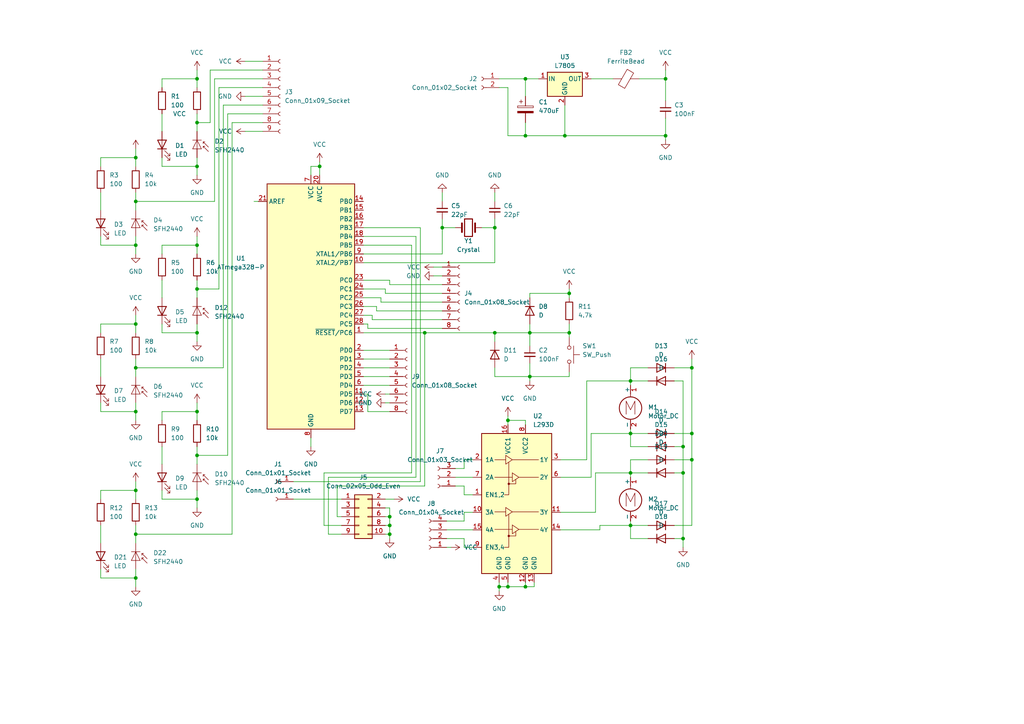
<source format=kicad_sch>
(kicad_sch (version 20230121) (generator eeschema)

  (uuid b0474c66-6e76-4951-90b9-318040c878ec)

  (paper "A4")

  (lib_symbols
    (symbol "Connector:Conn_01x01_Socket" (pin_names (offset 1.016) hide) (in_bom yes) (on_board yes)
      (property "Reference" "J" (at 0 2.54 0)
        (effects (font (size 1.27 1.27)))
      )
      (property "Value" "Conn_01x01_Socket" (at 0 -2.54 0)
        (effects (font (size 1.27 1.27)))
      )
      (property "Footprint" "" (at 0 0 0)
        (effects (font (size 1.27 1.27)) hide)
      )
      (property "Datasheet" "~" (at 0 0 0)
        (effects (font (size 1.27 1.27)) hide)
      )
      (property "ki_locked" "" (at 0 0 0)
        (effects (font (size 1.27 1.27)))
      )
      (property "ki_keywords" "connector" (at 0 0 0)
        (effects (font (size 1.27 1.27)) hide)
      )
      (property "ki_description" "Generic connector, single row, 01x01, script generated" (at 0 0 0)
        (effects (font (size 1.27 1.27)) hide)
      )
      (property "ki_fp_filters" "Connector*:*_1x??_*" (at 0 0 0)
        (effects (font (size 1.27 1.27)) hide)
      )
      (symbol "Conn_01x01_Socket_1_1"
        (polyline
          (pts
            (xy -1.27 0)
            (xy -0.508 0)
          )
          (stroke (width 0.1524) (type default))
          (fill (type none))
        )
        (arc (start 0 0.508) (mid -0.5058 0) (end 0 -0.508)
          (stroke (width 0.1524) (type default))
          (fill (type none))
        )
        (pin passive line (at -5.08 0 0) (length 3.81)
          (name "Pin_1" (effects (font (size 1.27 1.27))))
          (number "1" (effects (font (size 1.27 1.27))))
        )
      )
    )
    (symbol "Connector:Conn_01x02_Socket" (pin_names (offset 1.016) hide) (in_bom yes) (on_board yes)
      (property "Reference" "J" (at 0 2.54 0)
        (effects (font (size 1.27 1.27)))
      )
      (property "Value" "Conn_01x02_Socket" (at 0 -5.08 0)
        (effects (font (size 1.27 1.27)))
      )
      (property "Footprint" "" (at 0 0 0)
        (effects (font (size 1.27 1.27)) hide)
      )
      (property "Datasheet" "~" (at 0 0 0)
        (effects (font (size 1.27 1.27)) hide)
      )
      (property "ki_locked" "" (at 0 0 0)
        (effects (font (size 1.27 1.27)))
      )
      (property "ki_keywords" "connector" (at 0 0 0)
        (effects (font (size 1.27 1.27)) hide)
      )
      (property "ki_description" "Generic connector, single row, 01x02, script generated" (at 0 0 0)
        (effects (font (size 1.27 1.27)) hide)
      )
      (property "ki_fp_filters" "Connector*:*_1x??_*" (at 0 0 0)
        (effects (font (size 1.27 1.27)) hide)
      )
      (symbol "Conn_01x02_Socket_1_1"
        (arc (start 0 -2.032) (mid -0.5058 -2.54) (end 0 -3.048)
          (stroke (width 0.1524) (type default))
          (fill (type none))
        )
        (polyline
          (pts
            (xy -1.27 -2.54)
            (xy -0.508 -2.54)
          )
          (stroke (width 0.1524) (type default))
          (fill (type none))
        )
        (polyline
          (pts
            (xy -1.27 0)
            (xy -0.508 0)
          )
          (stroke (width 0.1524) (type default))
          (fill (type none))
        )
        (arc (start 0 0.508) (mid -0.5058 0) (end 0 -0.508)
          (stroke (width 0.1524) (type default))
          (fill (type none))
        )
        (pin passive line (at -5.08 0 0) (length 3.81)
          (name "Pin_1" (effects (font (size 1.27 1.27))))
          (number "1" (effects (font (size 1.27 1.27))))
        )
        (pin passive line (at -5.08 -2.54 0) (length 3.81)
          (name "Pin_2" (effects (font (size 1.27 1.27))))
          (number "2" (effects (font (size 1.27 1.27))))
        )
      )
    )
    (symbol "Connector:Conn_01x03_Socket" (pin_names (offset 1.016) hide) (in_bom yes) (on_board yes)
      (property "Reference" "J" (at 0 5.08 0)
        (effects (font (size 1.27 1.27)))
      )
      (property "Value" "Conn_01x03_Socket" (at 0 -5.08 0)
        (effects (font (size 1.27 1.27)))
      )
      (property "Footprint" "" (at 0 0 0)
        (effects (font (size 1.27 1.27)) hide)
      )
      (property "Datasheet" "~" (at 0 0 0)
        (effects (font (size 1.27 1.27)) hide)
      )
      (property "ki_locked" "" (at 0 0 0)
        (effects (font (size 1.27 1.27)))
      )
      (property "ki_keywords" "connector" (at 0 0 0)
        (effects (font (size 1.27 1.27)) hide)
      )
      (property "ki_description" "Generic connector, single row, 01x03, script generated" (at 0 0 0)
        (effects (font (size 1.27 1.27)) hide)
      )
      (property "ki_fp_filters" "Connector*:*_1x??_*" (at 0 0 0)
        (effects (font (size 1.27 1.27)) hide)
      )
      (symbol "Conn_01x03_Socket_1_1"
        (arc (start 0 -2.032) (mid -0.5058 -2.54) (end 0 -3.048)
          (stroke (width 0.1524) (type default))
          (fill (type none))
        )
        (polyline
          (pts
            (xy -1.27 -2.54)
            (xy -0.508 -2.54)
          )
          (stroke (width 0.1524) (type default))
          (fill (type none))
        )
        (polyline
          (pts
            (xy -1.27 0)
            (xy -0.508 0)
          )
          (stroke (width 0.1524) (type default))
          (fill (type none))
        )
        (polyline
          (pts
            (xy -1.27 2.54)
            (xy -0.508 2.54)
          )
          (stroke (width 0.1524) (type default))
          (fill (type none))
        )
        (arc (start 0 0.508) (mid -0.5058 0) (end 0 -0.508)
          (stroke (width 0.1524) (type default))
          (fill (type none))
        )
        (arc (start 0 3.048) (mid -0.5058 2.54) (end 0 2.032)
          (stroke (width 0.1524) (type default))
          (fill (type none))
        )
        (pin passive line (at -5.08 2.54 0) (length 3.81)
          (name "Pin_1" (effects (font (size 1.27 1.27))))
          (number "1" (effects (font (size 1.27 1.27))))
        )
        (pin passive line (at -5.08 0 0) (length 3.81)
          (name "Pin_2" (effects (font (size 1.27 1.27))))
          (number "2" (effects (font (size 1.27 1.27))))
        )
        (pin passive line (at -5.08 -2.54 0) (length 3.81)
          (name "Pin_3" (effects (font (size 1.27 1.27))))
          (number "3" (effects (font (size 1.27 1.27))))
        )
      )
    )
    (symbol "Connector:Conn_01x04_Socket" (pin_names (offset 1.016) hide) (in_bom yes) (on_board yes)
      (property "Reference" "J" (at 0 5.08 0)
        (effects (font (size 1.27 1.27)))
      )
      (property "Value" "Conn_01x04_Socket" (at 0 -7.62 0)
        (effects (font (size 1.27 1.27)))
      )
      (property "Footprint" "" (at 0 0 0)
        (effects (font (size 1.27 1.27)) hide)
      )
      (property "Datasheet" "~" (at 0 0 0)
        (effects (font (size 1.27 1.27)) hide)
      )
      (property "ki_locked" "" (at 0 0 0)
        (effects (font (size 1.27 1.27)))
      )
      (property "ki_keywords" "connector" (at 0 0 0)
        (effects (font (size 1.27 1.27)) hide)
      )
      (property "ki_description" "Generic connector, single row, 01x04, script generated" (at 0 0 0)
        (effects (font (size 1.27 1.27)) hide)
      )
      (property "ki_fp_filters" "Connector*:*_1x??_*" (at 0 0 0)
        (effects (font (size 1.27 1.27)) hide)
      )
      (symbol "Conn_01x04_Socket_1_1"
        (arc (start 0 -4.572) (mid -0.5058 -5.08) (end 0 -5.588)
          (stroke (width 0.1524) (type default))
          (fill (type none))
        )
        (arc (start 0 -2.032) (mid -0.5058 -2.54) (end 0 -3.048)
          (stroke (width 0.1524) (type default))
          (fill (type none))
        )
        (polyline
          (pts
            (xy -1.27 -5.08)
            (xy -0.508 -5.08)
          )
          (stroke (width 0.1524) (type default))
          (fill (type none))
        )
        (polyline
          (pts
            (xy -1.27 -2.54)
            (xy -0.508 -2.54)
          )
          (stroke (width 0.1524) (type default))
          (fill (type none))
        )
        (polyline
          (pts
            (xy -1.27 0)
            (xy -0.508 0)
          )
          (stroke (width 0.1524) (type default))
          (fill (type none))
        )
        (polyline
          (pts
            (xy -1.27 2.54)
            (xy -0.508 2.54)
          )
          (stroke (width 0.1524) (type default))
          (fill (type none))
        )
        (arc (start 0 0.508) (mid -0.5058 0) (end 0 -0.508)
          (stroke (width 0.1524) (type default))
          (fill (type none))
        )
        (arc (start 0 3.048) (mid -0.5058 2.54) (end 0 2.032)
          (stroke (width 0.1524) (type default))
          (fill (type none))
        )
        (pin passive line (at -5.08 2.54 0) (length 3.81)
          (name "Pin_1" (effects (font (size 1.27 1.27))))
          (number "1" (effects (font (size 1.27 1.27))))
        )
        (pin passive line (at -5.08 0 0) (length 3.81)
          (name "Pin_2" (effects (font (size 1.27 1.27))))
          (number "2" (effects (font (size 1.27 1.27))))
        )
        (pin passive line (at -5.08 -2.54 0) (length 3.81)
          (name "Pin_3" (effects (font (size 1.27 1.27))))
          (number "3" (effects (font (size 1.27 1.27))))
        )
        (pin passive line (at -5.08 -5.08 0) (length 3.81)
          (name "Pin_4" (effects (font (size 1.27 1.27))))
          (number "4" (effects (font (size 1.27 1.27))))
        )
      )
    )
    (symbol "Connector:Conn_01x08_Socket" (pin_names (offset 1.016) hide) (in_bom yes) (on_board yes)
      (property "Reference" "J" (at 0 10.16 0)
        (effects (font (size 1.27 1.27)))
      )
      (property "Value" "Conn_01x08_Socket" (at 0 -12.7 0)
        (effects (font (size 1.27 1.27)))
      )
      (property "Footprint" "" (at 0 0 0)
        (effects (font (size 1.27 1.27)) hide)
      )
      (property "Datasheet" "~" (at 0 0 0)
        (effects (font (size 1.27 1.27)) hide)
      )
      (property "ki_locked" "" (at 0 0 0)
        (effects (font (size 1.27 1.27)))
      )
      (property "ki_keywords" "connector" (at 0 0 0)
        (effects (font (size 1.27 1.27)) hide)
      )
      (property "ki_description" "Generic connector, single row, 01x08, script generated" (at 0 0 0)
        (effects (font (size 1.27 1.27)) hide)
      )
      (property "ki_fp_filters" "Connector*:*_1x??_*" (at 0 0 0)
        (effects (font (size 1.27 1.27)) hide)
      )
      (symbol "Conn_01x08_Socket_1_1"
        (arc (start 0 -9.652) (mid -0.5058 -10.16) (end 0 -10.668)
          (stroke (width 0.1524) (type default))
          (fill (type none))
        )
        (arc (start 0 -7.112) (mid -0.5058 -7.62) (end 0 -8.128)
          (stroke (width 0.1524) (type default))
          (fill (type none))
        )
        (arc (start 0 -4.572) (mid -0.5058 -5.08) (end 0 -5.588)
          (stroke (width 0.1524) (type default))
          (fill (type none))
        )
        (arc (start 0 -2.032) (mid -0.5058 -2.54) (end 0 -3.048)
          (stroke (width 0.1524) (type default))
          (fill (type none))
        )
        (polyline
          (pts
            (xy -1.27 -10.16)
            (xy -0.508 -10.16)
          )
          (stroke (width 0.1524) (type default))
          (fill (type none))
        )
        (polyline
          (pts
            (xy -1.27 -7.62)
            (xy -0.508 -7.62)
          )
          (stroke (width 0.1524) (type default))
          (fill (type none))
        )
        (polyline
          (pts
            (xy -1.27 -5.08)
            (xy -0.508 -5.08)
          )
          (stroke (width 0.1524) (type default))
          (fill (type none))
        )
        (polyline
          (pts
            (xy -1.27 -2.54)
            (xy -0.508 -2.54)
          )
          (stroke (width 0.1524) (type default))
          (fill (type none))
        )
        (polyline
          (pts
            (xy -1.27 0)
            (xy -0.508 0)
          )
          (stroke (width 0.1524) (type default))
          (fill (type none))
        )
        (polyline
          (pts
            (xy -1.27 2.54)
            (xy -0.508 2.54)
          )
          (stroke (width 0.1524) (type default))
          (fill (type none))
        )
        (polyline
          (pts
            (xy -1.27 5.08)
            (xy -0.508 5.08)
          )
          (stroke (width 0.1524) (type default))
          (fill (type none))
        )
        (polyline
          (pts
            (xy -1.27 7.62)
            (xy -0.508 7.62)
          )
          (stroke (width 0.1524) (type default))
          (fill (type none))
        )
        (arc (start 0 0.508) (mid -0.5058 0) (end 0 -0.508)
          (stroke (width 0.1524) (type default))
          (fill (type none))
        )
        (arc (start 0 3.048) (mid -0.5058 2.54) (end 0 2.032)
          (stroke (width 0.1524) (type default))
          (fill (type none))
        )
        (arc (start 0 5.588) (mid -0.5058 5.08) (end 0 4.572)
          (stroke (width 0.1524) (type default))
          (fill (type none))
        )
        (arc (start 0 8.128) (mid -0.5058 7.62) (end 0 7.112)
          (stroke (width 0.1524) (type default))
          (fill (type none))
        )
        (pin passive line (at -5.08 7.62 0) (length 3.81)
          (name "Pin_1" (effects (font (size 1.27 1.27))))
          (number "1" (effects (font (size 1.27 1.27))))
        )
        (pin passive line (at -5.08 5.08 0) (length 3.81)
          (name "Pin_2" (effects (font (size 1.27 1.27))))
          (number "2" (effects (font (size 1.27 1.27))))
        )
        (pin passive line (at -5.08 2.54 0) (length 3.81)
          (name "Pin_3" (effects (font (size 1.27 1.27))))
          (number "3" (effects (font (size 1.27 1.27))))
        )
        (pin passive line (at -5.08 0 0) (length 3.81)
          (name "Pin_4" (effects (font (size 1.27 1.27))))
          (number "4" (effects (font (size 1.27 1.27))))
        )
        (pin passive line (at -5.08 -2.54 0) (length 3.81)
          (name "Pin_5" (effects (font (size 1.27 1.27))))
          (number "5" (effects (font (size 1.27 1.27))))
        )
        (pin passive line (at -5.08 -5.08 0) (length 3.81)
          (name "Pin_6" (effects (font (size 1.27 1.27))))
          (number "6" (effects (font (size 1.27 1.27))))
        )
        (pin passive line (at -5.08 -7.62 0) (length 3.81)
          (name "Pin_7" (effects (font (size 1.27 1.27))))
          (number "7" (effects (font (size 1.27 1.27))))
        )
        (pin passive line (at -5.08 -10.16 0) (length 3.81)
          (name "Pin_8" (effects (font (size 1.27 1.27))))
          (number "8" (effects (font (size 1.27 1.27))))
        )
      )
    )
    (symbol "Connector:Conn_01x09_Socket" (pin_names (offset 1.016) hide) (in_bom yes) (on_board yes)
      (property "Reference" "J" (at 0 12.7 0)
        (effects (font (size 1.27 1.27)))
      )
      (property "Value" "Conn_01x09_Socket" (at 0 -12.7 0)
        (effects (font (size 1.27 1.27)))
      )
      (property "Footprint" "" (at 0 0 0)
        (effects (font (size 1.27 1.27)) hide)
      )
      (property "Datasheet" "~" (at 0 0 0)
        (effects (font (size 1.27 1.27)) hide)
      )
      (property "ki_locked" "" (at 0 0 0)
        (effects (font (size 1.27 1.27)))
      )
      (property "ki_keywords" "connector" (at 0 0 0)
        (effects (font (size 1.27 1.27)) hide)
      )
      (property "ki_description" "Generic connector, single row, 01x09, script generated" (at 0 0 0)
        (effects (font (size 1.27 1.27)) hide)
      )
      (property "ki_fp_filters" "Connector*:*_1x??_*" (at 0 0 0)
        (effects (font (size 1.27 1.27)) hide)
      )
      (symbol "Conn_01x09_Socket_1_1"
        (arc (start 0 -9.652) (mid -0.5058 -10.16) (end 0 -10.668)
          (stroke (width 0.1524) (type default))
          (fill (type none))
        )
        (arc (start 0 -7.112) (mid -0.5058 -7.62) (end 0 -8.128)
          (stroke (width 0.1524) (type default))
          (fill (type none))
        )
        (arc (start 0 -4.572) (mid -0.5058 -5.08) (end 0 -5.588)
          (stroke (width 0.1524) (type default))
          (fill (type none))
        )
        (arc (start 0 -2.032) (mid -0.5058 -2.54) (end 0 -3.048)
          (stroke (width 0.1524) (type default))
          (fill (type none))
        )
        (polyline
          (pts
            (xy -1.27 -10.16)
            (xy -0.508 -10.16)
          )
          (stroke (width 0.1524) (type default))
          (fill (type none))
        )
        (polyline
          (pts
            (xy -1.27 -7.62)
            (xy -0.508 -7.62)
          )
          (stroke (width 0.1524) (type default))
          (fill (type none))
        )
        (polyline
          (pts
            (xy -1.27 -5.08)
            (xy -0.508 -5.08)
          )
          (stroke (width 0.1524) (type default))
          (fill (type none))
        )
        (polyline
          (pts
            (xy -1.27 -2.54)
            (xy -0.508 -2.54)
          )
          (stroke (width 0.1524) (type default))
          (fill (type none))
        )
        (polyline
          (pts
            (xy -1.27 0)
            (xy -0.508 0)
          )
          (stroke (width 0.1524) (type default))
          (fill (type none))
        )
        (polyline
          (pts
            (xy -1.27 2.54)
            (xy -0.508 2.54)
          )
          (stroke (width 0.1524) (type default))
          (fill (type none))
        )
        (polyline
          (pts
            (xy -1.27 5.08)
            (xy -0.508 5.08)
          )
          (stroke (width 0.1524) (type default))
          (fill (type none))
        )
        (polyline
          (pts
            (xy -1.27 7.62)
            (xy -0.508 7.62)
          )
          (stroke (width 0.1524) (type default))
          (fill (type none))
        )
        (polyline
          (pts
            (xy -1.27 10.16)
            (xy -0.508 10.16)
          )
          (stroke (width 0.1524) (type default))
          (fill (type none))
        )
        (arc (start 0 0.508) (mid -0.5058 0) (end 0 -0.508)
          (stroke (width 0.1524) (type default))
          (fill (type none))
        )
        (arc (start 0 3.048) (mid -0.5058 2.54) (end 0 2.032)
          (stroke (width 0.1524) (type default))
          (fill (type none))
        )
        (arc (start 0 5.588) (mid -0.5058 5.08) (end 0 4.572)
          (stroke (width 0.1524) (type default))
          (fill (type none))
        )
        (arc (start 0 8.128) (mid -0.5058 7.62) (end 0 7.112)
          (stroke (width 0.1524) (type default))
          (fill (type none))
        )
        (arc (start 0 10.668) (mid -0.5058 10.16) (end 0 9.652)
          (stroke (width 0.1524) (type default))
          (fill (type none))
        )
        (pin passive line (at -5.08 10.16 0) (length 3.81)
          (name "Pin_1" (effects (font (size 1.27 1.27))))
          (number "1" (effects (font (size 1.27 1.27))))
        )
        (pin passive line (at -5.08 7.62 0) (length 3.81)
          (name "Pin_2" (effects (font (size 1.27 1.27))))
          (number "2" (effects (font (size 1.27 1.27))))
        )
        (pin passive line (at -5.08 5.08 0) (length 3.81)
          (name "Pin_3" (effects (font (size 1.27 1.27))))
          (number "3" (effects (font (size 1.27 1.27))))
        )
        (pin passive line (at -5.08 2.54 0) (length 3.81)
          (name "Pin_4" (effects (font (size 1.27 1.27))))
          (number "4" (effects (font (size 1.27 1.27))))
        )
        (pin passive line (at -5.08 0 0) (length 3.81)
          (name "Pin_5" (effects (font (size 1.27 1.27))))
          (number "5" (effects (font (size 1.27 1.27))))
        )
        (pin passive line (at -5.08 -2.54 0) (length 3.81)
          (name "Pin_6" (effects (font (size 1.27 1.27))))
          (number "6" (effects (font (size 1.27 1.27))))
        )
        (pin passive line (at -5.08 -5.08 0) (length 3.81)
          (name "Pin_7" (effects (font (size 1.27 1.27))))
          (number "7" (effects (font (size 1.27 1.27))))
        )
        (pin passive line (at -5.08 -7.62 0) (length 3.81)
          (name "Pin_8" (effects (font (size 1.27 1.27))))
          (number "8" (effects (font (size 1.27 1.27))))
        )
        (pin passive line (at -5.08 -10.16 0) (length 3.81)
          (name "Pin_9" (effects (font (size 1.27 1.27))))
          (number "9" (effects (font (size 1.27 1.27))))
        )
      )
    )
    (symbol "Connector_Generic:Conn_02x05_Odd_Even" (pin_names (offset 1.016) hide) (in_bom yes) (on_board yes)
      (property "Reference" "J" (at 1.27 7.62 0)
        (effects (font (size 1.27 1.27)))
      )
      (property "Value" "Conn_02x05_Odd_Even" (at 1.27 -7.62 0)
        (effects (font (size 1.27 1.27)))
      )
      (property "Footprint" "" (at 0 0 0)
        (effects (font (size 1.27 1.27)) hide)
      )
      (property "Datasheet" "~" (at 0 0 0)
        (effects (font (size 1.27 1.27)) hide)
      )
      (property "ki_keywords" "connector" (at 0 0 0)
        (effects (font (size 1.27 1.27)) hide)
      )
      (property "ki_description" "Generic connector, double row, 02x05, odd/even pin numbering scheme (row 1 odd numbers, row 2 even numbers), script generated (kicad-library-utils/schlib/autogen/connector/)" (at 0 0 0)
        (effects (font (size 1.27 1.27)) hide)
      )
      (property "ki_fp_filters" "Connector*:*_2x??_*" (at 0 0 0)
        (effects (font (size 1.27 1.27)) hide)
      )
      (symbol "Conn_02x05_Odd_Even_1_1"
        (rectangle (start -1.27 -4.953) (end 0 -5.207)
          (stroke (width 0.1524) (type default))
          (fill (type none))
        )
        (rectangle (start -1.27 -2.413) (end 0 -2.667)
          (stroke (width 0.1524) (type default))
          (fill (type none))
        )
        (rectangle (start -1.27 0.127) (end 0 -0.127)
          (stroke (width 0.1524) (type default))
          (fill (type none))
        )
        (rectangle (start -1.27 2.667) (end 0 2.413)
          (stroke (width 0.1524) (type default))
          (fill (type none))
        )
        (rectangle (start -1.27 5.207) (end 0 4.953)
          (stroke (width 0.1524) (type default))
          (fill (type none))
        )
        (rectangle (start -1.27 6.35) (end 3.81 -6.35)
          (stroke (width 0.254) (type default))
          (fill (type background))
        )
        (rectangle (start 3.81 -4.953) (end 2.54 -5.207)
          (stroke (width 0.1524) (type default))
          (fill (type none))
        )
        (rectangle (start 3.81 -2.413) (end 2.54 -2.667)
          (stroke (width 0.1524) (type default))
          (fill (type none))
        )
        (rectangle (start 3.81 0.127) (end 2.54 -0.127)
          (stroke (width 0.1524) (type default))
          (fill (type none))
        )
        (rectangle (start 3.81 2.667) (end 2.54 2.413)
          (stroke (width 0.1524) (type default))
          (fill (type none))
        )
        (rectangle (start 3.81 5.207) (end 2.54 4.953)
          (stroke (width 0.1524) (type default))
          (fill (type none))
        )
        (pin passive line (at -5.08 5.08 0) (length 3.81)
          (name "Pin_1" (effects (font (size 1.27 1.27))))
          (number "1" (effects (font (size 1.27 1.27))))
        )
        (pin passive line (at 7.62 -5.08 180) (length 3.81)
          (name "Pin_10" (effects (font (size 1.27 1.27))))
          (number "10" (effects (font (size 1.27 1.27))))
        )
        (pin passive line (at 7.62 5.08 180) (length 3.81)
          (name "Pin_2" (effects (font (size 1.27 1.27))))
          (number "2" (effects (font (size 1.27 1.27))))
        )
        (pin passive line (at -5.08 2.54 0) (length 3.81)
          (name "Pin_3" (effects (font (size 1.27 1.27))))
          (number "3" (effects (font (size 1.27 1.27))))
        )
        (pin passive line (at 7.62 2.54 180) (length 3.81)
          (name "Pin_4" (effects (font (size 1.27 1.27))))
          (number "4" (effects (font (size 1.27 1.27))))
        )
        (pin passive line (at -5.08 0 0) (length 3.81)
          (name "Pin_5" (effects (font (size 1.27 1.27))))
          (number "5" (effects (font (size 1.27 1.27))))
        )
        (pin passive line (at 7.62 0 180) (length 3.81)
          (name "Pin_6" (effects (font (size 1.27 1.27))))
          (number "6" (effects (font (size 1.27 1.27))))
        )
        (pin passive line (at -5.08 -2.54 0) (length 3.81)
          (name "Pin_7" (effects (font (size 1.27 1.27))))
          (number "7" (effects (font (size 1.27 1.27))))
        )
        (pin passive line (at 7.62 -2.54 180) (length 3.81)
          (name "Pin_8" (effects (font (size 1.27 1.27))))
          (number "8" (effects (font (size 1.27 1.27))))
        )
        (pin passive line (at -5.08 -5.08 0) (length 3.81)
          (name "Pin_9" (effects (font (size 1.27 1.27))))
          (number "9" (effects (font (size 1.27 1.27))))
        )
      )
    )
    (symbol "Device:C_Polarized" (pin_numbers hide) (pin_names (offset 0.254)) (in_bom yes) (on_board yes)
      (property "Reference" "C" (at 0.635 2.54 0)
        (effects (font (size 1.27 1.27)) (justify left))
      )
      (property "Value" "C_Polarized" (at 0.635 -2.54 0)
        (effects (font (size 1.27 1.27)) (justify left))
      )
      (property "Footprint" "" (at 0.9652 -3.81 0)
        (effects (font (size 1.27 1.27)) hide)
      )
      (property "Datasheet" "~" (at 0 0 0)
        (effects (font (size 1.27 1.27)) hide)
      )
      (property "ki_keywords" "cap capacitor" (at 0 0 0)
        (effects (font (size 1.27 1.27)) hide)
      )
      (property "ki_description" "Polarized capacitor" (at 0 0 0)
        (effects (font (size 1.27 1.27)) hide)
      )
      (property "ki_fp_filters" "CP_*" (at 0 0 0)
        (effects (font (size 1.27 1.27)) hide)
      )
      (symbol "C_Polarized_0_1"
        (rectangle (start -2.286 0.508) (end 2.286 1.016)
          (stroke (width 0) (type default))
          (fill (type none))
        )
        (polyline
          (pts
            (xy -1.778 2.286)
            (xy -0.762 2.286)
          )
          (stroke (width 0) (type default))
          (fill (type none))
        )
        (polyline
          (pts
            (xy -1.27 2.794)
            (xy -1.27 1.778)
          )
          (stroke (width 0) (type default))
          (fill (type none))
        )
        (rectangle (start 2.286 -0.508) (end -2.286 -1.016)
          (stroke (width 0) (type default))
          (fill (type outline))
        )
      )
      (symbol "C_Polarized_1_1"
        (pin passive line (at 0 3.81 270) (length 2.794)
          (name "~" (effects (font (size 1.27 1.27))))
          (number "1" (effects (font (size 1.27 1.27))))
        )
        (pin passive line (at 0 -3.81 90) (length 2.794)
          (name "~" (effects (font (size 1.27 1.27))))
          (number "2" (effects (font (size 1.27 1.27))))
        )
      )
    )
    (symbol "Device:C_Small" (pin_numbers hide) (pin_names (offset 0.254) hide) (in_bom yes) (on_board yes)
      (property "Reference" "C" (at 0.254 1.778 0)
        (effects (font (size 1.27 1.27)) (justify left))
      )
      (property "Value" "C_Small" (at 0.254 -2.032 0)
        (effects (font (size 1.27 1.27)) (justify left))
      )
      (property "Footprint" "" (at 0 0 0)
        (effects (font (size 1.27 1.27)) hide)
      )
      (property "Datasheet" "~" (at 0 0 0)
        (effects (font (size 1.27 1.27)) hide)
      )
      (property "ki_keywords" "capacitor cap" (at 0 0 0)
        (effects (font (size 1.27 1.27)) hide)
      )
      (property "ki_description" "Unpolarized capacitor, small symbol" (at 0 0 0)
        (effects (font (size 1.27 1.27)) hide)
      )
      (property "ki_fp_filters" "C_*" (at 0 0 0)
        (effects (font (size 1.27 1.27)) hide)
      )
      (symbol "C_Small_0_1"
        (polyline
          (pts
            (xy -1.524 -0.508)
            (xy 1.524 -0.508)
          )
          (stroke (width 0.3302) (type default))
          (fill (type none))
        )
        (polyline
          (pts
            (xy -1.524 0.508)
            (xy 1.524 0.508)
          )
          (stroke (width 0.3048) (type default))
          (fill (type none))
        )
      )
      (symbol "C_Small_1_1"
        (pin passive line (at 0 2.54 270) (length 2.032)
          (name "~" (effects (font (size 1.27 1.27))))
          (number "1" (effects (font (size 1.27 1.27))))
        )
        (pin passive line (at 0 -2.54 90) (length 2.032)
          (name "~" (effects (font (size 1.27 1.27))))
          (number "2" (effects (font (size 1.27 1.27))))
        )
      )
    )
    (symbol "Device:Crystal" (pin_numbers hide) (pin_names (offset 1.016) hide) (in_bom yes) (on_board yes)
      (property "Reference" "Y" (at 0 3.81 0)
        (effects (font (size 1.27 1.27)))
      )
      (property "Value" "Crystal" (at 0 -3.81 0)
        (effects (font (size 1.27 1.27)))
      )
      (property "Footprint" "" (at 0 0 0)
        (effects (font (size 1.27 1.27)) hide)
      )
      (property "Datasheet" "~" (at 0 0 0)
        (effects (font (size 1.27 1.27)) hide)
      )
      (property "ki_keywords" "quartz ceramic resonator oscillator" (at 0 0 0)
        (effects (font (size 1.27 1.27)) hide)
      )
      (property "ki_description" "Two pin crystal" (at 0 0 0)
        (effects (font (size 1.27 1.27)) hide)
      )
      (property "ki_fp_filters" "Crystal*" (at 0 0 0)
        (effects (font (size 1.27 1.27)) hide)
      )
      (symbol "Crystal_0_1"
        (rectangle (start -1.143 2.54) (end 1.143 -2.54)
          (stroke (width 0.3048) (type default))
          (fill (type none))
        )
        (polyline
          (pts
            (xy -2.54 0)
            (xy -1.905 0)
          )
          (stroke (width 0) (type default))
          (fill (type none))
        )
        (polyline
          (pts
            (xy -1.905 -1.27)
            (xy -1.905 1.27)
          )
          (stroke (width 0.508) (type default))
          (fill (type none))
        )
        (polyline
          (pts
            (xy 1.905 -1.27)
            (xy 1.905 1.27)
          )
          (stroke (width 0.508) (type default))
          (fill (type none))
        )
        (polyline
          (pts
            (xy 2.54 0)
            (xy 1.905 0)
          )
          (stroke (width 0) (type default))
          (fill (type none))
        )
      )
      (symbol "Crystal_1_1"
        (pin passive line (at -3.81 0 0) (length 1.27)
          (name "1" (effects (font (size 1.27 1.27))))
          (number "1" (effects (font (size 1.27 1.27))))
        )
        (pin passive line (at 3.81 0 180) (length 1.27)
          (name "2" (effects (font (size 1.27 1.27))))
          (number "2" (effects (font (size 1.27 1.27))))
        )
      )
    )
    (symbol "Device:D" (pin_numbers hide) (pin_names (offset 1.016) hide) (in_bom yes) (on_board yes)
      (property "Reference" "D" (at 0 2.54 0)
        (effects (font (size 1.27 1.27)))
      )
      (property "Value" "D" (at 0 -2.54 0)
        (effects (font (size 1.27 1.27)))
      )
      (property "Footprint" "" (at 0 0 0)
        (effects (font (size 1.27 1.27)) hide)
      )
      (property "Datasheet" "~" (at 0 0 0)
        (effects (font (size 1.27 1.27)) hide)
      )
      (property "Sim.Device" "D" (at 0 0 0)
        (effects (font (size 1.27 1.27)) hide)
      )
      (property "Sim.Pins" "1=K 2=A" (at 0 0 0)
        (effects (font (size 1.27 1.27)) hide)
      )
      (property "ki_keywords" "diode" (at 0 0 0)
        (effects (font (size 1.27 1.27)) hide)
      )
      (property "ki_description" "Diode" (at 0 0 0)
        (effects (font (size 1.27 1.27)) hide)
      )
      (property "ki_fp_filters" "TO-???* *_Diode_* *SingleDiode* D_*" (at 0 0 0)
        (effects (font (size 1.27 1.27)) hide)
      )
      (symbol "D_0_1"
        (polyline
          (pts
            (xy -1.27 1.27)
            (xy -1.27 -1.27)
          )
          (stroke (width 0.254) (type default))
          (fill (type none))
        )
        (polyline
          (pts
            (xy 1.27 0)
            (xy -1.27 0)
          )
          (stroke (width 0) (type default))
          (fill (type none))
        )
        (polyline
          (pts
            (xy 1.27 1.27)
            (xy 1.27 -1.27)
            (xy -1.27 0)
            (xy 1.27 1.27)
          )
          (stroke (width 0.254) (type default))
          (fill (type none))
        )
      )
      (symbol "D_1_1"
        (pin passive line (at -3.81 0 0) (length 2.54)
          (name "K" (effects (font (size 1.27 1.27))))
          (number "1" (effects (font (size 1.27 1.27))))
        )
        (pin passive line (at 3.81 0 180) (length 2.54)
          (name "A" (effects (font (size 1.27 1.27))))
          (number "2" (effects (font (size 1.27 1.27))))
        )
      )
    )
    (symbol "Device:FerriteBead" (pin_numbers hide) (pin_names (offset 0)) (in_bom yes) (on_board yes)
      (property "Reference" "FB" (at -3.81 0.635 90)
        (effects (font (size 1.27 1.27)))
      )
      (property "Value" "FerriteBead" (at 3.81 0 90)
        (effects (font (size 1.27 1.27)))
      )
      (property "Footprint" "" (at -1.778 0 90)
        (effects (font (size 1.27 1.27)) hide)
      )
      (property "Datasheet" "~" (at 0 0 0)
        (effects (font (size 1.27 1.27)) hide)
      )
      (property "ki_keywords" "L ferrite bead inductor filter" (at 0 0 0)
        (effects (font (size 1.27 1.27)) hide)
      )
      (property "ki_description" "Ferrite bead" (at 0 0 0)
        (effects (font (size 1.27 1.27)) hide)
      )
      (property "ki_fp_filters" "Inductor_* L_* *Ferrite*" (at 0 0 0)
        (effects (font (size 1.27 1.27)) hide)
      )
      (symbol "FerriteBead_0_1"
        (polyline
          (pts
            (xy 0 -1.27)
            (xy 0 -1.2192)
          )
          (stroke (width 0) (type default))
          (fill (type none))
        )
        (polyline
          (pts
            (xy 0 1.27)
            (xy 0 1.2954)
          )
          (stroke (width 0) (type default))
          (fill (type none))
        )
        (polyline
          (pts
            (xy -2.7686 0.4064)
            (xy -1.7018 2.2606)
            (xy 2.7686 -0.3048)
            (xy 1.6764 -2.159)
            (xy -2.7686 0.4064)
          )
          (stroke (width 0) (type default))
          (fill (type none))
        )
      )
      (symbol "FerriteBead_1_1"
        (pin passive line (at 0 3.81 270) (length 2.54)
          (name "~" (effects (font (size 1.27 1.27))))
          (number "1" (effects (font (size 1.27 1.27))))
        )
        (pin passive line (at 0 -3.81 90) (length 2.54)
          (name "~" (effects (font (size 1.27 1.27))))
          (number "2" (effects (font (size 1.27 1.27))))
        )
      )
    )
    (symbol "Device:LED" (pin_numbers hide) (pin_names (offset 1.016) hide) (in_bom yes) (on_board yes)
      (property "Reference" "D" (at 0 2.54 0)
        (effects (font (size 1.27 1.27)))
      )
      (property "Value" "LED" (at 0 -2.54 0)
        (effects (font (size 1.27 1.27)))
      )
      (property "Footprint" "" (at 0 0 0)
        (effects (font (size 1.27 1.27)) hide)
      )
      (property "Datasheet" "~" (at 0 0 0)
        (effects (font (size 1.27 1.27)) hide)
      )
      (property "ki_keywords" "LED diode" (at 0 0 0)
        (effects (font (size 1.27 1.27)) hide)
      )
      (property "ki_description" "Light emitting diode" (at 0 0 0)
        (effects (font (size 1.27 1.27)) hide)
      )
      (property "ki_fp_filters" "LED* LED_SMD:* LED_THT:*" (at 0 0 0)
        (effects (font (size 1.27 1.27)) hide)
      )
      (symbol "LED_0_1"
        (polyline
          (pts
            (xy -1.27 -1.27)
            (xy -1.27 1.27)
          )
          (stroke (width 0.254) (type default))
          (fill (type none))
        )
        (polyline
          (pts
            (xy -1.27 0)
            (xy 1.27 0)
          )
          (stroke (width 0) (type default))
          (fill (type none))
        )
        (polyline
          (pts
            (xy 1.27 -1.27)
            (xy 1.27 1.27)
            (xy -1.27 0)
            (xy 1.27 -1.27)
          )
          (stroke (width 0.254) (type default))
          (fill (type none))
        )
        (polyline
          (pts
            (xy -3.048 -0.762)
            (xy -4.572 -2.286)
            (xy -3.81 -2.286)
            (xy -4.572 -2.286)
            (xy -4.572 -1.524)
          )
          (stroke (width 0) (type default))
          (fill (type none))
        )
        (polyline
          (pts
            (xy -1.778 -0.762)
            (xy -3.302 -2.286)
            (xy -2.54 -2.286)
            (xy -3.302 -2.286)
            (xy -3.302 -1.524)
          )
          (stroke (width 0) (type default))
          (fill (type none))
        )
      )
      (symbol "LED_1_1"
        (pin passive line (at -3.81 0 0) (length 2.54)
          (name "K" (effects (font (size 1.27 1.27))))
          (number "1" (effects (font (size 1.27 1.27))))
        )
        (pin passive line (at 3.81 0 180) (length 2.54)
          (name "A" (effects (font (size 1.27 1.27))))
          (number "2" (effects (font (size 1.27 1.27))))
        )
      )
    )
    (symbol "Device:R" (pin_numbers hide) (pin_names (offset 0)) (in_bom yes) (on_board yes)
      (property "Reference" "R" (at 2.032 0 90)
        (effects (font (size 1.27 1.27)))
      )
      (property "Value" "R" (at 0 0 90)
        (effects (font (size 1.27 1.27)))
      )
      (property "Footprint" "" (at -1.778 0 90)
        (effects (font (size 1.27 1.27)) hide)
      )
      (property "Datasheet" "~" (at 0 0 0)
        (effects (font (size 1.27 1.27)) hide)
      )
      (property "ki_keywords" "R res resistor" (at 0 0 0)
        (effects (font (size 1.27 1.27)) hide)
      )
      (property "ki_description" "Resistor" (at 0 0 0)
        (effects (font (size 1.27 1.27)) hide)
      )
      (property "ki_fp_filters" "R_*" (at 0 0 0)
        (effects (font (size 1.27 1.27)) hide)
      )
      (symbol "R_0_1"
        (rectangle (start -1.016 -2.54) (end 1.016 2.54)
          (stroke (width 0.254) (type default))
          (fill (type none))
        )
      )
      (symbol "R_1_1"
        (pin passive line (at 0 3.81 270) (length 1.27)
          (name "~" (effects (font (size 1.27 1.27))))
          (number "1" (effects (font (size 1.27 1.27))))
        )
        (pin passive line (at 0 -3.81 90) (length 1.27)
          (name "~" (effects (font (size 1.27 1.27))))
          (number "2" (effects (font (size 1.27 1.27))))
        )
      )
    )
    (symbol "Driver_Motor:L293D" (pin_names (offset 1.016)) (in_bom yes) (on_board yes)
      (property "Reference" "U" (at -5.08 26.035 0)
        (effects (font (size 1.27 1.27)) (justify right))
      )
      (property "Value" "L293D" (at -5.08 24.13 0)
        (effects (font (size 1.27 1.27)) (justify right))
      )
      (property "Footprint" "Package_DIP:DIP-16_W7.62mm" (at 6.35 -19.05 0)
        (effects (font (size 1.27 1.27)) (justify left) hide)
      )
      (property "Datasheet" "http://www.ti.com/lit/ds/symlink/l293.pdf" (at -7.62 17.78 0)
        (effects (font (size 1.27 1.27)) hide)
      )
      (property "ki_keywords" "Half-H Driver Motor" (at 0 0 0)
        (effects (font (size 1.27 1.27)) hide)
      )
      (property "ki_description" "Quadruple Half-H Drivers" (at 0 0 0)
        (effects (font (size 1.27 1.27)) hide)
      )
      (property "ki_fp_filters" "DIP*W7.62mm*" (at 0 0 0)
        (effects (font (size 1.27 1.27)) hide)
      )
      (symbol "L293D_0_1"
        (rectangle (start -10.16 22.86) (end 10.16 -17.78)
          (stroke (width 0.254) (type default))
          (fill (type background))
        )
        (circle (center -2.286 -6.858) (radius 0.254)
          (stroke (width 0) (type default))
          (fill (type outline))
        )
        (circle (center -2.286 8.255) (radius 0.254)
          (stroke (width 0) (type default))
          (fill (type outline))
        )
        (polyline
          (pts
            (xy -6.35 -4.953)
            (xy -1.27 -4.953)
          )
          (stroke (width 0) (type default))
          (fill (type none))
        )
        (polyline
          (pts
            (xy -6.35 0.127)
            (xy -3.175 0.127)
          )
          (stroke (width 0) (type default))
          (fill (type none))
        )
        (polyline
          (pts
            (xy -6.35 10.16)
            (xy -1.27 10.16)
          )
          (stroke (width 0) (type default))
          (fill (type none))
        )
        (polyline
          (pts
            (xy -6.35 15.24)
            (xy -3.175 15.24)
          )
          (stroke (width 0) (type default))
          (fill (type none))
        )
        (polyline
          (pts
            (xy -1.27 0.127)
            (xy 6.35 0.127)
          )
          (stroke (width 0) (type default))
          (fill (type none))
        )
        (polyline
          (pts
            (xy -1.27 15.24)
            (xy 6.35 15.24)
          )
          (stroke (width 0) (type default))
          (fill (type none))
        )
        (polyline
          (pts
            (xy 0.635 -4.953)
            (xy 6.35 -4.953)
          )
          (stroke (width 0) (type default))
          (fill (type none))
        )
        (polyline
          (pts
            (xy 0.635 10.16)
            (xy 6.35 10.16)
          )
          (stroke (width 0) (type default))
          (fill (type none))
        )
        (polyline
          (pts
            (xy -2.286 -6.858)
            (xy -0.254 -6.858)
            (xy -0.254 -5.588)
          )
          (stroke (width 0) (type default))
          (fill (type none))
        )
        (polyline
          (pts
            (xy -2.286 -0.635)
            (xy -2.286 -10.16)
            (xy -3.556 -10.16)
          )
          (stroke (width 0) (type default))
          (fill (type none))
        )
        (polyline
          (pts
            (xy -2.286 8.255)
            (xy -0.254 8.255)
            (xy -0.254 9.525)
          )
          (stroke (width 0) (type default))
          (fill (type none))
        )
        (polyline
          (pts
            (xy -2.286 14.478)
            (xy -2.286 5.08)
            (xy -3.556 5.08)
          )
          (stroke (width 0) (type default))
          (fill (type none))
        )
        (polyline
          (pts
            (xy -3.175 1.397)
            (xy -3.175 -1.143)
            (xy -1.27 0.127)
            (xy -3.175 1.397)
          )
          (stroke (width 0) (type default))
          (fill (type none))
        )
        (polyline
          (pts
            (xy -3.175 16.51)
            (xy -3.175 13.97)
            (xy -1.27 15.24)
            (xy -3.175 16.51)
          )
          (stroke (width 0) (type default))
          (fill (type none))
        )
        (polyline
          (pts
            (xy -1.27 -3.683)
            (xy -1.27 -6.223)
            (xy 0.635 -4.953)
            (xy -1.27 -3.683)
          )
          (stroke (width 0) (type default))
          (fill (type none))
        )
        (polyline
          (pts
            (xy -1.27 11.43)
            (xy -1.27 8.89)
            (xy 0.635 10.16)
            (xy -1.27 11.43)
          )
          (stroke (width 0) (type default))
          (fill (type none))
        )
      )
      (symbol "L293D_1_1"
        (pin input line (at -12.7 5.08 0) (length 2.54)
          (name "EN1,2" (effects (font (size 1.27 1.27))))
          (number "1" (effects (font (size 1.27 1.27))))
        )
        (pin input line (at -12.7 0 0) (length 2.54)
          (name "3A" (effects (font (size 1.27 1.27))))
          (number "10" (effects (font (size 1.27 1.27))))
        )
        (pin output line (at 12.7 0 180) (length 2.54)
          (name "3Y" (effects (font (size 1.27 1.27))))
          (number "11" (effects (font (size 1.27 1.27))))
        )
        (pin power_in line (at 2.54 -20.32 90) (length 2.54)
          (name "GND" (effects (font (size 1.27 1.27))))
          (number "12" (effects (font (size 1.27 1.27))))
        )
        (pin power_in line (at 5.08 -20.32 90) (length 2.54)
          (name "GND" (effects (font (size 1.27 1.27))))
          (number "13" (effects (font (size 1.27 1.27))))
        )
        (pin output line (at 12.7 -5.08 180) (length 2.54)
          (name "4Y" (effects (font (size 1.27 1.27))))
          (number "14" (effects (font (size 1.27 1.27))))
        )
        (pin input line (at -12.7 -5.08 0) (length 2.54)
          (name "4A" (effects (font (size 1.27 1.27))))
          (number "15" (effects (font (size 1.27 1.27))))
        )
        (pin power_in line (at -2.54 25.4 270) (length 2.54)
          (name "VCC1" (effects (font (size 1.27 1.27))))
          (number "16" (effects (font (size 1.27 1.27))))
        )
        (pin input line (at -12.7 15.24 0) (length 2.54)
          (name "1A" (effects (font (size 1.27 1.27))))
          (number "2" (effects (font (size 1.27 1.27))))
        )
        (pin output line (at 12.7 15.24 180) (length 2.54)
          (name "1Y" (effects (font (size 1.27 1.27))))
          (number "3" (effects (font (size 1.27 1.27))))
        )
        (pin power_in line (at -5.08 -20.32 90) (length 2.54)
          (name "GND" (effects (font (size 1.27 1.27))))
          (number "4" (effects (font (size 1.27 1.27))))
        )
        (pin power_in line (at -2.54 -20.32 90) (length 2.54)
          (name "GND" (effects (font (size 1.27 1.27))))
          (number "5" (effects (font (size 1.27 1.27))))
        )
        (pin output line (at 12.7 10.16 180) (length 2.54)
          (name "2Y" (effects (font (size 1.27 1.27))))
          (number "6" (effects (font (size 1.27 1.27))))
        )
        (pin input line (at -12.7 10.16 0) (length 2.54)
          (name "2A" (effects (font (size 1.27 1.27))))
          (number "7" (effects (font (size 1.27 1.27))))
        )
        (pin power_in line (at 2.54 25.4 270) (length 2.54)
          (name "VCC2" (effects (font (size 1.27 1.27))))
          (number "8" (effects (font (size 1.27 1.27))))
        )
        (pin input line (at -12.7 -10.16 0) (length 2.54)
          (name "EN3,4" (effects (font (size 1.27 1.27))))
          (number "9" (effects (font (size 1.27 1.27))))
        )
      )
    )
    (symbol "MCU_Microchip_ATmega:ATmega328-P" (in_bom yes) (on_board yes)
      (property "Reference" "U" (at -12.7 36.83 0)
        (effects (font (size 1.27 1.27)) (justify left bottom))
      )
      (property "Value" "ATmega328-P" (at 2.54 -36.83 0)
        (effects (font (size 1.27 1.27)) (justify left top))
      )
      (property "Footprint" "Package_DIP:DIP-28_W7.62mm" (at 0 0 0)
        (effects (font (size 1.27 1.27) italic) hide)
      )
      (property "Datasheet" "http://ww1.microchip.com/downloads/en/DeviceDoc/ATmega328_P%20AVR%20MCU%20with%20picoPower%20Technology%20Data%20Sheet%2040001984A.pdf" (at 0 0 0)
        (effects (font (size 1.27 1.27)) hide)
      )
      (property "ki_keywords" "AVR 8bit Microcontroller MegaAVR" (at 0 0 0)
        (effects (font (size 1.27 1.27)) hide)
      )
      (property "ki_description" "20MHz, 32kB Flash, 2kB SRAM, 1kB EEPROM, DIP-28" (at 0 0 0)
        (effects (font (size 1.27 1.27)) hide)
      )
      (property "ki_fp_filters" "DIP*W7.62mm*" (at 0 0 0)
        (effects (font (size 1.27 1.27)) hide)
      )
      (symbol "ATmega328-P_0_1"
        (rectangle (start -12.7 -35.56) (end 12.7 35.56)
          (stroke (width 0.254) (type default))
          (fill (type background))
        )
      )
      (symbol "ATmega328-P_1_1"
        (pin bidirectional line (at 15.24 -7.62 180) (length 2.54)
          (name "~{RESET}/PC6" (effects (font (size 1.27 1.27))))
          (number "1" (effects (font (size 1.27 1.27))))
        )
        (pin bidirectional line (at 15.24 12.7 180) (length 2.54)
          (name "XTAL2/PB7" (effects (font (size 1.27 1.27))))
          (number "10" (effects (font (size 1.27 1.27))))
        )
        (pin bidirectional line (at 15.24 -25.4 180) (length 2.54)
          (name "PD5" (effects (font (size 1.27 1.27))))
          (number "11" (effects (font (size 1.27 1.27))))
        )
        (pin bidirectional line (at 15.24 -27.94 180) (length 2.54)
          (name "PD6" (effects (font (size 1.27 1.27))))
          (number "12" (effects (font (size 1.27 1.27))))
        )
        (pin bidirectional line (at 15.24 -30.48 180) (length 2.54)
          (name "PD7" (effects (font (size 1.27 1.27))))
          (number "13" (effects (font (size 1.27 1.27))))
        )
        (pin bidirectional line (at 15.24 30.48 180) (length 2.54)
          (name "PB0" (effects (font (size 1.27 1.27))))
          (number "14" (effects (font (size 1.27 1.27))))
        )
        (pin bidirectional line (at 15.24 27.94 180) (length 2.54)
          (name "PB1" (effects (font (size 1.27 1.27))))
          (number "15" (effects (font (size 1.27 1.27))))
        )
        (pin bidirectional line (at 15.24 25.4 180) (length 2.54)
          (name "PB2" (effects (font (size 1.27 1.27))))
          (number "16" (effects (font (size 1.27 1.27))))
        )
        (pin bidirectional line (at 15.24 22.86 180) (length 2.54)
          (name "PB3" (effects (font (size 1.27 1.27))))
          (number "17" (effects (font (size 1.27 1.27))))
        )
        (pin bidirectional line (at 15.24 20.32 180) (length 2.54)
          (name "PB4" (effects (font (size 1.27 1.27))))
          (number "18" (effects (font (size 1.27 1.27))))
        )
        (pin bidirectional line (at 15.24 17.78 180) (length 2.54)
          (name "PB5" (effects (font (size 1.27 1.27))))
          (number "19" (effects (font (size 1.27 1.27))))
        )
        (pin bidirectional line (at 15.24 -12.7 180) (length 2.54)
          (name "PD0" (effects (font (size 1.27 1.27))))
          (number "2" (effects (font (size 1.27 1.27))))
        )
        (pin power_in line (at 2.54 38.1 270) (length 2.54)
          (name "AVCC" (effects (font (size 1.27 1.27))))
          (number "20" (effects (font (size 1.27 1.27))))
        )
        (pin passive line (at -15.24 30.48 0) (length 2.54)
          (name "AREF" (effects (font (size 1.27 1.27))))
          (number "21" (effects (font (size 1.27 1.27))))
        )
        (pin passive line (at 0 -38.1 90) (length 2.54) hide
          (name "GND" (effects (font (size 1.27 1.27))))
          (number "22" (effects (font (size 1.27 1.27))))
        )
        (pin bidirectional line (at 15.24 7.62 180) (length 2.54)
          (name "PC0" (effects (font (size 1.27 1.27))))
          (number "23" (effects (font (size 1.27 1.27))))
        )
        (pin bidirectional line (at 15.24 5.08 180) (length 2.54)
          (name "PC1" (effects (font (size 1.27 1.27))))
          (number "24" (effects (font (size 1.27 1.27))))
        )
        (pin bidirectional line (at 15.24 2.54 180) (length 2.54)
          (name "PC2" (effects (font (size 1.27 1.27))))
          (number "25" (effects (font (size 1.27 1.27))))
        )
        (pin bidirectional line (at 15.24 0 180) (length 2.54)
          (name "PC3" (effects (font (size 1.27 1.27))))
          (number "26" (effects (font (size 1.27 1.27))))
        )
        (pin bidirectional line (at 15.24 -2.54 180) (length 2.54)
          (name "PC4" (effects (font (size 1.27 1.27))))
          (number "27" (effects (font (size 1.27 1.27))))
        )
        (pin bidirectional line (at 15.24 -5.08 180) (length 2.54)
          (name "PC5" (effects (font (size 1.27 1.27))))
          (number "28" (effects (font (size 1.27 1.27))))
        )
        (pin bidirectional line (at 15.24 -15.24 180) (length 2.54)
          (name "PD1" (effects (font (size 1.27 1.27))))
          (number "3" (effects (font (size 1.27 1.27))))
        )
        (pin bidirectional line (at 15.24 -17.78 180) (length 2.54)
          (name "PD2" (effects (font (size 1.27 1.27))))
          (number "4" (effects (font (size 1.27 1.27))))
        )
        (pin bidirectional line (at 15.24 -20.32 180) (length 2.54)
          (name "PD3" (effects (font (size 1.27 1.27))))
          (number "5" (effects (font (size 1.27 1.27))))
        )
        (pin bidirectional line (at 15.24 -22.86 180) (length 2.54)
          (name "PD4" (effects (font (size 1.27 1.27))))
          (number "6" (effects (font (size 1.27 1.27))))
        )
        (pin power_in line (at 0 38.1 270) (length 2.54)
          (name "VCC" (effects (font (size 1.27 1.27))))
          (number "7" (effects (font (size 1.27 1.27))))
        )
        (pin power_in line (at 0 -38.1 90) (length 2.54)
          (name "GND" (effects (font (size 1.27 1.27))))
          (number "8" (effects (font (size 1.27 1.27))))
        )
        (pin bidirectional line (at 15.24 15.24 180) (length 2.54)
          (name "XTAL1/PB6" (effects (font (size 1.27 1.27))))
          (number "9" (effects (font (size 1.27 1.27))))
        )
      )
    )
    (symbol "Motor:Motor_DC" (pin_names (offset 0)) (in_bom yes) (on_board yes)
      (property "Reference" "M" (at 2.54 2.54 0)
        (effects (font (size 1.27 1.27)) (justify left))
      )
      (property "Value" "Motor_DC" (at 2.54 -5.08 0)
        (effects (font (size 1.27 1.27)) (justify left top))
      )
      (property "Footprint" "" (at 0 -2.286 0)
        (effects (font (size 1.27 1.27)) hide)
      )
      (property "Datasheet" "~" (at 0 -2.286 0)
        (effects (font (size 1.27 1.27)) hide)
      )
      (property "ki_keywords" "DC Motor" (at 0 0 0)
        (effects (font (size 1.27 1.27)) hide)
      )
      (property "ki_description" "DC Motor" (at 0 0 0)
        (effects (font (size 1.27 1.27)) hide)
      )
      (property "ki_fp_filters" "PinHeader*P2.54mm* TerminalBlock*" (at 0 0 0)
        (effects (font (size 1.27 1.27)) hide)
      )
      (symbol "Motor_DC_0_0"
        (polyline
          (pts
            (xy -1.27 -3.302)
            (xy -1.27 0.508)
            (xy 0 -2.032)
            (xy 1.27 0.508)
            (xy 1.27 -3.302)
          )
          (stroke (width 0) (type default))
          (fill (type none))
        )
      )
      (symbol "Motor_DC_0_1"
        (circle (center 0 -1.524) (radius 3.2512)
          (stroke (width 0.254) (type default))
          (fill (type none))
        )
        (polyline
          (pts
            (xy 0 -7.62)
            (xy 0 -7.112)
          )
          (stroke (width 0) (type default))
          (fill (type none))
        )
        (polyline
          (pts
            (xy 0 -4.7752)
            (xy 0 -5.1816)
          )
          (stroke (width 0) (type default))
          (fill (type none))
        )
        (polyline
          (pts
            (xy 0 1.7272)
            (xy 0 2.0828)
          )
          (stroke (width 0) (type default))
          (fill (type none))
        )
        (polyline
          (pts
            (xy 0 2.032)
            (xy 0 2.54)
          )
          (stroke (width 0) (type default))
          (fill (type none))
        )
      )
      (symbol "Motor_DC_1_1"
        (pin passive line (at 0 5.08 270) (length 2.54)
          (name "+" (effects (font (size 1.27 1.27))))
          (number "1" (effects (font (size 1.27 1.27))))
        )
        (pin passive line (at 0 -7.62 90) (length 2.54)
          (name "-" (effects (font (size 1.27 1.27))))
          (number "2" (effects (font (size 1.27 1.27))))
        )
      )
    )
    (symbol "Regulator_Linear:L7805" (pin_names (offset 0.254)) (in_bom yes) (on_board yes)
      (property "Reference" "U" (at -3.81 3.175 0)
        (effects (font (size 1.27 1.27)))
      )
      (property "Value" "L7805" (at 0 3.175 0)
        (effects (font (size 1.27 1.27)) (justify left))
      )
      (property "Footprint" "" (at 0.635 -3.81 0)
        (effects (font (size 1.27 1.27) italic) (justify left) hide)
      )
      (property "Datasheet" "http://www.st.com/content/ccc/resource/technical/document/datasheet/41/4f/b3/b0/12/d4/47/88/CD00000444.pdf/files/CD00000444.pdf/jcr:content/translations/en.CD00000444.pdf" (at 0 -1.27 0)
        (effects (font (size 1.27 1.27)) hide)
      )
      (property "ki_keywords" "Voltage Regulator 1.5A Positive" (at 0 0 0)
        (effects (font (size 1.27 1.27)) hide)
      )
      (property "ki_description" "Positive 1.5A 35V Linear Regulator, Fixed Output 5V, TO-220/TO-263/TO-252" (at 0 0 0)
        (effects (font (size 1.27 1.27)) hide)
      )
      (property "ki_fp_filters" "TO?252* TO?263* TO?220*" (at 0 0 0)
        (effects (font (size 1.27 1.27)) hide)
      )
      (symbol "L7805_0_1"
        (rectangle (start -5.08 1.905) (end 5.08 -5.08)
          (stroke (width 0.254) (type default))
          (fill (type background))
        )
      )
      (symbol "L7805_1_1"
        (pin power_in line (at -7.62 0 0) (length 2.54)
          (name "IN" (effects (font (size 1.27 1.27))))
          (number "1" (effects (font (size 1.27 1.27))))
        )
        (pin power_in line (at 0 -7.62 90) (length 2.54)
          (name "GND" (effects (font (size 1.27 1.27))))
          (number "2" (effects (font (size 1.27 1.27))))
        )
        (pin power_out line (at 7.62 0 180) (length 2.54)
          (name "OUT" (effects (font (size 1.27 1.27))))
          (number "3" (effects (font (size 1.27 1.27))))
        )
      )
    )
    (symbol "Sensor_Optical:SFH2440" (pin_numbers hide) (pin_names (offset 1.016) hide) (in_bom yes) (on_board yes)
      (property "Reference" "D" (at 0.508 1.778 0)
        (effects (font (size 1.27 1.27)) (justify left))
      )
      (property "Value" "SFH2440" (at -1.016 -2.794 0)
        (effects (font (size 1.27 1.27)))
      )
      (property "Footprint" "OptoDevice:Osram_SFH2440" (at 0 4.445 0)
        (effects (font (size 1.27 1.27)) hide)
      )
      (property "Datasheet" "https://dammedia.osram.info/media/resource/hires/osram-dam-5467146/SFH%202440_EN.pdf" (at -1.27 0 0)
        (effects (font (size 1.27 1.27)) hide)
      )
      (property "ki_keywords" "opto photodiode" (at 0 0 0)
        (effects (font (size 1.27 1.27)) hide)
      )
      (property "ki_description" "Silicon Photodiode, Vf 1V, Area 2.65x2.65mm" (at 0 0 0)
        (effects (font (size 1.27 1.27)) hide)
      )
      (property "ki_fp_filters" "Osram*SFH2440*" (at 0 0 0)
        (effects (font (size 1.27 1.27)) hide)
      )
      (symbol "SFH2440_0_1"
        (polyline
          (pts
            (xy -2.54 1.27)
            (xy -2.54 -1.27)
          )
          (stroke (width 0.1524) (type default))
          (fill (type none))
        )
        (polyline
          (pts
            (xy -2.032 1.778)
            (xy -1.524 1.778)
          )
          (stroke (width 0) (type default))
          (fill (type none))
        )
        (polyline
          (pts
            (xy 0 -1.27)
            (xy 0 1.27)
          )
          (stroke (width 0) (type default))
          (fill (type none))
        )
        (polyline
          (pts
            (xy 0 0)
            (xy -2.54 0)
          )
          (stroke (width 0) (type default))
          (fill (type none))
        )
        (polyline
          (pts
            (xy -0.508 3.302)
            (xy -2.032 1.778)
            (xy -2.032 2.286)
          )
          (stroke (width 0) (type default))
          (fill (type none))
        )
        (polyline
          (pts
            (xy 0 1.27)
            (xy -2.54 0)
            (xy 0 -1.27)
          )
          (stroke (width 0) (type default))
          (fill (type none))
        )
        (polyline
          (pts
            (xy 0.762 3.302)
            (xy -0.762 1.778)
            (xy -0.762 2.286)
            (xy -0.762 1.778)
            (xy -0.254 1.778)
          )
          (stroke (width 0) (type default))
          (fill (type none))
        )
      )
      (symbol "SFH2440_1_1"
        (pin passive line (at -5.08 0 0) (length 2.54)
          (name "K" (effects (font (size 1.27 1.27))))
          (number "1" (effects (font (size 1.27 1.27))))
        )
        (pin passive line (at 2.54 0 180) (length 2.54)
          (name "A" (effects (font (size 1.27 1.27))))
          (number "2" (effects (font (size 1.27 1.27))))
        )
      )
    )
    (symbol "Switch:SW_Push" (pin_numbers hide) (pin_names (offset 1.016) hide) (in_bom yes) (on_board yes)
      (property "Reference" "SW" (at 1.27 2.54 0)
        (effects (font (size 1.27 1.27)) (justify left))
      )
      (property "Value" "SW_Push" (at 0 -1.524 0)
        (effects (font (size 1.27 1.27)))
      )
      (property "Footprint" "" (at 0 5.08 0)
        (effects (font (size 1.27 1.27)) hide)
      )
      (property "Datasheet" "~" (at 0 5.08 0)
        (effects (font (size 1.27 1.27)) hide)
      )
      (property "ki_keywords" "switch normally-open pushbutton push-button" (at 0 0 0)
        (effects (font (size 1.27 1.27)) hide)
      )
      (property "ki_description" "Push button switch, generic, two pins" (at 0 0 0)
        (effects (font (size 1.27 1.27)) hide)
      )
      (symbol "SW_Push_0_1"
        (circle (center -2.032 0) (radius 0.508)
          (stroke (width 0) (type default))
          (fill (type none))
        )
        (polyline
          (pts
            (xy 0 1.27)
            (xy 0 3.048)
          )
          (stroke (width 0) (type default))
          (fill (type none))
        )
        (polyline
          (pts
            (xy 2.54 1.27)
            (xy -2.54 1.27)
          )
          (stroke (width 0) (type default))
          (fill (type none))
        )
        (circle (center 2.032 0) (radius 0.508)
          (stroke (width 0) (type default))
          (fill (type none))
        )
        (pin passive line (at -5.08 0 0) (length 2.54)
          (name "1" (effects (font (size 1.27 1.27))))
          (number "1" (effects (font (size 1.27 1.27))))
        )
        (pin passive line (at 5.08 0 180) (length 2.54)
          (name "2" (effects (font (size 1.27 1.27))))
          (number "2" (effects (font (size 1.27 1.27))))
        )
      )
    )
    (symbol "power:GND" (power) (pin_names (offset 0)) (in_bom yes) (on_board yes)
      (property "Reference" "#PWR" (at 0 -6.35 0)
        (effects (font (size 1.27 1.27)) hide)
      )
      (property "Value" "GND" (at 0 -3.81 0)
        (effects (font (size 1.27 1.27)))
      )
      (property "Footprint" "" (at 0 0 0)
        (effects (font (size 1.27 1.27)) hide)
      )
      (property "Datasheet" "" (at 0 0 0)
        (effects (font (size 1.27 1.27)) hide)
      )
      (property "ki_keywords" "global power" (at 0 0 0)
        (effects (font (size 1.27 1.27)) hide)
      )
      (property "ki_description" "Power symbol creates a global label with name \"GND\" , ground" (at 0 0 0)
        (effects (font (size 1.27 1.27)) hide)
      )
      (symbol "GND_0_1"
        (polyline
          (pts
            (xy 0 0)
            (xy 0 -1.27)
            (xy 1.27 -1.27)
            (xy 0 -2.54)
            (xy -1.27 -1.27)
            (xy 0 -1.27)
          )
          (stroke (width 0) (type default))
          (fill (type none))
        )
      )
      (symbol "GND_1_1"
        (pin power_in line (at 0 0 270) (length 0) hide
          (name "GND" (effects (font (size 1.27 1.27))))
          (number "1" (effects (font (size 1.27 1.27))))
        )
      )
    )
    (symbol "power:VCC" (power) (pin_names (offset 0)) (in_bom yes) (on_board yes)
      (property "Reference" "#PWR" (at 0 -3.81 0)
        (effects (font (size 1.27 1.27)) hide)
      )
      (property "Value" "VCC" (at 0 3.81 0)
        (effects (font (size 1.27 1.27)))
      )
      (property "Footprint" "" (at 0 0 0)
        (effects (font (size 1.27 1.27)) hide)
      )
      (property "Datasheet" "" (at 0 0 0)
        (effects (font (size 1.27 1.27)) hide)
      )
      (property "ki_keywords" "global power" (at 0 0 0)
        (effects (font (size 1.27 1.27)) hide)
      )
      (property "ki_description" "Power symbol creates a global label with name \"VCC\"" (at 0 0 0)
        (effects (font (size 1.27 1.27)) hide)
      )
      (symbol "VCC_0_1"
        (polyline
          (pts
            (xy -0.762 1.27)
            (xy 0 2.54)
          )
          (stroke (width 0) (type default))
          (fill (type none))
        )
        (polyline
          (pts
            (xy 0 0)
            (xy 0 2.54)
          )
          (stroke (width 0) (type default))
          (fill (type none))
        )
        (polyline
          (pts
            (xy 0 2.54)
            (xy 0.762 1.27)
          )
          (stroke (width 0) (type default))
          (fill (type none))
        )
      )
      (symbol "VCC_1_1"
        (pin power_in line (at 0 0 90) (length 0) hide
          (name "VCC" (effects (font (size 1.27 1.27))))
          (number "1" (effects (font (size 1.27 1.27))))
        )
      )
    )
  )

  (junction (at 39.37 71.12) (diameter 0) (color 0 0 0 0)
    (uuid 053a43b1-8541-403a-a4ed-4477db3f89ca)
  )
  (junction (at 57.15 144.78) (diameter 0) (color 0 0 0 0)
    (uuid 072cffd7-4de8-45f0-8cc5-f1a0229b43b0)
  )
  (junction (at 113.03 152.4) (diameter 0) (color 0 0 0 0)
    (uuid 073a8e5b-1ca8-476b-a1c8-85157622ea37)
  )
  (junction (at 198.12 129.54) (diameter 0) (color 0 0 0 0)
    (uuid 0a174ea6-e16f-4925-839c-0af21b50c81a)
  )
  (junction (at 113.03 149.86) (diameter 0) (color 0 0 0 0)
    (uuid 13db1621-1a80-4319-9a2d-c60ceb03ba98)
  )
  (junction (at 57.15 96.52) (diameter 0) (color 0 0 0 0)
    (uuid 22ce97f4-cc84-4b51-a7bb-df40282e328e)
  )
  (junction (at 147.32 121.92) (diameter 0) (color 0 0 0 0)
    (uuid 2917a6ca-8357-4535-bea8-30f7232c229c)
  )
  (junction (at 39.37 154.94) (diameter 0) (color 0 0 0 0)
    (uuid 35cd479a-9168-46da-8441-957c9d86571b)
  )
  (junction (at 147.32 170.18) (diameter 0) (color 0 0 0 0)
    (uuid 38e088de-d262-4472-bb1b-9c35bbb024a7)
  )
  (junction (at 152.4 170.18) (diameter 0) (color 0 0 0 0)
    (uuid 39a5e33f-485e-4833-aab7-e3c81617edca)
  )
  (junction (at 128.27 66.04) (diameter 0) (color 0 0 0 0)
    (uuid 3e1daebc-1cd1-413c-8de9-6d7a0d7770ce)
  )
  (junction (at 57.15 35.56) (diameter 0) (color 0 0 0 0)
    (uuid 48ab92d2-f5dd-4484-8516-f92da991a6c5)
  )
  (junction (at 144.78 170.18) (diameter 0) (color 0 0 0 0)
    (uuid 48cbf711-e352-444b-94e3-4df0723845f3)
  )
  (junction (at 153.67 109.22) (diameter 0) (color 0 0 0 0)
    (uuid 5597cf3a-0d60-4f3e-84c1-bf21b0af2108)
  )
  (junction (at 143.51 66.04) (diameter 0) (color 0 0 0 0)
    (uuid 592f9f6a-9aaa-4ad8-ac05-c516d2b012dc)
  )
  (junction (at 182.88 125.73) (diameter 0) (color 0 0 0 0)
    (uuid 6e537674-fcff-4865-8e47-46b00f4f1e97)
  )
  (junction (at 165.1 96.52) (diameter 0) (color 0 0 0 0)
    (uuid 706dfa89-b709-4056-b56b-8462b4cf9930)
  )
  (junction (at 182.88 152.4) (diameter 0) (color 0 0 0 0)
    (uuid 7a1da98c-1fc0-4c78-84a5-374192e47f59)
  )
  (junction (at 198.12 137.16) (diameter 0) (color 0 0 0 0)
    (uuid 81534b7b-8f56-44bf-9629-026b03ce6c21)
  )
  (junction (at 57.15 119.38) (diameter 0) (color 0 0 0 0)
    (uuid 8dd421e6-a68d-4cdd-9a0f-9e834190fcda)
  )
  (junction (at 200.66 125.73) (diameter 0) (color 0 0 0 0)
    (uuid 91bb7565-e08b-4085-8426-65ee83a497f8)
  )
  (junction (at 200.66 106.68) (diameter 0) (color 0 0 0 0)
    (uuid 9428dbec-f865-4144-bc7d-4538aea58aee)
  )
  (junction (at 57.15 83.82) (diameter 0) (color 0 0 0 0)
    (uuid a645b5cc-1be3-40ef-880d-5b62a622946f)
  )
  (junction (at 152.4 22.86) (diameter 0) (color 0 0 0 0)
    (uuid a89eb0bb-b778-40d0-a852-b6acefb5b0f2)
  )
  (junction (at 39.37 93.98) (diameter 0) (color 0 0 0 0)
    (uuid ad1156ad-0b5a-4d04-a670-8e94bfcbcf59)
  )
  (junction (at 200.66 133.35) (diameter 0) (color 0 0 0 0)
    (uuid b394a39b-bfcc-48ba-ab19-2f4b631537a2)
  )
  (junction (at 39.37 167.64) (diameter 0) (color 0 0 0 0)
    (uuid bd5aeaa9-a2b3-48a5-9bc6-41287b46f04a)
  )
  (junction (at 152.4 39.37) (diameter 0) (color 0 0 0 0)
    (uuid cb4a31d2-2f64-44c4-9e36-a22dc53bb51a)
  )
  (junction (at 39.37 142.24) (diameter 0) (color 0 0 0 0)
    (uuid cbcf99e9-82c0-4904-b4b3-125a441e70a7)
  )
  (junction (at 153.67 96.52) (diameter 0) (color 0 0 0 0)
    (uuid cd6fa327-756b-47e9-aad9-545613d231cc)
  )
  (junction (at 57.15 22.86) (diameter 0) (color 0 0 0 0)
    (uuid d15a97bb-aee4-4cfc-a730-5b480ea8d431)
  )
  (junction (at 163.83 39.37) (diameter 0) (color 0 0 0 0)
    (uuid d5a79e79-f2d6-40c8-8794-869fd4b33fe1)
  )
  (junction (at 182.88 137.16) (diameter 0) (color 0 0 0 0)
    (uuid d73fccd2-40af-4fe9-92bd-808b7619d93c)
  )
  (junction (at 57.15 71.12) (diameter 0) (color 0 0 0 0)
    (uuid d83c6deb-35c9-4e29-a71c-0d94ef817854)
  )
  (junction (at 123.19 96.52) (diameter 0) (color 0 0 0 0)
    (uuid da899441-63f2-4e39-91bb-4ac6e2fd3d17)
  )
  (junction (at 165.1 85.09) (diameter 0) (color 0 0 0 0)
    (uuid db1c508d-867c-488a-a901-56e898569137)
  )
  (junction (at 39.37 45.72) (diameter 0) (color 0 0 0 0)
    (uuid e22ffb79-a4e2-4662-ac33-7f43f52a513a)
  )
  (junction (at 39.37 119.38) (diameter 0) (color 0 0 0 0)
    (uuid e25de773-19f9-4964-bbf4-011bd35d6877)
  )
  (junction (at 198.12 156.21) (diameter 0) (color 0 0 0 0)
    (uuid e37a7f58-0d27-4a5c-9333-392813bcb8ba)
  )
  (junction (at 92.71 48.26) (diameter 0) (color 0 0 0 0)
    (uuid e4414dc1-cabf-4b2f-978b-3d998c449c40)
  )
  (junction (at 143.51 96.52) (diameter 0) (color 0 0 0 0)
    (uuid e8b6e75e-6402-41ea-ac2e-9da85691b47b)
  )
  (junction (at 39.37 106.68) (diameter 0) (color 0 0 0 0)
    (uuid e8d1e759-eeee-48f6-b227-5e66adec458b)
  )
  (junction (at 182.88 110.49) (diameter 0) (color 0 0 0 0)
    (uuid eaf7be71-b17c-41dc-a2da-46082bc8b1c5)
  )
  (junction (at 113.03 154.94) (diameter 0) (color 0 0 0 0)
    (uuid f3752e6a-046b-473d-977e-46cc5aed2d1a)
  )
  (junction (at 57.15 48.26) (diameter 0) (color 0 0 0 0)
    (uuid f5958e4e-ec5c-4438-916b-1f53fdaa4974)
  )
  (junction (at 39.37 58.42) (diameter 0) (color 0 0 0 0)
    (uuid f88264f1-d305-448a-afac-8c3197ff6540)
  )
  (junction (at 57.15 132.08) (diameter 0) (color 0 0 0 0)
    (uuid fe69a3cc-2af6-4c57-b440-d681a496f21d)
  )
  (junction (at 193.04 39.37) (diameter 0) (color 0 0 0 0)
    (uuid fee40d08-d6ef-4c37-a799-27caccc1c195)
  )
  (junction (at 193.04 22.86) (diameter 0) (color 0 0 0 0)
    (uuid ff049aca-427d-4915-9ea3-711283427e80)
  )

  (wire (pts (xy 66.04 33.02) (xy 66.04 132.08))
    (stroke (width 0) (type default))
    (uuid 04f0fff0-0ffb-4c43-8a1e-b400ca33af3d)
  )
  (wire (pts (xy 39.37 58.42) (xy 39.37 55.88))
    (stroke (width 0) (type default))
    (uuid 05786653-8c33-42f4-910a-dac0365d534d)
  )
  (wire (pts (xy 182.88 110.49) (xy 182.88 111.76))
    (stroke (width 0) (type default))
    (uuid 05ba26bf-4eb2-4501-bb4e-5f62d165e9df)
  )
  (wire (pts (xy 105.41 71.12) (xy 119.38 71.12))
    (stroke (width 0) (type default))
    (uuid 08c8eb3b-f0ca-4022-b421-4b732323d731)
  )
  (wire (pts (xy 171.45 22.86) (xy 177.8 22.86))
    (stroke (width 0) (type default))
    (uuid 0933e4c1-3839-4879-9bd3-2137cd001aab)
  )
  (wire (pts (xy 110.49 87.63) (xy 110.49 86.36))
    (stroke (width 0) (type default))
    (uuid 09d33651-0e8f-42d5-9dc5-d37df9163673)
  )
  (wire (pts (xy 152.4 123.19) (xy 152.4 121.92))
    (stroke (width 0) (type default))
    (uuid 09e9b20f-cc8e-4965-8bd3-1b988540c739)
  )
  (wire (pts (xy 105.41 76.2) (xy 143.51 76.2))
    (stroke (width 0) (type default))
    (uuid 0ac956b8-8d12-4642-bb31-979f98a828ef)
  )
  (wire (pts (xy 106.68 95.25) (xy 128.27 95.25))
    (stroke (width 0) (type default))
    (uuid 0bc3761f-b9ac-4c59-997a-1f938a3b9029)
  )
  (wire (pts (xy 85.09 144.78) (xy 99.06 144.78))
    (stroke (width 0) (type default))
    (uuid 0e4a087e-5092-4a6d-9602-6e4cddf41f93)
  )
  (wire (pts (xy 46.99 129.54) (xy 46.99 134.62))
    (stroke (width 0) (type default))
    (uuid 0f09202a-fe16-45d5-843d-d5fdbc5b5172)
  )
  (wire (pts (xy 128.27 63.5) (xy 128.27 66.04))
    (stroke (width 0) (type default))
    (uuid 10217f88-80f0-455a-9524-8e7c4f636dfb)
  )
  (wire (pts (xy 29.21 55.88) (xy 29.21 60.96))
    (stroke (width 0) (type default))
    (uuid 10ece533-9157-483d-bfd9-14197b1e1885)
  )
  (wire (pts (xy 147.32 25.4) (xy 147.32 39.37))
    (stroke (width 0) (type default))
    (uuid 11392dba-c3da-403b-af96-acb62ac39921)
  )
  (wire (pts (xy 113.03 152.4) (xy 113.03 149.86))
    (stroke (width 0) (type default))
    (uuid 1267bd2b-7b26-4894-92cb-c799d65bacf1)
  )
  (wire (pts (xy 153.67 93.98) (xy 153.67 96.52))
    (stroke (width 0) (type default))
    (uuid 13ef0e03-c467-45f6-a83e-4892e334780e)
  )
  (wire (pts (xy 134.62 158.75) (xy 137.16 158.75))
    (stroke (width 0) (type default))
    (uuid 1417b54e-3887-401d-8e76-700d1cd4ea60)
  )
  (wire (pts (xy 134.62 148.59) (xy 137.16 148.59))
    (stroke (width 0) (type default))
    (uuid 142fa77c-c452-4bd7-af8f-6904581c4a22)
  )
  (wire (pts (xy 143.51 106.68) (xy 143.51 109.22))
    (stroke (width 0) (type default))
    (uuid 14af87cb-80a3-4571-b46e-d851b96bec5c)
  )
  (wire (pts (xy 123.19 96.52) (xy 123.19 140.97))
    (stroke (width 0) (type default))
    (uuid 15690a32-7deb-48d1-a3a6-4b0b964cee4c)
  )
  (wire (pts (xy 162.56 133.35) (xy 170.18 133.35))
    (stroke (width 0) (type default))
    (uuid 15fea1e6-9b9c-4f08-be22-b2ac8888ae99)
  )
  (wire (pts (xy 29.21 45.72) (xy 39.37 45.72))
    (stroke (width 0) (type default))
    (uuid 16ac9c20-3146-47f8-ac5e-77fbac0d7a31)
  )
  (wire (pts (xy 107.95 91.44) (xy 105.41 91.44))
    (stroke (width 0) (type default))
    (uuid 17667258-e6d1-48a1-91ef-b31c016510e4)
  )
  (wire (pts (xy 39.37 43.18) (xy 39.37 45.72))
    (stroke (width 0) (type default))
    (uuid 17c96ec9-fede-4074-a6ff-1306ae4dac5e)
  )
  (wire (pts (xy 57.15 96.52) (xy 57.15 93.98))
    (stroke (width 0) (type default))
    (uuid 181107ea-c33d-4086-b69e-0e6da5fee171)
  )
  (wire (pts (xy 46.99 81.28) (xy 46.99 86.36))
    (stroke (width 0) (type default))
    (uuid 18b5917e-21d1-44b7-8d20-8d430b538d19)
  )
  (wire (pts (xy 143.51 96.52) (xy 143.51 99.06))
    (stroke (width 0) (type default))
    (uuid 19f635b4-b4d7-4319-825f-59e744bb8807)
  )
  (wire (pts (xy 105.41 111.76) (xy 113.03 111.76))
    (stroke (width 0) (type default))
    (uuid 1a109ff2-0310-43a7-ad78-106cd655b680)
  )
  (wire (pts (xy 193.04 34.29) (xy 193.04 39.37))
    (stroke (width 0) (type default))
    (uuid 1a482419-8a70-43a0-9eaa-d84800dd294e)
  )
  (wire (pts (xy 39.37 106.68) (xy 39.37 109.22))
    (stroke (width 0) (type default))
    (uuid 1aa226a6-e877-4d15-9caf-bef9f47e1a57)
  )
  (wire (pts (xy 129.54 151.13) (xy 134.62 151.13))
    (stroke (width 0) (type default))
    (uuid 1ab24999-b34f-448d-90e2-1496a56618b8)
  )
  (wire (pts (xy 29.21 119.38) (xy 39.37 119.38))
    (stroke (width 0) (type default))
    (uuid 1acd9fd1-edd7-4683-9a82-14555da40af5)
  )
  (wire (pts (xy 111.76 85.09) (xy 128.27 85.09))
    (stroke (width 0) (type default))
    (uuid 1b58bc75-6969-4f9a-b587-8362e6062ef3)
  )
  (wire (pts (xy 153.67 96.52) (xy 143.51 96.52))
    (stroke (width 0) (type default))
    (uuid 1bf4503b-56eb-43b8-8a39-e93585294bcd)
  )
  (wire (pts (xy 39.37 167.64) (xy 39.37 165.1))
    (stroke (width 0) (type default))
    (uuid 1c3fa157-e76a-465b-a5a2-02da27ee1802)
  )
  (wire (pts (xy 105.41 66.04) (xy 121.92 66.04))
    (stroke (width 0) (type default))
    (uuid 1d4b843f-a49d-40ed-b9de-7579a8855069)
  )
  (wire (pts (xy 57.15 119.38) (xy 57.15 121.92))
    (stroke (width 0) (type default))
    (uuid 1dde84f7-5685-4078-8a1e-2a169f4fd6b3)
  )
  (wire (pts (xy 173.99 153.67) (xy 173.99 152.4))
    (stroke (width 0) (type default))
    (uuid 1e2b1da2-d88e-4e30-82d5-21e6b7e24ae4)
  )
  (wire (pts (xy 129.54 158.75) (xy 130.81 158.75))
    (stroke (width 0) (type default))
    (uuid 1ea7a9d0-3e52-48c6-b024-ba0ebb6b0cb1)
  )
  (wire (pts (xy 29.21 48.26) (xy 29.21 45.72))
    (stroke (width 0) (type default))
    (uuid 1f8a09e6-bb7e-4b2e-83bf-04317b40a677)
  )
  (wire (pts (xy 57.15 35.56) (xy 57.15 38.1))
    (stroke (width 0) (type default))
    (uuid 20626d26-044f-4692-9fa4-c53a278796b9)
  )
  (wire (pts (xy 165.1 96.52) (xy 165.1 97.79))
    (stroke (width 0) (type default))
    (uuid 23012a26-4f2d-44fd-990b-443d8ac670b2)
  )
  (wire (pts (xy 147.32 25.4) (xy 144.78 25.4))
    (stroke (width 0) (type default))
    (uuid 2444fa84-4149-46a0-b3b5-9b81c0ab5d78)
  )
  (wire (pts (xy 39.37 154.94) (xy 39.37 152.4))
    (stroke (width 0) (type default))
    (uuid 245a79c0-afe1-489c-89a4-b14412e50350)
  )
  (wire (pts (xy 198.12 137.16) (xy 198.12 129.54))
    (stroke (width 0) (type default))
    (uuid 268324ef-f718-4888-be7b-a332e1f904d7)
  )
  (wire (pts (xy 39.37 45.72) (xy 39.37 48.26))
    (stroke (width 0) (type default))
    (uuid 26cd0b50-eef5-4404-ad29-418c56b14a35)
  )
  (wire (pts (xy 198.12 110.49) (xy 198.12 129.54))
    (stroke (width 0) (type default))
    (uuid 27a7b795-603a-49bf-994a-cf902bb9703d)
  )
  (wire (pts (xy 46.99 71.12) (xy 57.15 71.12))
    (stroke (width 0) (type default))
    (uuid 2ada7ce9-7708-4077-9e57-28ba45e74314)
  )
  (wire (pts (xy 200.66 125.73) (xy 195.58 125.73))
    (stroke (width 0) (type default))
    (uuid 2b917207-e403-4e9e-b1f2-d2b86751ef24)
  )
  (wire (pts (xy 39.37 91.44) (xy 39.37 93.98))
    (stroke (width 0) (type default))
    (uuid 2be17590-7f9c-4697-b4eb-4024ce9ee6d6)
  )
  (wire (pts (xy 132.08 66.04) (xy 128.27 66.04))
    (stroke (width 0) (type default))
    (uuid 2bf6391c-9a82-4968-b654-9bc3476635d8)
  )
  (wire (pts (xy 200.66 106.68) (xy 200.66 125.73))
    (stroke (width 0) (type default))
    (uuid 2d2d08bf-19e5-4041-85d3-9fcf36b7c915)
  )
  (wire (pts (xy 193.04 22.86) (xy 193.04 29.21))
    (stroke (width 0) (type default))
    (uuid 2e760676-ae6a-4eaf-8ae1-6f84c1933b2c)
  )
  (wire (pts (xy 67.31 35.56) (xy 76.2 35.56))
    (stroke (width 0) (type default))
    (uuid 2ef6c6d1-2432-4b90-8e83-4ccee7c23978)
  )
  (wire (pts (xy 46.99 93.98) (xy 46.99 96.52))
    (stroke (width 0) (type default))
    (uuid 2f801fb3-7580-471c-b807-cdffe30fc37f)
  )
  (wire (pts (xy 171.45 125.73) (xy 171.45 138.43))
    (stroke (width 0) (type default))
    (uuid 306d3c6d-1d90-4667-9535-ceb70024390f)
  )
  (wire (pts (xy 144.78 170.18) (xy 144.78 171.45))
    (stroke (width 0) (type default))
    (uuid 30c825f1-3e91-4988-9423-4aaf972962f2)
  )
  (wire (pts (xy 63.5 25.4) (xy 63.5 83.82))
    (stroke (width 0) (type default))
    (uuid 312359a5-2608-4c68-b188-ecdd8cef74bc)
  )
  (wire (pts (xy 182.88 125.73) (xy 182.88 124.46))
    (stroke (width 0) (type default))
    (uuid 32d3c9be-2f28-4f86-ac68-26d0634a6123)
  )
  (wire (pts (xy 113.03 82.55) (xy 113.03 81.28))
    (stroke (width 0) (type default))
    (uuid 33081625-b7ce-4898-8cf8-837e95505527)
  )
  (wire (pts (xy 152.4 170.18) (xy 147.32 170.18))
    (stroke (width 0) (type default))
    (uuid 33dba792-fa73-448e-a9e0-9d747b564cd6)
  )
  (wire (pts (xy 152.4 22.86) (xy 156.21 22.86))
    (stroke (width 0) (type default))
    (uuid 3491fc85-a408-496a-adb8-9aff9fa60f54)
  )
  (wire (pts (xy 97.79 149.86) (xy 97.79 140.97))
    (stroke (width 0) (type default))
    (uuid 359e0cde-ba87-4d53-9b89-69d113da3262)
  )
  (wire (pts (xy 165.1 96.52) (xy 153.67 96.52))
    (stroke (width 0) (type default))
    (uuid 36231fc8-ac41-41b1-9aec-531ff0a2d7a0)
  )
  (wire (pts (xy 57.15 68.58) (xy 57.15 71.12))
    (stroke (width 0) (type default))
    (uuid 3659f4a7-750e-48fd-b795-a2ef1c1b547d)
  )
  (wire (pts (xy 182.88 133.35) (xy 182.88 137.16))
    (stroke (width 0) (type default))
    (uuid 38eb6221-2503-47af-a46b-33e4a7021a6d)
  )
  (wire (pts (xy 57.15 71.12) (xy 57.15 73.66))
    (stroke (width 0) (type default))
    (uuid 3b0f85bb-030d-457d-b988-66c7bb5623a2)
  )
  (wire (pts (xy 153.67 105.41) (xy 153.67 109.22))
    (stroke (width 0) (type default))
    (uuid 3e0401c5-3a1a-45ac-9904-fb69fad60427)
  )
  (wire (pts (xy 105.41 114.3) (xy 106.68 114.3))
    (stroke (width 0) (type default))
    (uuid 3e628577-65a1-4849-a10e-a026ee55689e)
  )
  (wire (pts (xy 63.5 25.4) (xy 76.2 25.4))
    (stroke (width 0) (type default))
    (uuid 3ec5d705-9421-400e-a6bf-da44bc70f33c)
  )
  (wire (pts (xy 170.18 110.49) (xy 170.18 133.35))
    (stroke (width 0) (type default))
    (uuid 4056c691-f358-4c8e-b8bb-9486fc5fe060)
  )
  (wire (pts (xy 99.06 149.86) (xy 97.79 149.86))
    (stroke (width 0) (type default))
    (uuid 4192a234-d319-4569-839d-fa8d451b6482)
  )
  (wire (pts (xy 170.18 110.49) (xy 182.88 110.49))
    (stroke (width 0) (type default))
    (uuid 4418e265-918f-459b-aa57-1453a76165a4)
  )
  (wire (pts (xy 182.88 152.4) (xy 187.96 152.4))
    (stroke (width 0) (type default))
    (uuid 44e3793e-ceca-48fb-a78b-5f30265562f9)
  )
  (wire (pts (xy 109.22 88.9) (xy 105.41 88.9))
    (stroke (width 0) (type default))
    (uuid 46b121e7-1d1a-4325-b654-b170541b8095)
  )
  (wire (pts (xy 200.66 104.14) (xy 200.66 106.68))
    (stroke (width 0) (type default))
    (uuid 46d036bb-94b2-4a44-8c2b-eae0b7d0491c)
  )
  (wire (pts (xy 137.16 143.51) (xy 134.62 143.51))
    (stroke (width 0) (type default))
    (uuid 470a85d9-7ed0-4206-90dd-fad6c458b19d)
  )
  (wire (pts (xy 144.78 22.86) (xy 152.4 22.86))
    (stroke (width 0) (type default))
    (uuid 4779fff4-a3ad-451e-8877-743a7d952a64)
  )
  (wire (pts (xy 125.73 77.47) (xy 128.27 77.47))
    (stroke (width 0) (type default))
    (uuid 48dfdbfa-4ccc-4ee3-9fc3-64323063c235)
  )
  (wire (pts (xy 172.72 137.16) (xy 172.72 148.59))
    (stroke (width 0) (type default))
    (uuid 493209f5-df3d-4cb7-aaac-debc063577f4)
  )
  (wire (pts (xy 92.71 46.99) (xy 92.71 48.26))
    (stroke (width 0) (type default))
    (uuid 493cc3ba-f606-49f6-b37d-ee9abb5d2de5)
  )
  (wire (pts (xy 152.4 22.86) (xy 152.4 27.94))
    (stroke (width 0) (type default))
    (uuid 49bee77c-0fc0-4f99-8ac6-e2ded9d9e95e)
  )
  (wire (pts (xy 46.99 48.26) (xy 57.15 48.26))
    (stroke (width 0) (type default))
    (uuid 4a675715-5726-4df5-9118-269332c8438f)
  )
  (wire (pts (xy 57.15 83.82) (xy 57.15 86.36))
    (stroke (width 0) (type default))
    (uuid 4aa885dc-a3ca-4c14-a1e8-029b6ee4645d)
  )
  (wire (pts (xy 165.1 107.95) (xy 165.1 109.22))
    (stroke (width 0) (type default))
    (uuid 4aed2225-90c3-48d3-8478-80cef267c84c)
  )
  (wire (pts (xy 95.25 138.43) (xy 120.65 138.43))
    (stroke (width 0) (type default))
    (uuid 4b460eba-b58a-47eb-bebf-938bd3602143)
  )
  (wire (pts (xy 64.77 30.48) (xy 64.77 106.68))
    (stroke (width 0) (type default))
    (uuid 4c6d2130-8b97-48f2-91e2-7858c0177a25)
  )
  (wire (pts (xy 132.08 138.43) (xy 137.16 138.43))
    (stroke (width 0) (type default))
    (uuid 4c99b88e-a636-4c20-b515-7904c315b55e)
  )
  (wire (pts (xy 95.25 154.94) (xy 99.06 154.94))
    (stroke (width 0) (type default))
    (uuid 4cbf87e8-5fcd-44f2-9e3e-62f143f81e2b)
  )
  (wire (pts (xy 57.15 132.08) (xy 57.15 129.54))
    (stroke (width 0) (type default))
    (uuid 4e6c9bff-47e6-4595-abd1-2db28519b13d)
  )
  (wire (pts (xy 29.21 152.4) (xy 29.21 157.48))
    (stroke (width 0) (type default))
    (uuid 530e2c62-8658-483d-b11a-618ef33f1618)
  )
  (wire (pts (xy 95.25 138.43) (xy 95.25 154.94))
    (stroke (width 0) (type default))
    (uuid 5549d993-16a0-47e6-9179-b18fd041be7f)
  )
  (wire (pts (xy 182.88 137.16) (xy 172.72 137.16))
    (stroke (width 0) (type default))
    (uuid 5556b717-7402-4203-93ac-7360c6479d76)
  )
  (wire (pts (xy 57.15 22.86) (xy 57.15 25.4))
    (stroke (width 0) (type default))
    (uuid 55cb730f-3db1-4b3e-a5f7-f9c3e5056c9f)
  )
  (wire (pts (xy 46.99 33.02) (xy 46.99 38.1))
    (stroke (width 0) (type default))
    (uuid 55df1ab2-0c0f-4776-8898-df43e4092ef1)
  )
  (wire (pts (xy 90.17 127) (xy 90.17 129.54))
    (stroke (width 0) (type default))
    (uuid 594e89b3-aa5e-4e2d-8b4d-c3fa2a59fcc9)
  )
  (wire (pts (xy 173.99 152.4) (xy 182.88 152.4))
    (stroke (width 0) (type default))
    (uuid 5a414baa-cfc0-4e26-8e3b-058f7cde687c)
  )
  (wire (pts (xy 187.96 129.54) (xy 182.88 129.54))
    (stroke (width 0) (type default))
    (uuid 5a4874f0-d817-4553-8761-5d441fa4bc41)
  )
  (wire (pts (xy 29.21 142.24) (xy 39.37 142.24))
    (stroke (width 0) (type default))
    (uuid 5af5ab1e-a129-4e86-9588-c410226ddc12)
  )
  (wire (pts (xy 153.67 85.09) (xy 165.1 85.09))
    (stroke (width 0) (type default))
    (uuid 5b0772e5-300d-4f85-b29f-b036e46a14f1)
  )
  (wire (pts (xy 57.15 35.56) (xy 57.15 33.02))
    (stroke (width 0) (type default))
    (uuid 5b4fd4dc-0124-4d0c-983a-e64659f07b49)
  )
  (wire (pts (xy 153.67 109.22) (xy 153.67 110.49))
    (stroke (width 0) (type default))
    (uuid 5c42b3dd-c703-49eb-bf8b-69acf6c72883)
  )
  (wire (pts (xy 105.41 106.68) (xy 113.03 106.68))
    (stroke (width 0) (type default))
    (uuid 5c7ed7a0-c56e-43dd-a759-64f3cd3132de)
  )
  (wire (pts (xy 57.15 83.82) (xy 57.15 81.28))
    (stroke (width 0) (type default))
    (uuid 5d2e5054-3e59-4f26-8fe7-d1a1f83e5162)
  )
  (wire (pts (xy 163.83 30.48) (xy 163.83 39.37))
    (stroke (width 0) (type default))
    (uuid 5d3fe14a-a1e5-4f2d-b4e7-0d76266aed0a)
  )
  (wire (pts (xy 147.32 120.65) (xy 147.32 121.92))
    (stroke (width 0) (type default))
    (uuid 5e3e4dda-e8e0-44aa-861b-fab747e49ebd)
  )
  (wire (pts (xy 111.76 85.09) (xy 111.76 83.82))
    (stroke (width 0) (type default))
    (uuid 5ece6802-2171-4c6d-9eb0-91ef9bcd91c3)
  )
  (wire (pts (xy 187.96 106.68) (xy 182.88 106.68))
    (stroke (width 0) (type default))
    (uuid 6127dd75-9028-422a-8b7b-0f7d60e42d12)
  )
  (wire (pts (xy 29.21 93.98) (xy 39.37 93.98))
    (stroke (width 0) (type default))
    (uuid 65ead2bb-80c6-4aab-b41b-3c352d16f84a)
  )
  (wire (pts (xy 147.32 39.37) (xy 152.4 39.37))
    (stroke (width 0) (type default))
    (uuid 662bdec3-d515-457b-94d8-e27198221258)
  )
  (wire (pts (xy 105.41 81.28) (xy 113.03 81.28))
    (stroke (width 0) (type default))
    (uuid 68ecec5b-17bb-435f-a8a4-42e1cd09776d)
  )
  (wire (pts (xy 182.88 137.16) (xy 187.96 137.16))
    (stroke (width 0) (type default))
    (uuid 68fe1682-bc1f-440e-aa2b-7ad875585e41)
  )
  (wire (pts (xy 129.54 153.67) (xy 137.16 153.67))
    (stroke (width 0) (type default))
    (uuid 691781af-c486-4e01-9b69-a412a4980799)
  )
  (wire (pts (xy 93.98 152.4) (xy 99.06 152.4))
    (stroke (width 0) (type default))
    (uuid 6920516a-95b6-4870-b1e1-4b715906cfec)
  )
  (wire (pts (xy 29.21 116.84) (xy 29.21 119.38))
    (stroke (width 0) (type default))
    (uuid 6a060f61-b53e-4806-b731-b5c0102933b2)
  )
  (wire (pts (xy 113.03 147.32) (xy 111.76 147.32))
    (stroke (width 0) (type default))
    (uuid 6c98ee44-558c-4fe0-92c7-a381e1caa31a)
  )
  (wire (pts (xy 129.54 156.21) (xy 134.62 156.21))
    (stroke (width 0) (type default))
    (uuid 6cfb32f8-4d30-4d17-94a9-21214f7328cc)
  )
  (wire (pts (xy 57.15 35.56) (xy 60.96 35.56))
    (stroke (width 0) (type default))
    (uuid 6d12c2c4-8e07-49f7-87d7-6d95ddb5161c)
  )
  (wire (pts (xy 71.12 27.94) (xy 76.2 27.94))
    (stroke (width 0) (type default))
    (uuid 6eaec7e8-cd6c-4362-aaae-6259abc3cef2)
  )
  (wire (pts (xy 143.51 109.22) (xy 153.67 109.22))
    (stroke (width 0) (type default))
    (uuid 6eb51739-68ec-4b04-a541-fa4b05f248f7)
  )
  (wire (pts (xy 74.93 58.42) (xy 73.66 58.42))
    (stroke (width 0) (type default))
    (uuid 6ec7b8a8-ecb7-443f-8a99-0c945a91fdc1)
  )
  (wire (pts (xy 165.1 93.98) (xy 165.1 96.52))
    (stroke (width 0) (type default))
    (uuid 6f3c5b63-80c9-447d-acd0-60601dfb124a)
  )
  (wire (pts (xy 153.67 96.52) (xy 153.67 100.33))
    (stroke (width 0) (type default))
    (uuid 70ecd9e2-7bec-447c-85a9-efea00fc8d2c)
  )
  (wire (pts (xy 120.65 138.43) (xy 120.65 68.58))
    (stroke (width 0) (type default))
    (uuid 7129fc29-f9aa-45a4-8deb-a428be1e917d)
  )
  (wire (pts (xy 134.62 143.51) (xy 134.62 140.97))
    (stroke (width 0) (type default))
    (uuid 71cf6485-fd3f-4fd4-aec4-49854a909995)
  )
  (wire (pts (xy 128.27 55.88) (xy 128.27 58.42))
    (stroke (width 0) (type default))
    (uuid 74c14b4f-c337-4dd4-98a7-ae614602481f)
  )
  (wire (pts (xy 29.21 167.64) (xy 39.37 167.64))
    (stroke (width 0) (type default))
    (uuid 76fc1132-96e7-4c01-9ca9-2f003f9f9bc5)
  )
  (wire (pts (xy 111.76 154.94) (xy 113.03 154.94))
    (stroke (width 0) (type default))
    (uuid 774ea617-23c3-466b-84f9-a13bb4b1286f)
  )
  (wire (pts (xy 67.31 154.94) (xy 67.31 35.56))
    (stroke (width 0) (type default))
    (uuid 77be178c-758b-4208-8c50-b9967178b4a3)
  )
  (wire (pts (xy 152.4 121.92) (xy 147.32 121.92))
    (stroke (width 0) (type default))
    (uuid 77f622fa-84b1-4aed-a783-d15fc79f5bc9)
  )
  (wire (pts (xy 39.37 106.68) (xy 39.37 104.14))
    (stroke (width 0) (type default))
    (uuid 78bf863d-74e3-4735-86f4-b26012e0f1f1)
  )
  (wire (pts (xy 128.27 87.63) (xy 110.49 87.63))
    (stroke (width 0) (type default))
    (uuid 78c29ee2-72e3-46bb-a252-763509407b00)
  )
  (wire (pts (xy 195.58 110.49) (xy 198.12 110.49))
    (stroke (width 0) (type default))
    (uuid 79801ffe-250a-43cc-89dc-e9ab2d504f8b)
  )
  (wire (pts (xy 106.68 119.38) (xy 113.03 119.38))
    (stroke (width 0) (type default))
    (uuid 7bc3d79e-8e9a-47d4-9ef2-c77e06e499d1)
  )
  (wire (pts (xy 165.1 85.09) (xy 165.1 86.36))
    (stroke (width 0) (type default))
    (uuid 7cbb73d8-f245-400e-911d-abf3d43a760b)
  )
  (wire (pts (xy 92.71 48.26) (xy 92.71 50.8))
    (stroke (width 0) (type default))
    (uuid 7f42cb60-55d7-4272-b33f-625012273e72)
  )
  (wire (pts (xy 171.45 125.73) (xy 182.88 125.73))
    (stroke (width 0) (type default))
    (uuid 7f929064-41f9-4615-8358-145532e118e9)
  )
  (wire (pts (xy 154.94 168.91) (xy 154.94 170.18))
    (stroke (width 0) (type default))
    (uuid 816224fb-5d39-4832-b383-935275040764)
  )
  (wire (pts (xy 187.96 133.35) (xy 182.88 133.35))
    (stroke (width 0) (type default))
    (uuid 8244ad8d-b3cc-4cdd-ba6d-82635e84f87c)
  )
  (wire (pts (xy 132.08 140.97) (xy 134.62 140.97))
    (stroke (width 0) (type default))
    (uuid 83238c4f-7a90-4c18-97e2-57c3b5270f84)
  )
  (wire (pts (xy 39.37 58.42) (xy 62.23 58.42))
    (stroke (width 0) (type default))
    (uuid 846bc016-29a3-4586-87aa-03a441c359bd)
  )
  (wire (pts (xy 111.76 149.86) (xy 113.03 149.86))
    (stroke (width 0) (type default))
    (uuid 84cca897-73bd-45e2-bbde-1f746ed74de9)
  )
  (wire (pts (xy 182.88 110.49) (xy 187.96 110.49))
    (stroke (width 0) (type default))
    (uuid 8507f553-796b-4fcb-bbe5-da909850db0f)
  )
  (wire (pts (xy 119.38 71.12) (xy 119.38 137.16))
    (stroke (width 0) (type default))
    (uuid 85125c03-4c62-4589-a3f4-4a6c15788eca)
  )
  (wire (pts (xy 29.21 96.52) (xy 29.21 93.98))
    (stroke (width 0) (type default))
    (uuid 85d83683-7826-4ae4-a267-74598fcf14c3)
  )
  (wire (pts (xy 200.66 133.35) (xy 200.66 125.73))
    (stroke (width 0) (type default))
    (uuid 86b5185e-a105-4f45-b985-4c22950a29ac)
  )
  (wire (pts (xy 57.15 48.26) (xy 57.15 45.72))
    (stroke (width 0) (type default))
    (uuid 88d769dc-6c71-41d0-9811-6c199788c8bd)
  )
  (wire (pts (xy 152.4 35.56) (xy 152.4 39.37))
    (stroke (width 0) (type default))
    (uuid 8a33c0cc-346b-425a-87df-866878a5f5cc)
  )
  (wire (pts (xy 147.32 121.92) (xy 147.32 123.19))
    (stroke (width 0) (type default))
    (uuid 8b2fb863-c441-4740-9ec6-b797df6824dd)
  )
  (wire (pts (xy 29.21 144.78) (xy 29.21 142.24))
    (stroke (width 0) (type default))
    (uuid 8d05d046-a3dc-4bc6-bba2-8b8955e8840f)
  )
  (wire (pts (xy 57.15 132.08) (xy 66.04 132.08))
    (stroke (width 0) (type default))
    (uuid 8def8ac7-c4eb-48e3-b48d-9616d32b52bb)
  )
  (wire (pts (xy 93.98 137.16) (xy 119.38 137.16))
    (stroke (width 0) (type default))
    (uuid 8e10424d-03a1-420a-b900-8948320758bb)
  )
  (wire (pts (xy 39.37 154.94) (xy 67.31 154.94))
    (stroke (width 0) (type default))
    (uuid 8e213087-83c1-4f5f-bde8-946105c3a6c1)
  )
  (wire (pts (xy 113.03 149.86) (xy 113.03 147.32))
    (stroke (width 0) (type default))
    (uuid 8e88fd36-863a-4a00-9f54-7ca147819cfb)
  )
  (wire (pts (xy 39.37 154.94) (xy 39.37 157.48))
    (stroke (width 0) (type default))
    (uuid 8e8c7c98-ab1a-4627-a615-9577c5f8e3a7)
  )
  (wire (pts (xy 185.42 22.86) (xy 193.04 22.86))
    (stroke (width 0) (type default))
    (uuid 8ea2edb1-9937-4155-888f-6ac6be3347ef)
  )
  (wire (pts (xy 57.15 20.32) (xy 57.15 22.86))
    (stroke (width 0) (type default))
    (uuid 8ed96760-e64d-4501-850a-243a7a4b1bf5)
  )
  (wire (pts (xy 39.37 142.24) (xy 39.37 144.78))
    (stroke (width 0) (type default))
    (uuid 90cb264b-b485-47cc-a0b1-67f72f511f53)
  )
  (wire (pts (xy 195.58 133.35) (xy 200.66 133.35))
    (stroke (width 0) (type default))
    (uuid 911979ab-0127-46a4-be5f-bd096e6da4d5)
  )
  (wire (pts (xy 143.51 63.5) (xy 143.51 66.04))
    (stroke (width 0) (type default))
    (uuid 9542fc50-a7de-42cd-9939-afc53b793911)
  )
  (wire (pts (xy 105.41 68.58) (xy 120.65 68.58))
    (stroke (width 0) (type default))
    (uuid 964a2f79-4fba-428b-add1-d6ec06de8228)
  )
  (wire (pts (xy 57.15 83.82) (xy 63.5 83.82))
    (stroke (width 0) (type default))
    (uuid 96aba2c1-25a5-4546-a2e8-63a6bf525d03)
  )
  (wire (pts (xy 90.17 48.26) (xy 90.17 50.8))
    (stroke (width 0) (type default))
    (uuid 96b13562-5f9e-41c9-bd1b-7bf3db022136)
  )
  (wire (pts (xy 182.88 125.73) (xy 187.96 125.73))
    (stroke (width 0) (type default))
    (uuid 98798696-2f85-4cce-a992-2336f4bd9070)
  )
  (wire (pts (xy 107.95 92.71) (xy 107.95 91.44))
    (stroke (width 0) (type default))
    (uuid 9d702b07-666e-4ce7-b2d9-9ae165b0dced)
  )
  (wire (pts (xy 165.1 83.82) (xy 165.1 85.09))
    (stroke (width 0) (type default))
    (uuid 9e6d9262-3eaf-4ab2-9a8f-54b0c489d027)
  )
  (wire (pts (xy 46.99 22.86) (xy 57.15 22.86))
    (stroke (width 0) (type default))
    (uuid a12af436-0878-42e6-baf1-66808a5cf524)
  )
  (wire (pts (xy 128.27 92.71) (xy 107.95 92.71))
    (stroke (width 0) (type default))
    (uuid a28d7c99-352e-4245-a6e0-64575118f3bc)
  )
  (wire (pts (xy 46.99 96.52) (xy 57.15 96.52))
    (stroke (width 0) (type default))
    (uuid a331ac12-298e-4539-85ea-ec3bd4f7f506)
  )
  (wire (pts (xy 134.62 151.13) (xy 134.62 148.59))
    (stroke (width 0) (type default))
    (uuid a3c74e07-9a22-4564-a09a-de6a1f9aa09b)
  )
  (wire (pts (xy 111.76 116.84) (xy 113.03 116.84))
    (stroke (width 0) (type default))
    (uuid a4872226-8cec-44c9-8c7a-930a273387eb)
  )
  (wire (pts (xy 39.37 58.42) (xy 39.37 60.96))
    (stroke (width 0) (type default))
    (uuid a6dd6c61-c0ff-4577-a5ad-14953a1aa4b3)
  )
  (wire (pts (xy 29.21 68.58) (xy 29.21 71.12))
    (stroke (width 0) (type default))
    (uuid a8f051c2-62dc-4d57-a36c-9f0947d329e7)
  )
  (wire (pts (xy 143.51 76.2) (xy 143.51 66.04))
    (stroke (width 0) (type default))
    (uuid a9eca554-e0df-4b9b-9aa0-85a5982d336a)
  )
  (wire (pts (xy 39.37 106.68) (xy 64.77 106.68))
    (stroke (width 0) (type default))
    (uuid aa5e0728-18bf-4cd4-a08c-72fa70ebb71c)
  )
  (wire (pts (xy 152.4 39.37) (xy 163.83 39.37))
    (stroke (width 0) (type default))
    (uuid acccb3bf-2216-4091-9ebe-8a2e4800604a)
  )
  (wire (pts (xy 198.12 129.54) (xy 195.58 129.54))
    (stroke (width 0) (type default))
    (uuid ad97f2a3-092c-4324-ae2d-f5654acdcfc8)
  )
  (wire (pts (xy 139.7 66.04) (xy 143.51 66.04))
    (stroke (width 0) (type default))
    (uuid af0fbf65-1854-4c17-a57e-05b55912013c)
  )
  (wire (pts (xy 64.77 30.48) (xy 76.2 30.48))
    (stroke (width 0) (type default))
    (uuid af7ac668-23d1-48a8-a20c-569f3f888639)
  )
  (wire (pts (xy 46.99 144.78) (xy 57.15 144.78))
    (stroke (width 0) (type default))
    (uuid b468a1ee-ed08-48c6-9577-c129d92636a6)
  )
  (wire (pts (xy 182.88 106.68) (xy 182.88 110.49))
    (stroke (width 0) (type default))
    (uuid b4fe4f81-1a82-491b-8c9d-591cf8ac7802)
  )
  (wire (pts (xy 62.23 22.86) (xy 76.2 22.86))
    (stroke (width 0) (type default))
    (uuid b519655c-26d4-4843-bbcd-abda8eab78cc)
  )
  (wire (pts (xy 162.56 153.67) (xy 173.99 153.67))
    (stroke (width 0) (type default))
    (uuid b5bb01a4-9104-48c6-a2f3-9421ec6df870)
  )
  (wire (pts (xy 111.76 152.4) (xy 113.03 152.4))
    (stroke (width 0) (type default))
    (uuid b5fed096-a936-493d-9ff0-d0c2c0b39c3a)
  )
  (wire (pts (xy 147.32 170.18) (xy 144.78 170.18))
    (stroke (width 0) (type default))
    (uuid b61cd0d9-eeb5-44af-8aa6-6c3bcf9ce88a)
  )
  (wire (pts (xy 39.37 71.12) (xy 39.37 73.66))
    (stroke (width 0) (type default))
    (uuid b69f89c4-39ec-480a-bcc5-88f0cebb2ccf)
  )
  (wire (pts (xy 29.21 104.14) (xy 29.21 109.22))
    (stroke (width 0) (type default))
    (uuid b7102f36-9797-4777-9a97-6e8770194163)
  )
  (wire (pts (xy 57.15 144.78) (xy 57.15 142.24))
    (stroke (width 0) (type default))
    (uuid b72f01d9-6d5c-4b8c-bfe7-563ecbf6bcac)
  )
  (wire (pts (xy 46.99 45.72) (xy 46.99 48.26))
    (stroke (width 0) (type default))
    (uuid b7a18720-f189-48c7-afa3-41da0b42eda9)
  )
  (wire (pts (xy 134.62 156.21) (xy 134.62 158.75))
    (stroke (width 0) (type default))
    (uuid b7fbe074-e2d0-4807-8005-c03098933f9b)
  )
  (wire (pts (xy 144.78 168.91) (xy 144.78 170.18))
    (stroke (width 0) (type default))
    (uuid b8dcf641-a6b5-4ac0-bc5c-dd36aec0988e)
  )
  (wire (pts (xy 125.73 80.01) (xy 128.27 80.01))
    (stroke (width 0) (type default))
    (uuid b918fc09-c398-4094-8a23-44bde56ce72b)
  )
  (wire (pts (xy 128.27 90.17) (xy 109.22 90.17))
    (stroke (width 0) (type default))
    (uuid b9795593-ac3a-47d9-9d4f-299a53a41033)
  )
  (wire (pts (xy 128.27 73.66) (xy 105.41 73.66))
    (stroke (width 0) (type default))
    (uuid bb7041e5-e3bf-434c-8f7e-bf35808b595b)
  )
  (wire (pts (xy 128.27 82.55) (xy 113.03 82.55))
    (stroke (width 0) (type default))
    (uuid bd508aa2-ddaa-4ddd-b52c-2b7b3145aa86)
  )
  (wire (pts (xy 105.41 104.14) (xy 113.03 104.14))
    (stroke (width 0) (type default))
    (uuid bd9c6cdb-b486-4238-8ab2-51ac2e55278d)
  )
  (wire (pts (xy 111.76 114.3) (xy 113.03 114.3))
    (stroke (width 0) (type default))
    (uuid bdab2b64-5b92-4914-bb59-c9124e0d42f7)
  )
  (wire (pts (xy 29.21 165.1) (xy 29.21 167.64))
    (stroke (width 0) (type default))
    (uuid be93b379-d76b-46da-8583-4c28fe1dbcf9)
  )
  (wire (pts (xy 60.96 35.56) (xy 60.96 20.32))
    (stroke (width 0) (type default))
    (uuid c10e4a0c-f8ac-4d7a-b54e-b3afdf9ac067)
  )
  (wire (pts (xy 57.15 144.78) (xy 57.15 147.32))
    (stroke (width 0) (type default))
    (uuid c126ddd8-0135-416a-8a22-da44a24be9da)
  )
  (wire (pts (xy 182.88 138.43) (xy 182.88 137.16))
    (stroke (width 0) (type default))
    (uuid c1a0195f-8f28-4f06-b8a8-3a7446cc6297)
  )
  (wire (pts (xy 105.41 109.22) (xy 113.03 109.22))
    (stroke (width 0) (type default))
    (uuid c32ee4bd-5edc-40b2-a071-a220db07945c)
  )
  (wire (pts (xy 111.76 83.82) (xy 105.41 83.82))
    (stroke (width 0) (type default))
    (uuid c3d960f5-68a4-4f0e-8f1c-a690b86d9c4a)
  )
  (wire (pts (xy 93.98 137.16) (xy 93.98 152.4))
    (stroke (width 0) (type default))
    (uuid c4857099-b87a-4c05-b2ba-426ce236e0d1)
  )
  (wire (pts (xy 187.96 156.21) (xy 182.88 156.21))
    (stroke (width 0) (type default))
    (uuid c694f801-e0e0-445c-8166-35dc0cac153c)
  )
  (wire (pts (xy 105.41 101.6) (xy 113.03 101.6))
    (stroke (width 0) (type default))
    (uuid c805a7b5-f880-4851-a583-a62a37a93e9f)
  )
  (wire (pts (xy 39.37 167.64) (xy 39.37 170.18))
    (stroke (width 0) (type default))
    (uuid c85f30ce-52f3-4db5-a852-e92c9d45489b)
  )
  (wire (pts (xy 195.58 137.16) (xy 198.12 137.16))
    (stroke (width 0) (type default))
    (uuid c8cac455-f768-4bff-af73-ae6b58ccf25e)
  )
  (wire (pts (xy 62.23 22.86) (xy 62.23 58.42))
    (stroke (width 0) (type default))
    (uuid c8f26c2e-458a-49e1-9e0d-e08cc1ddecca)
  )
  (wire (pts (xy 163.83 39.37) (xy 193.04 39.37))
    (stroke (width 0) (type default))
    (uuid c917f838-104e-44c6-bc84-9efc2717aa39)
  )
  (wire (pts (xy 193.04 39.37) (xy 193.04 40.64))
    (stroke (width 0) (type default))
    (uuid c985fe4b-19e7-4b37-93c4-da79aa48c930)
  )
  (wire (pts (xy 195.58 156.21) (xy 198.12 156.21))
    (stroke (width 0) (type default))
    (uuid ca8131ef-0855-4738-9fa7-074a98a4c61e)
  )
  (wire (pts (xy 128.27 66.04) (xy 128.27 73.66))
    (stroke (width 0) (type default))
    (uuid ccdb4cb1-f10a-4fcd-a22a-d21646d3ca20)
  )
  (wire (pts (xy 46.99 119.38) (xy 57.15 119.38))
    (stroke (width 0) (type default))
    (uuid ce9c59b8-a0ff-473d-92dd-1edfcc29e2b0)
  )
  (wire (pts (xy 195.58 152.4) (xy 200.66 152.4))
    (stroke (width 0) (type default))
    (uuid cf6b918c-1031-43db-857e-171dce0bdb1b)
  )
  (wire (pts (xy 132.08 135.89) (xy 134.62 135.89))
    (stroke (width 0) (type default))
    (uuid d1ce8ec2-1ae5-4a69-8789-bf6ab6e93e4c)
  )
  (wire (pts (xy 134.62 133.35) (xy 137.16 133.35))
    (stroke (width 0) (type default))
    (uuid d204a548-3145-4654-9664-2a9e8273e48b)
  )
  (wire (pts (xy 182.88 156.21) (xy 182.88 152.4))
    (stroke (width 0) (type default))
    (uuid d28b6d31-f785-40ef-a18a-b4f4b84f6e07)
  )
  (wire (pts (xy 134.62 135.89) (xy 134.62 133.35))
    (stroke (width 0) (type default))
    (uuid d35e8bd6-67fd-44ba-aa4e-982ac200861e)
  )
  (wire (pts (xy 97.79 140.97) (xy 123.19 140.97))
    (stroke (width 0) (type default))
    (uuid d3a80160-38a9-49fc-b388-b8606043e136)
  )
  (wire (pts (xy 198.12 156.21) (xy 198.12 137.16))
    (stroke (width 0) (type default))
    (uuid d3da8898-6a25-4efd-9c06-f3cc354db33f)
  )
  (wire (pts (xy 162.56 148.59) (xy 172.72 148.59))
    (stroke (width 0) (type default))
    (uuid d5dc9561-0ad8-4223-9254-d85bea328ea5)
  )
  (wire (pts (xy 109.22 90.17) (xy 109.22 88.9))
    (stroke (width 0) (type default))
    (uuid d8c472f5-58bc-46a1-be13-fb6f0b30940a)
  )
  (wire (pts (xy 195.58 106.68) (xy 200.66 106.68))
    (stroke (width 0) (type default))
    (uuid d8e01596-3d06-45ae-8080-ebe665f75296)
  )
  (wire (pts (xy 154.94 170.18) (xy 152.4 170.18))
    (stroke (width 0) (type default))
    (uuid d8e6dea0-fa7e-4a5b-9267-f6b0c4ab71fe)
  )
  (wire (pts (xy 39.37 119.38) (xy 39.37 121.92))
    (stroke (width 0) (type default))
    (uuid d90dcd2e-2f00-406f-b37a-b478c1da1cc9)
  )
  (wire (pts (xy 39.37 139.7) (xy 39.37 142.24))
    (stroke (width 0) (type default))
    (uuid d9ad1e47-cc09-4ab8-a4b7-b962713bf2b9)
  )
  (wire (pts (xy 182.88 151.13) (xy 182.88 152.4))
    (stroke (width 0) (type default))
    (uuid da9dfcb3-f029-4a8e-b761-4a533ae0f2f0)
  )
  (wire (pts (xy 57.15 96.52) (xy 57.15 99.06))
    (stroke (width 0) (type default))
    (uuid db72f40c-0004-4ffe-9d08-4bf8f68963f3)
  )
  (wire (pts (xy 46.99 142.24) (xy 46.99 144.78))
    (stroke (width 0) (type default))
    (uuid dc082fdd-671d-443e-bfe3-a0fd12201ca9)
  )
  (wire (pts (xy 121.92 66.04) (xy 121.92 139.7))
    (stroke (width 0) (type default))
    (uuid dc4cc791-0ebd-435f-a96b-03b1a505aa6f)
  )
  (wire (pts (xy 39.37 119.38) (xy 39.37 116.84))
    (stroke (width 0) (type default))
    (uuid dd303320-6cc5-42de-8b31-a54218bbe3f4)
  )
  (wire (pts (xy 152.4 168.91) (xy 152.4 170.18))
    (stroke (width 0) (type default))
    (uuid df2941d9-8d56-45e0-a9f6-54a566cf1851)
  )
  (wire (pts (xy 143.51 96.52) (xy 123.19 96.52))
    (stroke (width 0) (type default))
    (uuid df2b5cf9-2442-40fc-9970-12ece5174434)
  )
  (wire (pts (xy 90.17 48.26) (xy 92.71 48.26))
    (stroke (width 0) (type default))
    (uuid e31c650f-5697-4e01-bfe9-92abe13e39fb)
  )
  (wire (pts (xy 106.68 93.98) (xy 106.68 95.25))
    (stroke (width 0) (type default))
    (uuid e3a65903-ec9a-4c71-8265-2b2e291435b9)
  )
  (wire (pts (xy 57.15 48.26) (xy 57.15 50.8))
    (stroke (width 0) (type default))
    (uuid e3b0cacb-a757-4ab0-b7ca-9354ebed82a6)
  )
  (wire (pts (xy 193.04 20.32) (xy 193.04 22.86))
    (stroke (width 0) (type default))
    (uuid e4b30e82-e88f-4908-8687-6bf81efbf6f4)
  )
  (wire (pts (xy 105.41 93.98) (xy 106.68 93.98))
    (stroke (width 0) (type default))
    (uuid e59ce5b9-e339-4cb7-b5ce-ae62df912b18)
  )
  (wire (pts (xy 105.41 96.52) (xy 123.19 96.52))
    (stroke (width 0) (type default))
    (uuid e6e91ca8-929e-4d65-97f6-e0f19098d2ea)
  )
  (wire (pts (xy 85.09 139.7) (xy 121.92 139.7))
    (stroke (width 0) (type default))
    (uuid e8a078f7-b7ae-4733-8384-85681a9eaa5a)
  )
  (wire (pts (xy 60.96 20.32) (xy 76.2 20.32))
    (stroke (width 0) (type default))
    (uuid e8b5fcb7-9f25-459f-9d60-34007d67314f)
  )
  (wire (pts (xy 113.03 154.94) (xy 113.03 152.4))
    (stroke (width 0) (type default))
    (uuid e8d4b705-83f6-4b17-80d3-468a1b35dc6d)
  )
  (wire (pts (xy 143.51 55.88) (xy 143.51 58.42))
    (stroke (width 0) (type default))
    (uuid e9abf038-7e5f-4e1c-91f2-df0446ec1556)
  )
  (wire (pts (xy 46.99 121.92) (xy 46.99 119.38))
    (stroke (width 0) (type default))
    (uuid ea3d2e83-3a39-4600-bb80-2f6b050be28a)
  )
  (wire (pts (xy 57.15 132.08) (xy 57.15 134.62))
    (stroke (width 0) (type default))
    (uuid ea866ecf-4248-4027-917f-fa9c1cab4171)
  )
  (wire (pts (xy 153.67 85.09) (xy 153.67 86.36))
    (stroke (width 0) (type default))
    (uuid eaff060b-fdf6-4ecb-8bdd-455d0c45dec8)
  )
  (wire (pts (xy 39.37 71.12) (xy 39.37 68.58))
    (stroke (width 0) (type default))
    (uuid eb240b09-e451-4fe2-b344-06faa674d201)
  )
  (wire (pts (xy 46.99 73.66) (xy 46.99 71.12))
    (stroke (width 0) (type default))
    (uuid ec2b42ad-a3e4-4dee-abe8-f64ae2264ad0)
  )
  (wire (pts (xy 106.68 114.3) (xy 106.68 119.38))
    (stroke (width 0) (type default))
    (uuid ed49d7c1-33e8-4e7f-8d06-c34f6c8d1888)
  )
  (wire (pts (xy 57.15 116.84) (xy 57.15 119.38))
    (stroke (width 0) (type default))
    (uuid eda03458-bd8c-45ab-b0e1-06ce8cccb022)
  )
  (wire (pts (xy 182.88 129.54) (xy 182.88 125.73))
    (stroke (width 0) (type default))
    (uuid edadbf3e-a225-47b4-b3e2-1ad594093a06)
  )
  (wire (pts (xy 147.32 168.91) (xy 147.32 170.18))
    (stroke (width 0) (type default))
    (uuid ee454e28-54f0-4813-85d5-86a19dd3d7fb)
  )
  (wire (pts (xy 162.56 138.43) (xy 171.45 138.43))
    (stroke (width 0) (type default))
    (uuid efcd6198-8e8f-4e3e-89f7-4ac8a3b261ed)
  )
  (wire (pts (xy 198.12 156.21) (xy 198.12 158.75))
    (stroke (width 0) (type default))
    (uuid f4f43c24-d1e4-4f3d-a257-2b9755e9ae5c)
  )
  (wire (pts (xy 111.76 144.78) (xy 114.3 144.78))
    (stroke (width 0) (type default))
    (uuid f5c8d18f-3536-4286-bd17-84dba503c181)
  )
  (wire (pts (xy 113.03 154.94) (xy 113.03 156.21))
    (stroke (width 0) (type default))
    (uuid f62a6b15-9bbb-47ec-9650-8fcd059b9d81)
  )
  (wire (pts (xy 39.37 93.98) (xy 39.37 96.52))
    (stroke (width 0) (type default))
    (uuid f71684f7-4256-4107-a554-9e094f9468d0)
  )
  (wire (pts (xy 71.12 38.1) (xy 76.2 38.1))
    (stroke (width 0) (type default))
    (uuid f7676e6a-71c2-4eb9-8b38-d5fd496158e6)
  )
  (wire (pts (xy 200.66 152.4) (xy 200.66 133.35))
    (stroke (width 0) (type default))
    (uuid f76b0147-eb22-43ee-9e90-db387b25429d)
  )
  (wire (pts (xy 153.67 109.22) (xy 165.1 109.22))
    (stroke (width 0) (type default))
    (uuid f8c3f9e9-4bc0-4732-abdd-7574b2c677d6)
  )
  (wire (pts (xy 66.04 33.02) (xy 76.2 33.02))
    (stroke (width 0) (type default))
    (uuid fbbf3e11-b023-4d8b-ba76-cefd5cc00471)
  )
  (wire (pts (xy 71.12 17.78) (xy 76.2 17.78))
    (stroke (width 0) (type default))
    (uuid fbe93540-6852-4a7d-ae36-b4d3acf1ff99)
  )
  (wire (pts (xy 29.21 71.12) (xy 39.37 71.12))
    (stroke (width 0) (type default))
    (uuid fd46aac9-cd76-4ba8-b4c3-76b4a20007ca)
  )
  (wire (pts (xy 110.49 86.36) (xy 105.41 86.36))
    (stroke (width 0) (type default))
    (uuid ffa1d37f-4bee-496a-a5be-f4a1cb5935d5)
  )
  (wire (pts (xy 46.99 25.4) (xy 46.99 22.86))
    (stroke (width 0) (type default))
    (uuid ffbe84f5-de64-40fd-a884-9e79ad6c21d0)
  )

  (symbol (lib_id "Device:LED") (at 46.99 138.43 90) (unit 1)
    (in_bom yes) (on_board yes) (dnp no) (fields_autoplaced)
    (uuid 01b868ed-a488-4df6-8491-b37b07bab344)
    (property "Reference" "D9" (at 50.8 138.7475 90)
      (effects (font (size 1.27 1.27)) (justify right))
    )
    (property "Value" "LED" (at 50.8 141.2875 90)
      (effects (font (size 1.27 1.27)) (justify right))
    )
    (property "Footprint" "LED_THT:LED_D5.0mm" (at 46.99 138.43 0)
      (effects (font (size 1.27 1.27)) hide)
    )
    (property "Datasheet" "~" (at 46.99 138.43 0)
      (effects (font (size 1.27 1.27)) hide)
    )
    (pin "1" (uuid 2666a06d-1205-45dd-8888-07078a2cafee))
    (pin "2" (uuid a1fdcf02-750d-43ee-a996-fa54f4a3c938))
    (instances
      (project "schem"
        (path "/b0474c66-6e76-4951-90b9-318040c878ec"
          (reference "D9") (unit 1)
        )
      )
    )
  )

  (symbol (lib_id "power:VCC") (at 114.3 144.78 270) (unit 1)
    (in_bom yes) (on_board yes) (dnp no) (fields_autoplaced)
    (uuid 036a35bf-4591-4433-8a79-b8c7d197f791)
    (property "Reference" "#PWR018" (at 110.49 144.78 0)
      (effects (font (size 1.27 1.27)) hide)
    )
    (property "Value" "VCC" (at 118.11 144.78 90)
      (effects (font (size 1.27 1.27)) (justify left))
    )
    (property "Footprint" "" (at 114.3 144.78 0)
      (effects (font (size 1.27 1.27)) hide)
    )
    (property "Datasheet" "" (at 114.3 144.78 0)
      (effects (font (size 1.27 1.27)) hide)
    )
    (pin "1" (uuid 6341081c-4cf3-40a7-9c25-50cc1e8ef075))
    (instances
      (project "schem"
        (path "/b0474c66-6e76-4951-90b9-318040c878ec"
          (reference "#PWR018") (unit 1)
        )
      )
    )
  )

  (symbol (lib_id "Sensor_Optical:SFH2440") (at 57.15 139.7 270) (unit 1)
    (in_bom yes) (on_board yes) (dnp no) (fields_autoplaced)
    (uuid 0925acf5-92b5-45e5-a926-72312ad9c547)
    (property "Reference" "D10" (at 62.23 137.5029 90)
      (effects (font (size 1.27 1.27)) (justify left))
    )
    (property "Value" "SFH2440" (at 62.23 140.0429 90)
      (effects (font (size 1.27 1.27)) (justify left))
    )
    (property "Footprint" "LED_THT:LED_D5.0mm" (at 61.595 139.7 0)
      (effects (font (size 1.27 1.27)) hide)
    )
    (property "Datasheet" "https://dammedia.osram.info/media/resource/hires/osram-dam-5467146/SFH%202440_EN.pdf" (at 57.15 138.43 0)
      (effects (font (size 1.27 1.27)) hide)
    )
    (pin "1" (uuid 026ce19b-2696-4bea-a61e-4a88dcc41cba))
    (pin "2" (uuid 237f4870-87ec-4eff-9986-61831f9d1d6b))
    (instances
      (project "schem"
        (path "/b0474c66-6e76-4951-90b9-318040c878ec"
          (reference "D10") (unit 1)
        )
      )
    )
  )

  (symbol (lib_id "Device:FerriteBead") (at 181.61 22.86 90) (unit 1)
    (in_bom yes) (on_board yes) (dnp no) (fields_autoplaced)
    (uuid 0ee99d24-3735-48ca-8a04-38e4824c2a83)
    (property "Reference" "FB2" (at 181.5592 15.24 90)
      (effects (font (size 1.27 1.27)))
    )
    (property "Value" "FerriteBead" (at 181.5592 17.78 90)
      (effects (font (size 1.27 1.27)))
    )
    (property "Footprint" "Resistor_THT:R_Axial_DIN0411_L9.9mm_D3.6mm_P5.08mm_Vertical" (at 181.61 24.638 90)
      (effects (font (size 1.27 1.27)) hide)
    )
    (property "Datasheet" "~" (at 181.61 22.86 0)
      (effects (font (size 1.27 1.27)) hide)
    )
    (pin "1" (uuid ef5831d8-738f-4bf9-80dc-9901ca757a1e))
    (pin "2" (uuid d0ac5a5e-4064-41b6-875f-032de286d8cc))
    (instances
      (project "schem"
        (path "/b0474c66-6e76-4951-90b9-318040c878ec"
          (reference "FB2") (unit 1)
        )
      )
    )
  )

  (symbol (lib_id "power:VCC") (at 92.71 46.99 0) (unit 1)
    (in_bom yes) (on_board yes) (dnp no) (fields_autoplaced)
    (uuid 10f443bf-ed8f-4523-a2f7-ffadec1026c4)
    (property "Reference" "#PWR016" (at 92.71 50.8 0)
      (effects (font (size 1.27 1.27)) hide)
    )
    (property "Value" "VCC" (at 92.71 41.91 0)
      (effects (font (size 1.27 1.27)))
    )
    (property "Footprint" "" (at 92.71 46.99 0)
      (effects (font (size 1.27 1.27)) hide)
    )
    (property "Datasheet" "" (at 92.71 46.99 0)
      (effects (font (size 1.27 1.27)) hide)
    )
    (pin "1" (uuid 0043bf98-76dd-4cd9-8304-d84fae645355))
    (instances
      (project "schem"
        (path "/b0474c66-6e76-4951-90b9-318040c878ec"
          (reference "#PWR016") (unit 1)
        )
      )
    )
  )

  (symbol (lib_id "power:GND") (at 57.15 50.8 0) (unit 1)
    (in_bom yes) (on_board yes) (dnp no) (fields_autoplaced)
    (uuid 121db114-3f0e-45ea-894b-6133417e0230)
    (property "Reference" "#PWR02" (at 57.15 57.15 0)
      (effects (font (size 1.27 1.27)) hide)
    )
    (property "Value" "GND" (at 57.15 55.88 0)
      (effects (font (size 1.27 1.27)))
    )
    (property "Footprint" "" (at 57.15 50.8 0)
      (effects (font (size 1.27 1.27)) hide)
    )
    (property "Datasheet" "" (at 57.15 50.8 0)
      (effects (font (size 1.27 1.27)) hide)
    )
    (pin "1" (uuid ad081e14-568f-413a-b50d-d13c61c00b24))
    (instances
      (project "schem"
        (path "/b0474c66-6e76-4951-90b9-318040c878ec"
          (reference "#PWR02") (unit 1)
        )
      )
    )
  )

  (symbol (lib_id "Device:C_Small") (at 143.51 60.96 0) (unit 1)
    (in_bom yes) (on_board yes) (dnp no) (fields_autoplaced)
    (uuid 12ba94a7-9885-4992-b44b-54809614abe7)
    (property "Reference" "C6" (at 146.05 59.6963 0)
      (effects (font (size 1.27 1.27)) (justify left))
    )
    (property "Value" "22pF" (at 146.05 62.2363 0)
      (effects (font (size 1.27 1.27)) (justify left))
    )
    (property "Footprint" "Capacitor_THT:C_Disc_D5.0mm_W2.5mm_P5.00mm" (at 143.51 60.96 0)
      (effects (font (size 1.27 1.27)) hide)
    )
    (property "Datasheet" "~" (at 143.51 60.96 0)
      (effects (font (size 1.27 1.27)) hide)
    )
    (pin "1" (uuid a28a57ac-c644-4694-8840-3d9540e558d7))
    (pin "2" (uuid 77e963e3-fd8e-4001-8f78-808078d1e11f))
    (instances
      (project "schem"
        (path "/b0474c66-6e76-4951-90b9-318040c878ec"
          (reference "C6") (unit 1)
        )
      )
    )
  )

  (symbol (lib_id "Regulator_Linear:L7805") (at 163.83 22.86 0) (unit 1)
    (in_bom yes) (on_board yes) (dnp no) (fields_autoplaced)
    (uuid 13d2b06e-106c-405a-bc76-e24b2310aecb)
    (property "Reference" "U3" (at 163.83 16.51 0)
      (effects (font (size 1.27 1.27)))
    )
    (property "Value" "L7805" (at 163.83 19.05 0)
      (effects (font (size 1.27 1.27)))
    )
    (property "Footprint" "Package_TO_SOT_THT:TO-220-3_Vertical" (at 164.465 26.67 0)
      (effects (font (size 1.27 1.27) italic) (justify left) hide)
    )
    (property "Datasheet" "http://www.st.com/content/ccc/resource/technical/document/datasheet/41/4f/b3/b0/12/d4/47/88/CD00000444.pdf/files/CD00000444.pdf/jcr:content/translations/en.CD00000444.pdf" (at 163.83 24.13 0)
      (effects (font (size 1.27 1.27)) hide)
    )
    (pin "1" (uuid 4f153394-a069-411b-8cce-ee65e2457883))
    (pin "2" (uuid 859b3760-7a37-4632-8ff5-203b91371c30))
    (pin "3" (uuid a4faede7-e2ad-40f4-b362-23f72793e884))
    (instances
      (project "schem"
        (path "/b0474c66-6e76-4951-90b9-318040c878ec"
          (reference "U3") (unit 1)
        )
      )
    )
  )

  (symbol (lib_id "power:GND") (at 71.12 27.94 270) (unit 1)
    (in_bom yes) (on_board yes) (dnp no) (fields_autoplaced)
    (uuid 169ec6e5-ed23-470b-8dff-bb10afc0d8c7)
    (property "Reference" "#PWR027" (at 64.77 27.94 0)
      (effects (font (size 1.27 1.27)) hide)
    )
    (property "Value" "GND" (at 67.31 27.94 90)
      (effects (font (size 1.27 1.27)) (justify right))
    )
    (property "Footprint" "" (at 71.12 27.94 0)
      (effects (font (size 1.27 1.27)) hide)
    )
    (property "Datasheet" "" (at 71.12 27.94 0)
      (effects (font (size 1.27 1.27)) hide)
    )
    (pin "1" (uuid 1f3c877f-d2f7-49d6-bdcc-9e810c2d5cd2))
    (instances
      (project "schem"
        (path "/b0474c66-6e76-4951-90b9-318040c878ec"
          (reference "#PWR027") (unit 1)
        )
      )
    )
  )

  (symbol (lib_id "Device:C_Small") (at 193.04 31.75 0) (unit 1)
    (in_bom yes) (on_board yes) (dnp no) (fields_autoplaced)
    (uuid 18dd3177-db25-4b17-81dc-bb04efeec31d)
    (property "Reference" "C3" (at 195.58 30.4863 0)
      (effects (font (size 1.27 1.27)) (justify left))
    )
    (property "Value" "100nF" (at 195.58 33.0263 0)
      (effects (font (size 1.27 1.27)) (justify left))
    )
    (property "Footprint" "Capacitor_THT:C_Disc_D9.0mm_W5.0mm_P7.50mm" (at 193.04 31.75 0)
      (effects (font (size 1.27 1.27)) hide)
    )
    (property "Datasheet" "~" (at 193.04 31.75 0)
      (effects (font (size 1.27 1.27)) hide)
    )
    (pin "1" (uuid 11a51f19-1382-4164-9818-8a6be0fc3f7c))
    (pin "2" (uuid 3280bf4c-c9f3-474b-9d09-138d0eb93ea6))
    (instances
      (project "schem"
        (path "/b0474c66-6e76-4951-90b9-318040c878ec"
          (reference "C3") (unit 1)
        )
      )
    )
  )

  (symbol (lib_id "power:GND") (at 111.76 116.84 270) (unit 1)
    (in_bom yes) (on_board yes) (dnp no) (fields_autoplaced)
    (uuid 24d1c6e7-0769-4499-a5d9-89e29dfbd277)
    (property "Reference" "#PWR033" (at 105.41 116.84 0)
      (effects (font (size 1.27 1.27)) hide)
    )
    (property "Value" "GND" (at 107.95 116.84 90)
      (effects (font (size 1.27 1.27)) (justify right))
    )
    (property "Footprint" "" (at 111.76 116.84 0)
      (effects (font (size 1.27 1.27)) hide)
    )
    (property "Datasheet" "" (at 111.76 116.84 0)
      (effects (font (size 1.27 1.27)) hide)
    )
    (pin "1" (uuid dc43632c-e3ea-476e-9e70-7a730f7b8ad0))
    (instances
      (project "schem"
        (path "/b0474c66-6e76-4951-90b9-318040c878ec"
          (reference "#PWR033") (unit 1)
        )
      )
    )
  )

  (symbol (lib_id "power:GND") (at 39.37 73.66 0) (unit 1)
    (in_bom yes) (on_board yes) (dnp no) (fields_autoplaced)
    (uuid 2a39f7d9-9623-4723-a640-a3b72e430075)
    (property "Reference" "#PWR04" (at 39.37 80.01 0)
      (effects (font (size 1.27 1.27)) hide)
    )
    (property "Value" "GND" (at 39.37 78.74 0)
      (effects (font (size 1.27 1.27)))
    )
    (property "Footprint" "" (at 39.37 73.66 0)
      (effects (font (size 1.27 1.27)) hide)
    )
    (property "Datasheet" "" (at 39.37 73.66 0)
      (effects (font (size 1.27 1.27)) hide)
    )
    (pin "1" (uuid f91260f0-c8c3-4b6b-acd4-948508ba9709))
    (instances
      (project "schem"
        (path "/b0474c66-6e76-4951-90b9-318040c878ec"
          (reference "#PWR04") (unit 1)
        )
      )
    )
  )

  (symbol (lib_id "Device:R") (at 57.15 125.73 0) (unit 1)
    (in_bom yes) (on_board yes) (dnp no) (fields_autoplaced)
    (uuid 2f503bec-74d4-4f14-85e4-972fc44133f3)
    (property "Reference" "R10" (at 59.69 124.46 0)
      (effects (font (size 1.27 1.27)) (justify left))
    )
    (property "Value" "10k" (at 59.69 127 0)
      (effects (font (size 1.27 1.27)) (justify left))
    )
    (property "Footprint" "Resistor_THT:R_Axial_DIN0411_L9.9mm_D3.6mm_P15.24mm_Horizontal" (at 55.372 125.73 90)
      (effects (font (size 1.27 1.27)) hide)
    )
    (property "Datasheet" "~" (at 57.15 125.73 0)
      (effects (font (size 1.27 1.27)) hide)
    )
    (pin "1" (uuid fedbe731-ed80-4b75-b3e7-81cb2768c0e4))
    (pin "2" (uuid 996e5dba-155b-4401-8bbb-e0d3f52d96cc))
    (instances
      (project "schem"
        (path "/b0474c66-6e76-4951-90b9-318040c878ec"
          (reference "R10") (unit 1)
        )
      )
    )
  )

  (symbol (lib_id "Device:R") (at 29.21 148.59 0) (unit 1)
    (in_bom yes) (on_board yes) (dnp no) (fields_autoplaced)
    (uuid 31d1a4c8-484d-49e7-a65b-835e71fe44d8)
    (property "Reference" "R12" (at 31.75 147.32 0)
      (effects (font (size 1.27 1.27)) (justify left))
    )
    (property "Value" "100" (at 31.75 149.86 0)
      (effects (font (size 1.27 1.27)) (justify left))
    )
    (property "Footprint" "Resistor_THT:R_Axial_DIN0411_L9.9mm_D3.6mm_P15.24mm_Horizontal" (at 27.432 148.59 90)
      (effects (font (size 1.27 1.27)) hide)
    )
    (property "Datasheet" "~" (at 29.21 148.59 0)
      (effects (font (size 1.27 1.27)) hide)
    )
    (pin "1" (uuid 6b4d05e5-baae-41b7-9d10-f4c2f1f8e39e))
    (pin "2" (uuid 9f70c4f5-158e-45ca-bae9-383bbf3e3e74))
    (instances
      (project "schem"
        (path "/b0474c66-6e76-4951-90b9-318040c878ec"
          (reference "R12") (unit 1)
        )
      )
    )
  )

  (symbol (lib_id "power:VCC") (at 71.12 38.1 90) (unit 1)
    (in_bom yes) (on_board yes) (dnp no) (fields_autoplaced)
    (uuid 38ce749d-7d41-460d-9cb3-b81a2c477ce2)
    (property "Reference" "#PWR028" (at 74.93 38.1 0)
      (effects (font (size 1.27 1.27)) hide)
    )
    (property "Value" "VCC" (at 67.31 38.1 90)
      (effects (font (size 1.27 1.27)) (justify left))
    )
    (property "Footprint" "Connector_Pin:Pin_D1.0mm_L10.0mm_LooseFit" (at 71.12 38.1 0)
      (effects (font (size 1.27 1.27)) hide)
    )
    (property "Datasheet" "" (at 71.12 38.1 0)
      (effects (font (size 1.27 1.27)) hide)
    )
    (pin "1" (uuid 38063d58-f3be-492d-a0b6-ab52d22bf03b))
    (instances
      (project "schem"
        (path "/b0474c66-6e76-4951-90b9-318040c878ec"
          (reference "#PWR028") (unit 1)
        )
      )
    )
  )

  (symbol (lib_id "Device:LED") (at 29.21 64.77 90) (unit 1)
    (in_bom yes) (on_board yes) (dnp no) (fields_autoplaced)
    (uuid 390c4535-a675-421a-91c8-6e25b2607ed2)
    (property "Reference" "D3" (at 33.02 65.0875 90)
      (effects (font (size 1.27 1.27)) (justify right))
    )
    (property "Value" "LED" (at 33.02 67.6275 90)
      (effects (font (size 1.27 1.27)) (justify right))
    )
    (property "Footprint" "LED_THT:LED_D5.0mm" (at 29.21 64.77 0)
      (effects (font (size 1.27 1.27)) hide)
    )
    (property "Datasheet" "~" (at 29.21 64.77 0)
      (effects (font (size 1.27 1.27)) hide)
    )
    (pin "1" (uuid ee1f86b8-8a15-46d4-a36a-44051c164472))
    (pin "2" (uuid 9f2b47f8-c71a-45ea-95d2-98d4f6e246cc))
    (instances
      (project "schem"
        (path "/b0474c66-6e76-4951-90b9-318040c878ec"
          (reference "D3") (unit 1)
        )
      )
    )
  )

  (symbol (lib_id "Device:D") (at 191.77 129.54 0) (unit 1)
    (in_bom yes) (on_board yes) (dnp no) (fields_autoplaced)
    (uuid 410e57a9-3b44-4a1d-8fd3-0e62bbe5656a)
    (property "Reference" "D15" (at 191.77 123.19 0)
      (effects (font (size 1.27 1.27)))
    )
    (property "Value" "D" (at 191.77 125.73 0)
      (effects (font (size 1.27 1.27)))
    )
    (property "Footprint" "Diode_THT:D_A-405_P10.16mm_Horizontal" (at 191.77 129.54 0)
      (effects (font (size 1.27 1.27)) hide)
    )
    (property "Datasheet" "~" (at 191.77 129.54 0)
      (effects (font (size 1.27 1.27)) hide)
    )
    (property "Sim.Device" "D" (at 191.77 129.54 0)
      (effects (font (size 1.27 1.27)) hide)
    )
    (property "Sim.Pins" "1=K 2=A" (at 191.77 129.54 0)
      (effects (font (size 1.27 1.27)) hide)
    )
    (pin "1" (uuid d39f84fc-c1a4-4eaa-b1e5-07c9991b1897))
    (pin "2" (uuid dc04868e-7cc1-4e3e-8c74-3d8fc1ecfe0e))
    (instances
      (project "schem"
        (path "/b0474c66-6e76-4951-90b9-318040c878ec"
          (reference "D15") (unit 1)
        )
      )
    )
  )

  (symbol (lib_id "Connector:Conn_01x09_Socket") (at 81.28 27.94 0) (unit 1)
    (in_bom yes) (on_board yes) (dnp no) (fields_autoplaced)
    (uuid 441ccf5b-e6b9-4818-a479-d5e896bcecde)
    (property "Reference" "J3" (at 82.55 26.67 0)
      (effects (font (size 1.27 1.27)) (justify left))
    )
    (property "Value" "Conn_01x09_Socket" (at 82.55 29.21 0)
      (effects (font (size 1.27 1.27)) (justify left))
    )
    (property "Footprint" "Connector_PinHeader_2.54mm:PinHeader_1x09_P2.54mm_Vertical" (at 81.28 27.94 0)
      (effects (font (size 1.27 1.27)) hide)
    )
    (property "Datasheet" "~" (at 81.28 27.94 0)
      (effects (font (size 1.27 1.27)) hide)
    )
    (pin "1" (uuid 655de800-a44f-4675-9291-68cbf329b93f))
    (pin "2" (uuid 7ff16f33-1db2-4803-98ba-e84f810dc56a))
    (pin "3" (uuid deee1c82-0fae-4207-8609-ca65a5377223))
    (pin "4" (uuid f4b454ad-d069-4c36-9c79-69d825bc1e90))
    (pin "5" (uuid 32afb8e7-355e-424b-bc44-bec1e7fe2690))
    (pin "6" (uuid 03ff5c6b-7c21-4b0d-90f7-c3db98cfb61b))
    (pin "7" (uuid 09fd981d-75c4-491d-8151-223e1ede260d))
    (pin "8" (uuid 9ba323b2-3e3c-4d92-b717-c5229b0226c5))
    (pin "9" (uuid 9ae0d19b-2c67-4d5f-b085-149434b56806))
    (instances
      (project "schem"
        (path "/b0474c66-6e76-4951-90b9-318040c878ec"
          (reference "J3") (unit 1)
        )
      )
    )
  )

  (symbol (lib_id "Device:D") (at 191.77 133.35 180) (unit 1)
    (in_bom yes) (on_board yes) (dnp no)
    (uuid 477cff37-c567-49ab-abec-586c6f3af95f)
    (property "Reference" "D20" (at 191.77 125.73 0)
      (effects (font (size 1.27 1.27)))
    )
    (property "Value" "D" (at 191.77 128.27 0)
      (effects (font (size 1.27 1.27)))
    )
    (property "Footprint" "Diode_THT:D_A-405_P10.16mm_Horizontal" (at 191.77 133.35 0)
      (effects (font (size 1.27 1.27)) hide)
    )
    (property "Datasheet" "~" (at 191.77 133.35 0)
      (effects (font (size 1.27 1.27)) hide)
    )
    (property "Sim.Device" "D" (at 191.77 133.35 0)
      (effects (font (size 1.27 1.27)) hide)
    )
    (property "Sim.Pins" "1=K 2=A" (at 191.77 133.35 0)
      (effects (font (size 1.27 1.27)) hide)
    )
    (pin "1" (uuid ce790f17-3a73-4793-930c-ab34ac622711))
    (pin "2" (uuid 5ab809cb-71d0-4701-9ed0-b9f24f6f73d6))
    (instances
      (project "schem"
        (path "/b0474c66-6e76-4951-90b9-318040c878ec"
          (reference "D20") (unit 1)
        )
      )
    )
  )

  (symbol (lib_id "Connector:Conn_01x04_Socket") (at 124.46 156.21 180) (unit 1)
    (in_bom yes) (on_board yes) (dnp no) (fields_autoplaced)
    (uuid 48c4f6ac-5fea-4003-8f59-01af9e1749b5)
    (property "Reference" "J8" (at 125.095 146.05 0)
      (effects (font (size 1.27 1.27)))
    )
    (property "Value" "Conn_01x04_Socket" (at 125.095 148.59 0)
      (effects (font (size 1.27 1.27)))
    )
    (property "Footprint" "Connector_PinHeader_2.54mm:PinHeader_1x04_P2.54mm_Vertical" (at 124.46 156.21 0)
      (effects (font (size 1.27 1.27)) hide)
    )
    (property "Datasheet" "~" (at 124.46 156.21 0)
      (effects (font (size 1.27 1.27)) hide)
    )
    (pin "1" (uuid 31616973-3826-4448-9b9f-d0e6a732e2b2))
    (pin "2" (uuid c4e01ad8-17b4-4054-a45d-042a4cc1276a))
    (pin "3" (uuid 9f86f9ea-7547-43ab-9a29-fe4e4c782c69))
    (pin "4" (uuid 706742d4-5818-4b5f-8c97-484e1ecb37ee))
    (instances
      (project "schem"
        (path "/b0474c66-6e76-4951-90b9-318040c878ec"
          (reference "J8") (unit 1)
        )
      )
    )
  )

  (symbol (lib_id "power:VCC") (at 147.32 120.65 0) (unit 1)
    (in_bom yes) (on_board yes) (dnp no) (fields_autoplaced)
    (uuid 48ed4a34-3162-4c74-8cbd-181fafd27a5b)
    (property "Reference" "#PWR025" (at 147.32 124.46 0)
      (effects (font (size 1.27 1.27)) hide)
    )
    (property "Value" "VCC" (at 147.32 115.57 0)
      (effects (font (size 1.27 1.27)))
    )
    (property "Footprint" "" (at 147.32 120.65 0)
      (effects (font (size 1.27 1.27)) hide)
    )
    (property "Datasheet" "" (at 147.32 120.65 0)
      (effects (font (size 1.27 1.27)) hide)
    )
    (pin "1" (uuid 9041fe81-ef48-4969-a4eb-984851552719))
    (instances
      (project "schem"
        (path "/b0474c66-6e76-4951-90b9-318040c878ec"
          (reference "#PWR025") (unit 1)
        )
      )
    )
  )

  (symbol (lib_id "Sensor_Optical:SFH2440") (at 39.37 66.04 270) (unit 1)
    (in_bom yes) (on_board yes) (dnp no) (fields_autoplaced)
    (uuid 4e713c49-4264-4c04-bc02-119abae94e91)
    (property "Reference" "D4" (at 44.45 63.8429 90)
      (effects (font (size 1.27 1.27)) (justify left))
    )
    (property "Value" "SFH2440" (at 44.45 66.3829 90)
      (effects (font (size 1.27 1.27)) (justify left))
    )
    (property "Footprint" "LED_THT:LED_D5.0mm" (at 43.815 66.04 0)
      (effects (font (size 1.27 1.27)) hide)
    )
    (property "Datasheet" "https://dammedia.osram.info/media/resource/hires/osram-dam-5467146/SFH%202440_EN.pdf" (at 39.37 64.77 0)
      (effects (font (size 1.27 1.27)) hide)
    )
    (pin "1" (uuid 1074e91a-852b-4fd4-89db-8500fb4872c4))
    (pin "2" (uuid c5562847-c8af-4d81-8a96-c77ea0ac3b55))
    (instances
      (project "schem"
        (path "/b0474c66-6e76-4951-90b9-318040c878ec"
          (reference "D4") (unit 1)
        )
      )
    )
  )

  (symbol (lib_id "Sensor_Optical:SFH2440") (at 39.37 114.3 270) (unit 1)
    (in_bom yes) (on_board yes) (dnp no) (fields_autoplaced)
    (uuid 4fee872d-ef0d-4283-9f50-d88f55ce6573)
    (property "Reference" "D6" (at 44.45 112.1029 90)
      (effects (font (size 1.27 1.27)) (justify left))
    )
    (property "Value" "SFH2440" (at 44.45 114.6429 90)
      (effects (font (size 1.27 1.27)) (justify left))
    )
    (property "Footprint" "LED_THT:LED_D5.0mm" (at 43.815 114.3 0)
      (effects (font (size 1.27 1.27)) hide)
    )
    (property "Datasheet" "https://dammedia.osram.info/media/resource/hires/osram-dam-5467146/SFH%202440_EN.pdf" (at 39.37 113.03 0)
      (effects (font (size 1.27 1.27)) hide)
    )
    (pin "1" (uuid 26a3037b-7b0c-4d0f-89aa-e31c6500eef2))
    (pin "2" (uuid c0f03cf8-193a-41ab-b6e5-6cb17173786d))
    (instances
      (project "schem"
        (path "/b0474c66-6e76-4951-90b9-318040c878ec"
          (reference "D6") (unit 1)
        )
      )
    )
  )

  (symbol (lib_id "Device:D") (at 191.77 156.21 0) (unit 1)
    (in_bom yes) (on_board yes) (dnp no) (fields_autoplaced)
    (uuid 55f54041-c593-4db6-9b54-e8d97169f270)
    (property "Reference" "D18" (at 191.77 149.86 0)
      (effects (font (size 1.27 1.27)))
    )
    (property "Value" "D" (at 191.77 152.4 0)
      (effects (font (size 1.27 1.27)))
    )
    (property "Footprint" "Diode_THT:D_A-405_P10.16mm_Horizontal" (at 191.77 156.21 0)
      (effects (font (size 1.27 1.27)) hide)
    )
    (property "Datasheet" "~" (at 191.77 156.21 0)
      (effects (font (size 1.27 1.27)) hide)
    )
    (property "Sim.Device" "D" (at 191.77 156.21 0)
      (effects (font (size 1.27 1.27)) hide)
    )
    (property "Sim.Pins" "1=K 2=A" (at 191.77 156.21 0)
      (effects (font (size 1.27 1.27)) hide)
    )
    (pin "1" (uuid 968238be-64fc-4f7b-bcf7-082d58c757bc))
    (pin "2" (uuid 3fbe907e-945f-43b6-a9a1-5af844bbc904))
    (instances
      (project "schem"
        (path "/b0474c66-6e76-4951-90b9-318040c878ec"
          (reference "D18") (unit 1)
        )
      )
    )
  )

  (symbol (lib_id "power:VCC") (at 57.15 20.32 0) (unit 1)
    (in_bom yes) (on_board yes) (dnp no) (fields_autoplaced)
    (uuid 55f82361-1c1e-41a4-b636-c0a2acedb135)
    (property "Reference" "#PWR01" (at 57.15 24.13 0)
      (effects (font (size 1.27 1.27)) hide)
    )
    (property "Value" "VCC" (at 57.15 15.24 0)
      (effects (font (size 1.27 1.27)))
    )
    (property "Footprint" "Connector_Pin:Pin_D1.0mm_L10.0mm_LooseFit" (at 57.15 20.32 0)
      (effects (font (size 1.27 1.27)) hide)
    )
    (property "Datasheet" "" (at 57.15 20.32 0)
      (effects (font (size 1.27 1.27)) hide)
    )
    (pin "1" (uuid 08f06c53-a3f8-4908-aa2f-1a444a9c2e28))
    (instances
      (project "schem"
        (path "/b0474c66-6e76-4951-90b9-318040c878ec"
          (reference "#PWR01") (unit 1)
        )
      )
    )
  )

  (symbol (lib_id "Device:D") (at 153.67 90.17 270) (unit 1)
    (in_bom yes) (on_board yes) (dnp no) (fields_autoplaced)
    (uuid 5708cc54-f289-49bf-8940-2bee1f9986a8)
    (property "Reference" "D8" (at 156.21 88.9 90)
      (effects (font (size 1.27 1.27)) (justify left))
    )
    (property "Value" "D" (at 156.21 91.44 90)
      (effects (font (size 1.27 1.27)) (justify left))
    )
    (property "Footprint" "Diode_THT:D_A-405_P10.16mm_Horizontal" (at 153.67 90.17 0)
      (effects (font (size 1.27 1.27)) hide)
    )
    (property "Datasheet" "~" (at 153.67 90.17 0)
      (effects (font (size 1.27 1.27)) hide)
    )
    (property "Sim.Device" "D" (at 153.67 90.17 0)
      (effects (font (size 1.27 1.27)) hide)
    )
    (property "Sim.Pins" "1=K 2=A" (at 153.67 90.17 0)
      (effects (font (size 1.27 1.27)) hide)
    )
    (pin "1" (uuid 165a843a-a9dd-4a65-95d2-8016d884d288))
    (pin "2" (uuid 4680a0c6-7d81-446f-ac03-f0a08aa66447))
    (instances
      (project "schem"
        (path "/b0474c66-6e76-4951-90b9-318040c878ec"
          (reference "D8") (unit 1)
        )
      )
    )
  )

  (symbol (lib_id "Connector:Conn_01x03_Socket") (at 127 138.43 180) (unit 1)
    (in_bom yes) (on_board yes) (dnp no) (fields_autoplaced)
    (uuid 59bdce25-ebc4-442b-8dc8-9a9620d74b66)
    (property "Reference" "J7" (at 127.635 130.81 0)
      (effects (font (size 1.27 1.27)))
    )
    (property "Value" "Conn_01x03_Socket" (at 127.635 133.35 0)
      (effects (font (size 1.27 1.27)))
    )
    (property "Footprint" "Connector_PinHeader_2.54mm:PinHeader_1x03_P2.54mm_Vertical" (at 127 138.43 0)
      (effects (font (size 1.27 1.27)) hide)
    )
    (property "Datasheet" "~" (at 127 138.43 0)
      (effects (font (size 1.27 1.27)) hide)
    )
    (pin "1" (uuid 5eb81e65-9a40-43a2-91f1-ee4ca32aa310))
    (pin "2" (uuid 4950a856-ec4d-4223-a9aa-c05303ed11cf))
    (pin "3" (uuid 6c662d9c-82cf-4d09-b69e-8760e99530a8))
    (instances
      (project "schem"
        (path "/b0474c66-6e76-4951-90b9-318040c878ec"
          (reference "J7") (unit 1)
        )
      )
    )
  )

  (symbol (lib_id "Device:LED") (at 46.99 90.17 90) (unit 1)
    (in_bom yes) (on_board yes) (dnp no) (fields_autoplaced)
    (uuid 5a1b66aa-03a3-420f-bce3-97cb31e5742f)
    (property "Reference" "D5" (at 50.8 90.4875 90)
      (effects (font (size 1.27 1.27)) (justify right))
    )
    (property "Value" "LED" (at 50.8 93.0275 90)
      (effects (font (size 1.27 1.27)) (justify right))
    )
    (property "Footprint" "LED_THT:LED_D5.0mm" (at 46.99 90.17 0)
      (effects (font (size 1.27 1.27)) hide)
    )
    (property "Datasheet" "~" (at 46.99 90.17 0)
      (effects (font (size 1.27 1.27)) hide)
    )
    (pin "1" (uuid 1c4e47ed-e379-4d38-aabe-62fb7ea78446))
    (pin "2" (uuid 2af78351-b675-4136-b748-1789e339d32f))
    (instances
      (project "schem"
        (path "/b0474c66-6e76-4951-90b9-318040c878ec"
          (reference "D5") (unit 1)
        )
      )
    )
  )

  (symbol (lib_id "Device:R") (at 57.15 77.47 0) (unit 1)
    (in_bom yes) (on_board yes) (dnp no) (fields_autoplaced)
    (uuid 5ab362ca-2fe1-4c9c-af0b-788f9c2dce95)
    (property "Reference" "R6" (at 59.69 76.2 0)
      (effects (font (size 1.27 1.27)) (justify left))
    )
    (property "Value" "10k" (at 59.69 78.74 0)
      (effects (font (size 1.27 1.27)) (justify left))
    )
    (property "Footprint" "Resistor_THT:R_Axial_DIN0411_L9.9mm_D3.6mm_P15.24mm_Horizontal" (at 55.372 77.47 90)
      (effects (font (size 1.27 1.27)) hide)
    )
    (property "Datasheet" "~" (at 57.15 77.47 0)
      (effects (font (size 1.27 1.27)) hide)
    )
    (pin "1" (uuid 11b034f1-be8b-4af5-b01a-93df4535cf01))
    (pin "2" (uuid d8230dab-f0a1-4ee3-a539-147702b27489))
    (instances
      (project "schem"
        (path "/b0474c66-6e76-4951-90b9-318040c878ec"
          (reference "R6") (unit 1)
        )
      )
    )
  )

  (symbol (lib_id "power:VCC") (at 71.12 17.78 90) (unit 1)
    (in_bom yes) (on_board yes) (dnp no) (fields_autoplaced)
    (uuid 5bcd80a1-84d6-4759-8120-9f215c741986)
    (property "Reference" "#PWR029" (at 74.93 17.78 0)
      (effects (font (size 1.27 1.27)) hide)
    )
    (property "Value" "VCC" (at 67.31 17.78 90)
      (effects (font (size 1.27 1.27)) (justify left))
    )
    (property "Footprint" "Connector_Pin:Pin_D1.0mm_L10.0mm_LooseFit" (at 71.12 17.78 0)
      (effects (font (size 1.27 1.27)) hide)
    )
    (property "Datasheet" "" (at 71.12 17.78 0)
      (effects (font (size 1.27 1.27)) hide)
    )
    (pin "1" (uuid 884fc4c4-bfd2-4aa8-b684-b1d77d8b8baa))
    (instances
      (project "schem"
        (path "/b0474c66-6e76-4951-90b9-318040c878ec"
          (reference "#PWR029") (unit 1)
        )
      )
    )
  )

  (symbol (lib_id "power:VCC") (at 57.15 68.58 0) (unit 1)
    (in_bom yes) (on_board yes) (dnp no) (fields_autoplaced)
    (uuid 5c9d3654-563a-4465-8e61-6ecf354296f4)
    (property "Reference" "#PWR05" (at 57.15 72.39 0)
      (effects (font (size 1.27 1.27)) hide)
    )
    (property "Value" "VCC" (at 57.15 63.5 0)
      (effects (font (size 1.27 1.27)))
    )
    (property "Footprint" "" (at 57.15 68.58 0)
      (effects (font (size 1.27 1.27)) hide)
    )
    (property "Datasheet" "" (at 57.15 68.58 0)
      (effects (font (size 1.27 1.27)) hide)
    )
    (pin "1" (uuid 6b14c1c8-8130-4cfc-bd0b-605129446194))
    (instances
      (project "schem"
        (path "/b0474c66-6e76-4951-90b9-318040c878ec"
          (reference "#PWR05") (unit 1)
        )
      )
    )
  )

  (symbol (lib_id "Motor:Motor_DC") (at 182.88 116.84 0) (unit 1)
    (in_bom yes) (on_board yes) (dnp no) (fields_autoplaced)
    (uuid 5fa6493e-f08b-4280-8f85-76272560dc9b)
    (property "Reference" "M1" (at 187.96 118.11 0)
      (effects (font (size 1.27 1.27)) (justify left))
    )
    (property "Value" "Motor_DC" (at 187.96 120.65 0)
      (effects (font (size 1.27 1.27)) (justify left))
    )
    (property "Footprint" "Connector_PinHeader_2.54mm:PinHeader_1x02_P2.54mm_Vertical" (at 182.88 119.126 0)
      (effects (font (size 1.27 1.27)) hide)
    )
    (property "Datasheet" "~" (at 182.88 119.126 0)
      (effects (font (size 1.27 1.27)) hide)
    )
    (pin "1" (uuid 8ea7509a-3697-43a3-ace4-6a61be1d3543))
    (pin "2" (uuid 8cb30fcf-0b62-4bb1-9f6b-3abbd40dc58e))
    (instances
      (project "schem"
        (path "/b0474c66-6e76-4951-90b9-318040c878ec"
          (reference "M1") (unit 1)
        )
      )
    )
  )

  (symbol (lib_id "power:VCC") (at 200.66 104.14 0) (unit 1)
    (in_bom yes) (on_board yes) (dnp no) (fields_autoplaced)
    (uuid 64a6843d-7a3c-4e98-a3f5-50c5fe658e0c)
    (property "Reference" "#PWR015" (at 200.66 107.95 0)
      (effects (font (size 1.27 1.27)) hide)
    )
    (property "Value" "VCC" (at 200.66 99.06 0)
      (effects (font (size 1.27 1.27)))
    )
    (property "Footprint" "" (at 200.66 104.14 0)
      (effects (font (size 1.27 1.27)) hide)
    )
    (property "Datasheet" "" (at 200.66 104.14 0)
      (effects (font (size 1.27 1.27)) hide)
    )
    (pin "1" (uuid da826ea2-7675-43f3-908c-7a4a1b2b1280))
    (instances
      (project "schem"
        (path "/b0474c66-6e76-4951-90b9-318040c878ec"
          (reference "#PWR015") (unit 1)
        )
      )
    )
  )

  (symbol (lib_id "Device:D") (at 191.77 137.16 0) (unit 1)
    (in_bom yes) (on_board yes) (dnp no)
    (uuid 6731e7fa-99fc-4207-be2e-d00dabc78e27)
    (property "Reference" "D19" (at 191.77 129.54 0)
      (effects (font (size 1.27 1.27)))
    )
    (property "Value" "D" (at 191.77 133.35 0)
      (effects (font (size 1.27 1.27)))
    )
    (property "Footprint" "Diode_THT:D_A-405_P10.16mm_Horizontal" (at 191.77 137.16 0)
      (effects (font (size 1.27 1.27)) hide)
    )
    (property "Datasheet" "~" (at 191.77 137.16 0)
      (effects (font (size 1.27 1.27)) hide)
    )
    (property "Sim.Device" "D" (at 191.77 137.16 0)
      (effects (font (size 1.27 1.27)) hide)
    )
    (property "Sim.Pins" "1=K 2=A" (at 191.77 137.16 0)
      (effects (font (size 1.27 1.27)) hide)
    )
    (pin "1" (uuid a625a7d4-6526-4af0-b594-ea833aad381e))
    (pin "2" (uuid 2be11e03-238d-4d08-8573-63250ae00bdf))
    (instances
      (project "schem"
        (path "/b0474c66-6e76-4951-90b9-318040c878ec"
          (reference "D19") (unit 1)
        )
      )
    )
  )

  (symbol (lib_id "power:GND") (at 198.12 158.75 0) (unit 1)
    (in_bom yes) (on_board yes) (dnp no) (fields_autoplaced)
    (uuid 6b97b043-70c0-45ae-b91a-15f26b131fc0)
    (property "Reference" "#PWR014" (at 198.12 165.1 0)
      (effects (font (size 1.27 1.27)) hide)
    )
    (property "Value" "GND" (at 198.12 163.83 0)
      (effects (font (size 1.27 1.27)))
    )
    (property "Footprint" "" (at 198.12 158.75 0)
      (effects (font (size 1.27 1.27)) hide)
    )
    (property "Datasheet" "" (at 198.12 158.75 0)
      (effects (font (size 1.27 1.27)) hide)
    )
    (pin "1" (uuid 296c16ae-8692-46db-9b62-95cd3e9f5bad))
    (instances
      (project "schem"
        (path "/b0474c66-6e76-4951-90b9-318040c878ec"
          (reference "#PWR014") (unit 1)
        )
      )
    )
  )

  (symbol (lib_id "Device:R") (at 57.15 29.21 0) (unit 1)
    (in_bom yes) (on_board yes) (dnp no) (fields_autoplaced)
    (uuid 71c9eb70-c251-4d31-887a-03bc89daf36e)
    (property "Reference" "R2" (at 59.69 27.94 0)
      (effects (font (size 1.27 1.27)) (justify left) hide)
    )
    (property "Value" "10k" (at 59.69 30.48 0)
      (effects (font (size 1.27 1.27)) (justify left) hide)
    )
    (property "Footprint" "Resistor_THT:R_Axial_DIN0411_L9.9mm_D3.6mm_P15.24mm_Horizontal" (at 55.372 29.21 90)
      (effects (font (size 1.27 1.27)) hide)
    )
    (property "Datasheet" "~" (at 57.15 29.21 0)
      (effects (font (size 1.27 1.27)) hide)
    )
    (pin "1" (uuid b632c9a6-2cf2-4d87-a93b-3b95c1cf8ecc))
    (pin "2" (uuid bc2f5b39-5110-4a16-86f2-4fdc1cd87608))
    (instances
      (project "schem"
        (path "/b0474c66-6e76-4951-90b9-318040c878ec"
          (reference "R2") (unit 1)
        )
      )
    )
  )

  (symbol (lib_id "power:GND") (at 153.67 110.49 0) (unit 1)
    (in_bom yes) (on_board yes) (dnp no) (fields_autoplaced)
    (uuid 73bae9a0-e57f-4ebd-842a-f7934fc503f4)
    (property "Reference" "#PWR019" (at 153.67 116.84 0)
      (effects (font (size 1.27 1.27)) hide)
    )
    (property "Value" "GND" (at 153.67 115.57 0)
      (effects (font (size 1.27 1.27)))
    )
    (property "Footprint" "" (at 153.67 110.49 0)
      (effects (font (size 1.27 1.27)) hide)
    )
    (property "Datasheet" "" (at 153.67 110.49 0)
      (effects (font (size 1.27 1.27)) hide)
    )
    (pin "1" (uuid 6a5b93a8-1bbe-4368-b916-8a8bde7a024d))
    (instances
      (project "schem"
        (path "/b0474c66-6e76-4951-90b9-318040c878ec"
          (reference "#PWR019") (unit 1)
        )
      )
    )
  )

  (symbol (lib_id "power:GND") (at 39.37 170.18 0) (unit 1)
    (in_bom yes) (on_board yes) (dnp no) (fields_autoplaced)
    (uuid 74069c7c-d10a-477b-b73e-d2e3179d50f4)
    (property "Reference" "#PWR024" (at 39.37 176.53 0)
      (effects (font (size 1.27 1.27)) hide)
    )
    (property "Value" "GND" (at 39.37 175.26 0)
      (effects (font (size 1.27 1.27)))
    )
    (property "Footprint" "" (at 39.37 170.18 0)
      (effects (font (size 1.27 1.27)) hide)
    )
    (property "Datasheet" "" (at 39.37 170.18 0)
      (effects (font (size 1.27 1.27)) hide)
    )
    (pin "1" (uuid b5733618-5dfd-4b59-9705-5756f3d28632))
    (instances
      (project "schem"
        (path "/b0474c66-6e76-4951-90b9-318040c878ec"
          (reference "#PWR024") (unit 1)
        )
      )
    )
  )

  (symbol (lib_id "power:VCC") (at 39.37 91.44 0) (unit 1)
    (in_bom yes) (on_board yes) (dnp no) (fields_autoplaced)
    (uuid 74578ca1-a7b4-4e72-b5d9-56072a849801)
    (property "Reference" "#PWR07" (at 39.37 95.25 0)
      (effects (font (size 1.27 1.27)) hide)
    )
    (property "Value" "VCC" (at 39.37 86.36 0)
      (effects (font (size 1.27 1.27)))
    )
    (property "Footprint" "" (at 39.37 91.44 0)
      (effects (font (size 1.27 1.27)) hide)
    )
    (property "Datasheet" "" (at 39.37 91.44 0)
      (effects (font (size 1.27 1.27)) hide)
    )
    (pin "1" (uuid eef6947e-d13d-4a0f-b52b-059763a879a9))
    (instances
      (project "schem"
        (path "/b0474c66-6e76-4951-90b9-318040c878ec"
          (reference "#PWR07") (unit 1)
        )
      )
    )
  )

  (symbol (lib_id "Device:LED") (at 29.21 161.29 90) (unit 1)
    (in_bom yes) (on_board yes) (dnp no) (fields_autoplaced)
    (uuid 7531baf1-ccc3-4dc5-854f-b080bda993b8)
    (property "Reference" "D21" (at 33.02 161.6075 90)
      (effects (font (size 1.27 1.27)) (justify right))
    )
    (property "Value" "LED" (at 33.02 164.1475 90)
      (effects (font (size 1.27 1.27)) (justify right))
    )
    (property "Footprint" "LED_THT:LED_D5.0mm" (at 29.21 161.29 0)
      (effects (font (size 1.27 1.27)) hide)
    )
    (property "Datasheet" "~" (at 29.21 161.29 0)
      (effects (font (size 1.27 1.27)) hide)
    )
    (pin "1" (uuid 63d83bf8-d3af-4db9-a01b-70832453ba96))
    (pin "2" (uuid cccce588-9baa-439f-8b2e-5dfd3678e174))
    (instances
      (project "schem"
        (path "/b0474c66-6e76-4951-90b9-318040c878ec"
          (reference "D21") (unit 1)
        )
      )
    )
  )

  (symbol (lib_id "power:GND") (at 39.37 121.92 0) (unit 1)
    (in_bom yes) (on_board yes) (dnp no) (fields_autoplaced)
    (uuid 79379577-bc02-4b89-b79b-e19396e4d6e5)
    (property "Reference" "#PWR08" (at 39.37 128.27 0)
      (effects (font (size 1.27 1.27)) hide)
    )
    (property "Value" "GND" (at 39.37 127 0)
      (effects (font (size 1.27 1.27)))
    )
    (property "Footprint" "" (at 39.37 121.92 0)
      (effects (font (size 1.27 1.27)) hide)
    )
    (property "Datasheet" "" (at 39.37 121.92 0)
      (effects (font (size 1.27 1.27)) hide)
    )
    (pin "1" (uuid 9529652c-6e52-44d4-99f6-808c29aaf96b))
    (instances
      (project "schem"
        (path "/b0474c66-6e76-4951-90b9-318040c878ec"
          (reference "#PWR08") (unit 1)
        )
      )
    )
  )

  (symbol (lib_id "Device:D") (at 191.77 125.73 180) (unit 1)
    (in_bom yes) (on_board yes) (dnp no) (fields_autoplaced)
    (uuid 7d7f255b-de79-42a9-a650-706391d50ca3)
    (property "Reference" "D14" (at 191.77 119.38 0)
      (effects (font (size 1.27 1.27)))
    )
    (property "Value" "D" (at 191.77 121.92 0)
      (effects (font (size 1.27 1.27)))
    )
    (property "Footprint" "Diode_THT:D_A-405_P10.16mm_Horizontal" (at 191.77 125.73 0)
      (effects (font (size 1.27 1.27)) hide)
    )
    (property "Datasheet" "~" (at 191.77 125.73 0)
      (effects (font (size 1.27 1.27)) hide)
    )
    (property "Sim.Device" "D" (at 191.77 125.73 0)
      (effects (font (size 1.27 1.27)) hide)
    )
    (property "Sim.Pins" "1=K 2=A" (at 191.77 125.73 0)
      (effects (font (size 1.27 1.27)) hide)
    )
    (pin "1" (uuid cab6f4e2-147d-4a98-9382-ff0c5a07109c))
    (pin "2" (uuid 5eec678f-a148-4256-952b-a7475e1aaf5a))
    (instances
      (project "schem"
        (path "/b0474c66-6e76-4951-90b9-318040c878ec"
          (reference "D14") (unit 1)
        )
      )
    )
  )

  (symbol (lib_id "Device:Crystal") (at 135.89 66.04 0) (unit 1)
    (in_bom yes) (on_board yes) (dnp no)
    (uuid 7e367c1f-628e-4cc7-bb70-b97cdf37463d)
    (property "Reference" "Y1" (at 135.89 69.85 0)
      (effects (font (size 1.27 1.27)))
    )
    (property "Value" "Crystal" (at 135.89 72.39 0)
      (effects (font (size 1.27 1.27)))
    )
    (property "Footprint" "Crystal:Crystal_HC49-4H_Vertical" (at 135.89 66.04 0)
      (effects (font (size 1.27 1.27)) hide)
    )
    (property "Datasheet" "~" (at 135.89 66.04 0)
      (effects (font (size 1.27 1.27)) hide)
    )
    (pin "1" (uuid 7c72ea4e-ce1b-4eb0-9395-3d8311da28f4))
    (pin "2" (uuid aaa7e2df-d65d-41fc-91a9-34a612b22cee))
    (instances
      (project "schem"
        (path "/b0474c66-6e76-4951-90b9-318040c878ec"
          (reference "Y1") (unit 1)
        )
      )
    )
  )

  (symbol (lib_id "power:VCC") (at 57.15 116.84 0) (unit 1)
    (in_bom yes) (on_board yes) (dnp no) (fields_autoplaced)
    (uuid 7ec3d97d-668e-4963-841f-8ba7795a40e3)
    (property "Reference" "#PWR011" (at 57.15 120.65 0)
      (effects (font (size 1.27 1.27)) hide)
    )
    (property "Value" "VCC" (at 57.15 111.76 0)
      (effects (font (size 1.27 1.27)))
    )
    (property "Footprint" "" (at 57.15 116.84 0)
      (effects (font (size 1.27 1.27)) hide)
    )
    (property "Datasheet" "" (at 57.15 116.84 0)
      (effects (font (size 1.27 1.27)) hide)
    )
    (pin "1" (uuid f307d8e5-de4c-4faf-aa0c-92afc8b90cd4))
    (instances
      (project "schem"
        (path "/b0474c66-6e76-4951-90b9-318040c878ec"
          (reference "#PWR011") (unit 1)
        )
      )
    )
  )

  (symbol (lib_id "power:VCC") (at 130.81 158.75 270) (unit 1)
    (in_bom yes) (on_board yes) (dnp no) (fields_autoplaced)
    (uuid 7f047f6e-45e0-46a3-946a-dc9d6dfa723c)
    (property "Reference" "#PWR034" (at 127 158.75 0)
      (effects (font (size 1.27 1.27)) hide)
    )
    (property "Value" "VCC" (at 134.62 158.75 90)
      (effects (font (size 1.27 1.27)) (justify left))
    )
    (property "Footprint" "" (at 130.81 158.75 0)
      (effects (font (size 1.27 1.27)) hide)
    )
    (property "Datasheet" "" (at 130.81 158.75 0)
      (effects (font (size 1.27 1.27)) hide)
    )
    (pin "1" (uuid 3448bab4-a40c-4061-8940-42b3546cb486))
    (instances
      (project "schem"
        (path "/b0474c66-6e76-4951-90b9-318040c878ec"
          (reference "#PWR034") (unit 1)
        )
      )
    )
  )

  (symbol (lib_id "Device:C_Polarized") (at 152.4 31.75 0) (unit 1)
    (in_bom yes) (on_board yes) (dnp no) (fields_autoplaced)
    (uuid 7f36d8f1-6215-47b1-9cb2-a9c1b693803f)
    (property "Reference" "C1" (at 156.21 29.591 0)
      (effects (font (size 1.27 1.27)) (justify left))
    )
    (property "Value" "470uF" (at 156.21 32.131 0)
      (effects (font (size 1.27 1.27)) (justify left))
    )
    (property "Footprint" "Capacitor_THT:CP_Radial_D8.0mm_P5.00mm" (at 153.3652 35.56 0)
      (effects (font (size 1.27 1.27)) hide)
    )
    (property "Datasheet" "~" (at 152.4 31.75 0)
      (effects (font (size 1.27 1.27)) hide)
    )
    (pin "1" (uuid 21328eb8-7113-4eb9-8af1-ed3717cb6dda))
    (pin "2" (uuid d191cbb6-d6e4-4c66-a2ff-28a100438576))
    (instances
      (project "schem"
        (path "/b0474c66-6e76-4951-90b9-318040c878ec"
          (reference "C1") (unit 1)
        )
      )
    )
  )

  (symbol (lib_id "Sensor_Optical:SFH2440") (at 57.15 43.18 270) (unit 1)
    (in_bom yes) (on_board yes) (dnp no) (fields_autoplaced)
    (uuid 80456c6b-b8e9-465e-843e-0aafd148639f)
    (property "Reference" "D2" (at 62.23 40.9829 90)
      (effects (font (size 1.27 1.27)) (justify left))
    )
    (property "Value" "SFH2440" (at 62.23 43.5229 90)
      (effects (font (size 1.27 1.27)) (justify left))
    )
    (property "Footprint" "LED_THT:LED_D5.0mm" (at 61.595 43.18 0)
      (effects (font (size 1.27 1.27)) hide)
    )
    (property "Datasheet" "https://dammedia.osram.info/media/resource/hires/osram-dam-5467146/SFH%202440_EN.pdf" (at 57.15 41.91 0)
      (effects (font (size 1.27 1.27)) hide)
    )
    (pin "1" (uuid b9e239fd-d59e-4d4a-bca8-ec5307289e37))
    (pin "2" (uuid 9db668e0-4aa0-4634-b395-2819d060d6d8))
    (instances
      (project "schem"
        (path "/b0474c66-6e76-4951-90b9-318040c878ec"
          (reference "D2") (unit 1)
        )
      )
    )
  )

  (symbol (lib_id "Device:LED") (at 46.99 41.91 90) (unit 1)
    (in_bom yes) (on_board yes) (dnp no) (fields_autoplaced)
    (uuid 806cc403-581c-4bd6-b9c5-d58c3a033486)
    (property "Reference" "D1" (at 50.8 42.2275 90)
      (effects (font (size 1.27 1.27)) (justify right))
    )
    (property "Value" "LED" (at 50.8 44.7675 90)
      (effects (font (size 1.27 1.27)) (justify right))
    )
    (property "Footprint" "LED_THT:LED_D5.0mm" (at 46.99 41.91 0)
      (effects (font (size 1.27 1.27)) hide)
    )
    (property "Datasheet" "~" (at 46.99 41.91 0)
      (effects (font (size 1.27 1.27)) hide)
    )
    (pin "1" (uuid c1234836-650e-4eb2-b1e8-57531266976c))
    (pin "2" (uuid d2231ca5-d92e-41d5-b7bb-c7e13a598af1))
    (instances
      (project "schem"
        (path "/b0474c66-6e76-4951-90b9-318040c878ec"
          (reference "D1") (unit 1)
        )
      )
    )
  )

  (symbol (lib_id "power:GND") (at 128.27 55.88 180) (unit 1)
    (in_bom yes) (on_board yes) (dnp no) (fields_autoplaced)
    (uuid 8116f3aa-e674-4c82-b0be-92e0a93b5461)
    (property "Reference" "#PWR021" (at 128.27 49.53 0)
      (effects (font (size 1.27 1.27)) hide)
    )
    (property "Value" "GND" (at 128.27 50.8 0)
      (effects (font (size 1.27 1.27)))
    )
    (property "Footprint" "" (at 128.27 55.88 0)
      (effects (font (size 1.27 1.27)) hide)
    )
    (property "Datasheet" "" (at 128.27 55.88 0)
      (effects (font (size 1.27 1.27)) hide)
    )
    (pin "1" (uuid 448aaa42-ab16-442d-b69a-f1bae20181ad))
    (instances
      (project "schem"
        (path "/b0474c66-6e76-4951-90b9-318040c878ec"
          (reference "#PWR021") (unit 1)
        )
      )
    )
  )

  (symbol (lib_id "power:VCC") (at 39.37 43.18 0) (unit 1)
    (in_bom yes) (on_board yes) (dnp no)
    (uuid 82d4e36e-b623-45e9-8f7b-9bee2c8aecde)
    (property "Reference" "#PWR03" (at 39.37 46.99 0)
      (effects (font (size 1.27 1.27)) hide)
    )
    (property "Value" "VCC" (at 52.07 33.02 0)
      (effects (font (size 1.27 1.27)))
    )
    (property "Footprint" "" (at 39.37 43.18 0)
      (effects (font (size 1.27 1.27)) hide)
    )
    (property "Datasheet" "" (at 39.37 43.18 0)
      (effects (font (size 1.27 1.27)) hide)
    )
    (pin "1" (uuid 79927285-7bc5-49f4-921d-e62d11e75645))
    (instances
      (project "schem"
        (path "/b0474c66-6e76-4951-90b9-318040c878ec"
          (reference "#PWR03") (unit 1)
        )
      )
    )
  )

  (symbol (lib_id "Connector:Conn_01x01_Socket") (at 80.01 139.7 180) (unit 1)
    (in_bom yes) (on_board yes) (dnp no) (fields_autoplaced)
    (uuid 88cc5eb4-974f-437a-b4fd-c4ca0fbe0d8b)
    (property "Reference" "J1" (at 80.645 134.62 0)
      (effects (font (size 1.27 1.27)))
    )
    (property "Value" "Conn_01x01_Socket" (at 80.645 137.16 0)
      (effects (font (size 1.27 1.27)))
    )
    (property "Footprint" "Connector_PinHeader_2.54mm:PinHeader_1x01_P2.54mm_Vertical" (at 80.01 139.7 0)
      (effects (font (size 1.27 1.27)) hide)
    )
    (property "Datasheet" "~" (at 80.01 139.7 0)
      (effects (font (size 1.27 1.27)) hide)
    )
    (pin "1" (uuid bf515c66-59a7-444c-8ca2-1186a6ecbe25))
    (instances
      (project "schem"
        (path "/b0474c66-6e76-4951-90b9-318040c878ec"
          (reference "J1") (unit 1)
        )
      )
    )
  )

  (symbol (lib_id "Connector:Conn_01x08_Socket") (at 133.35 85.09 0) (unit 1)
    (in_bom yes) (on_board yes) (dnp no) (fields_autoplaced)
    (uuid 890f4fc2-dbd2-484a-a814-1092f52347a0)
    (property "Reference" "J4" (at 134.62 85.09 0)
      (effects (font (size 1.27 1.27)) (justify left))
    )
    (property "Value" "Conn_01x08_Socket" (at 134.62 87.63 0)
      (effects (font (size 1.27 1.27)) (justify left))
    )
    (property "Footprint" "Connector_PinHeader_2.54mm:PinHeader_1x08_P2.54mm_Vertical" (at 133.35 85.09 0)
      (effects (font (size 1.27 1.27)) hide)
    )
    (property "Datasheet" "~" (at 133.35 85.09 0)
      (effects (font (size 1.27 1.27)) hide)
    )
    (pin "1" (uuid 30ac9c3a-b666-4199-bd97-6125cf72fd09))
    (pin "2" (uuid feee5a44-5256-4037-b93a-5f53c0b65bf4))
    (pin "3" (uuid e230a624-6463-4a26-a1c2-24243905901a))
    (pin "4" (uuid 47548fb3-3708-434f-8d89-b09ce0a39686))
    (pin "5" (uuid 8c35d2e9-0872-45da-a58f-7a0a63e2fb92))
    (pin "6" (uuid 3e41a7b2-079c-43ed-ae59-3f4f51d56dc2))
    (pin "7" (uuid ba3e3184-c847-4311-b99e-945d3286b724))
    (pin "8" (uuid 50438844-8cfa-48a5-92a9-5bea52a5af21))
    (instances
      (project "schem"
        (path "/b0474c66-6e76-4951-90b9-318040c878ec"
          (reference "J4") (unit 1)
        )
      )
    )
  )

  (symbol (lib_id "Device:C_Small") (at 128.27 60.96 0) (unit 1)
    (in_bom yes) (on_board yes) (dnp no)
    (uuid 8ac94c88-3ba6-41cb-81ce-620981441d6c)
    (property "Reference" "C5" (at 130.81 59.6963 0)
      (effects (font (size 1.27 1.27)) (justify left))
    )
    (property "Value" "22pF" (at 130.81 62.2363 0)
      (effects (font (size 1.27 1.27)) (justify left))
    )
    (property "Footprint" "Capacitor_THT:C_Disc_D5.0mm_W2.5mm_P5.00mm" (at 128.27 60.96 0)
      (effects (font (size 1.27 1.27)) hide)
    )
    (property "Datasheet" "~" (at 128.27 60.96 0)
      (effects (font (size 1.27 1.27)) hide)
    )
    (pin "1" (uuid 44515d3c-209e-45a6-aa2a-1c4bf78ee5f0))
    (pin "2" (uuid a37c1b62-453b-4876-b69b-68146e7a328e))
    (instances
      (project "schem"
        (path "/b0474c66-6e76-4951-90b9-318040c878ec"
          (reference "C5") (unit 1)
        )
      )
    )
  )

  (symbol (lib_id "Device:R") (at 46.99 29.21 0) (unit 1)
    (in_bom yes) (on_board yes) (dnp no) (fields_autoplaced)
    (uuid 97e77e3d-ceb5-4e9f-873e-31d42434c3e7)
    (property "Reference" "R1" (at 49.53 27.94 0)
      (effects (font (size 1.27 1.27)) (justify left))
    )
    (property "Value" "100" (at 49.53 30.48 0)
      (effects (font (size 1.27 1.27)) (justify left))
    )
    (property "Footprint" "Resistor_THT:R_Axial_DIN0411_L9.9mm_D3.6mm_P15.24mm_Horizontal" (at 45.212 29.21 90)
      (effects (font (size 1.27 1.27)) hide)
    )
    (property "Datasheet" "~" (at 46.99 29.21 0)
      (effects (font (size 1.27 1.27)) hide)
    )
    (pin "1" (uuid 6ac0a414-250e-4944-9003-e19ca42ba68a))
    (pin "2" (uuid 0a5955ee-341f-4540-888e-109d41f96302))
    (instances
      (project "schem"
        (path "/b0474c66-6e76-4951-90b9-318040c878ec"
          (reference "R1") (unit 1)
        )
      )
    )
  )

  (symbol (lib_id "power:GND") (at 90.17 129.54 0) (unit 1)
    (in_bom yes) (on_board yes) (dnp no) (fields_autoplaced)
    (uuid a05c09a0-eacf-473d-aa52-94226f6e6dba)
    (property "Reference" "#PWR010" (at 90.17 135.89 0)
      (effects (font (size 1.27 1.27)) hide)
    )
    (property "Value" "GND" (at 90.17 134.62 0)
      (effects (font (size 1.27 1.27)))
    )
    (property "Footprint" "" (at 90.17 129.54 0)
      (effects (font (size 1.27 1.27)) hide)
    )
    (property "Datasheet" "" (at 90.17 129.54 0)
      (effects (font (size 1.27 1.27)) hide)
    )
    (pin "1" (uuid 9e7e8a29-164d-4837-a7f6-34792c72bafb))
    (instances
      (project "schem"
        (path "/b0474c66-6e76-4951-90b9-318040c878ec"
          (reference "#PWR010") (unit 1)
        )
      )
    )
  )

  (symbol (lib_id "Device:D") (at 191.77 106.68 180) (unit 1)
    (in_bom yes) (on_board yes) (dnp no) (fields_autoplaced)
    (uuid a173a559-4b56-46c8-a04e-a1a655856302)
    (property "Reference" "D13" (at 191.77 100.33 0)
      (effects (font (size 1.27 1.27)))
    )
    (property "Value" "D" (at 191.77 102.87 0)
      (effects (font (size 1.27 1.27)))
    )
    (property "Footprint" "Diode_THT:D_A-405_P10.16mm_Horizontal" (at 191.77 106.68 0)
      (effects (font (size 1.27 1.27)) hide)
    )
    (property "Datasheet" "~" (at 191.77 106.68 0)
      (effects (font (size 1.27 1.27)) hide)
    )
    (property "Sim.Device" "D" (at 191.77 106.68 0)
      (effects (font (size 1.27 1.27)) hide)
    )
    (property "Sim.Pins" "1=K 2=A" (at 191.77 106.68 0)
      (effects (font (size 1.27 1.27)) hide)
    )
    (pin "1" (uuid d3ab5d51-35d4-4eb5-bd50-87f9608b8f50))
    (pin "2" (uuid 7cfc343e-4103-43d8-bbf3-92daead065e0))
    (instances
      (project "schem"
        (path "/b0474c66-6e76-4951-90b9-318040c878ec"
          (reference "D13") (unit 1)
        )
      )
    )
  )

  (symbol (lib_id "Motor:Motor_DC") (at 182.88 143.51 0) (unit 1)
    (in_bom yes) (on_board yes) (dnp no) (fields_autoplaced)
    (uuid a7c0ca3c-390e-46bf-a5cd-637b38d64572)
    (property "Reference" "M2" (at 187.96 144.78 0)
      (effects (font (size 1.27 1.27)) (justify left))
    )
    (property "Value" "Motor_DC" (at 187.96 147.32 0)
      (effects (font (size 1.27 1.27)) (justify left))
    )
    (property "Footprint" "Connector_PinHeader_2.54mm:PinHeader_1x02_P2.54mm_Vertical" (at 182.88 145.796 0)
      (effects (font (size 1.27 1.27)) hide)
    )
    (property "Datasheet" "~" (at 182.88 145.796 0)
      (effects (font (size 1.27 1.27)) hide)
    )
    (pin "1" (uuid a27a9713-c489-49d2-ab72-7c485be7d178))
    (pin "2" (uuid 6606dcae-5a25-4404-9463-ee1d0fbc57dc))
    (instances
      (project "schem"
        (path "/b0474c66-6e76-4951-90b9-318040c878ec"
          (reference "M2") (unit 1)
        )
      )
    )
  )

  (symbol (lib_id "power:VCC") (at 193.04 20.32 0) (unit 1)
    (in_bom yes) (on_board yes) (dnp no) (fields_autoplaced)
    (uuid a7c7682d-8b66-476f-851b-d8ba7b3c6529)
    (property "Reference" "#PWR09" (at 193.04 24.13 0)
      (effects (font (size 1.27 1.27)) hide)
    )
    (property "Value" "VCC" (at 193.04 15.24 0)
      (effects (font (size 1.27 1.27)))
    )
    (property "Footprint" "" (at 193.04 20.32 0)
      (effects (font (size 1.27 1.27)) hide)
    )
    (property "Datasheet" "" (at 193.04 20.32 0)
      (effects (font (size 1.27 1.27)) hide)
    )
    (pin "1" (uuid dd1dcbf7-6176-4172-917a-3316ff0cab56))
    (instances
      (project "schem"
        (path "/b0474c66-6e76-4951-90b9-318040c878ec"
          (reference "#PWR09") (unit 1)
        )
      )
    )
  )

  (symbol (lib_id "Device:R") (at 39.37 100.33 0) (unit 1)
    (in_bom yes) (on_board yes) (dnp no) (fields_autoplaced)
    (uuid a7fe0ee3-51e5-47be-94a1-cb21bfa2022e)
    (property "Reference" "R8" (at 41.91 99.06 0)
      (effects (font (size 1.27 1.27)) (justify left))
    )
    (property "Value" "10k" (at 41.91 101.6 0)
      (effects (font (size 1.27 1.27)) (justify left))
    )
    (property "Footprint" "Resistor_THT:R_Axial_DIN0411_L9.9mm_D3.6mm_P15.24mm_Horizontal" (at 37.592 100.33 90)
      (effects (font (size 1.27 1.27)) hide)
    )
    (property "Datasheet" "~" (at 39.37 100.33 0)
      (effects (font (size 1.27 1.27)) hide)
    )
    (pin "1" (uuid fa2c7afa-9865-45ec-9f5b-c32392b1e35e))
    (pin "2" (uuid dc411fbb-b784-402f-847e-498691d1888f))
    (instances
      (project "schem"
        (path "/b0474c66-6e76-4951-90b9-318040c878ec"
          (reference "R8") (unit 1)
        )
      )
    )
  )

  (symbol (lib_id "power:GND") (at 113.03 156.21 0) (unit 1)
    (in_bom yes) (on_board yes) (dnp no) (fields_autoplaced)
    (uuid aa5e76e4-bec6-4dba-ae49-e70548b27693)
    (property "Reference" "#PWR017" (at 113.03 162.56 0)
      (effects (font (size 1.27 1.27)) hide)
    )
    (property "Value" "GND" (at 113.03 161.29 0)
      (effects (font (size 1.27 1.27)))
    )
    (property "Footprint" "" (at 113.03 156.21 0)
      (effects (font (size 1.27 1.27)) hide)
    )
    (property "Datasheet" "" (at 113.03 156.21 0)
      (effects (font (size 1.27 1.27)) hide)
    )
    (pin "1" (uuid 57dc51ac-d3f0-408c-8b9f-c789ce3809bc))
    (instances
      (project "schem"
        (path "/b0474c66-6e76-4951-90b9-318040c878ec"
          (reference "#PWR017") (unit 1)
        )
      )
    )
  )

  (symbol (lib_id "Device:R") (at 39.37 52.07 0) (unit 1)
    (in_bom yes) (on_board yes) (dnp no) (fields_autoplaced)
    (uuid ab10bb0d-eeef-43ba-a23e-5ba71b16010e)
    (property "Reference" "R4" (at 41.91 50.8 0)
      (effects (font (size 1.27 1.27)) (justify left))
    )
    (property "Value" "10k" (at 41.91 53.34 0)
      (effects (font (size 1.27 1.27)) (justify left))
    )
    (property "Footprint" "Resistor_THT:R_Axial_DIN0411_L9.9mm_D3.6mm_P15.24mm_Horizontal" (at 37.592 52.07 90)
      (effects (font (size 1.27 1.27)) hide)
    )
    (property "Datasheet" "~" (at 39.37 52.07 0)
      (effects (font (size 1.27 1.27)) hide)
    )
    (pin "1" (uuid f50215b7-405a-40c4-8ae1-6f03318e8925))
    (pin "2" (uuid 700d0c1e-6a21-474a-be24-327d955b6736))
    (instances
      (project "schem"
        (path "/b0474c66-6e76-4951-90b9-318040c878ec"
          (reference "R4") (unit 1)
        )
      )
    )
  )

  (symbol (lib_id "power:GND") (at 57.15 99.06 0) (unit 1)
    (in_bom yes) (on_board yes) (dnp no) (fields_autoplaced)
    (uuid b362b240-10c0-48a7-8959-965ca09f1866)
    (property "Reference" "#PWR06" (at 57.15 105.41 0)
      (effects (font (size 1.27 1.27)) hide)
    )
    (property "Value" "GND" (at 57.15 104.14 0)
      (effects (font (size 1.27 1.27)))
    )
    (property "Footprint" "" (at 57.15 99.06 0)
      (effects (font (size 1.27 1.27)) hide)
    )
    (property "Datasheet" "" (at 57.15 99.06 0)
      (effects (font (size 1.27 1.27)) hide)
    )
    (pin "1" (uuid 9cffae47-b60d-4329-9629-e2d2938236e1))
    (instances
      (project "schem"
        (path "/b0474c66-6e76-4951-90b9-318040c878ec"
          (reference "#PWR06") (unit 1)
        )
      )
    )
  )

  (symbol (lib_id "power:GND") (at 143.51 55.88 180) (unit 1)
    (in_bom yes) (on_board yes) (dnp no) (fields_autoplaced)
    (uuid b4777aa8-7d1f-4cb6-ae9c-874d7d110ddf)
    (property "Reference" "#PWR022" (at 143.51 49.53 0)
      (effects (font (size 1.27 1.27)) hide)
    )
    (property "Value" "GND" (at 143.51 50.8 0)
      (effects (font (size 1.27 1.27)))
    )
    (property "Footprint" "" (at 143.51 55.88 0)
      (effects (font (size 1.27 1.27)) hide)
    )
    (property "Datasheet" "" (at 143.51 55.88 0)
      (effects (font (size 1.27 1.27)) hide)
    )
    (pin "1" (uuid 95ef1a4a-8a74-4926-afbc-9edae5ff7118))
    (instances
      (project "schem"
        (path "/b0474c66-6e76-4951-90b9-318040c878ec"
          (reference "#PWR022") (unit 1)
        )
      )
    )
  )

  (symbol (lib_id "Connector_Generic:Conn_02x05_Odd_Even") (at 104.14 149.86 0) (unit 1)
    (in_bom yes) (on_board yes) (dnp no) (fields_autoplaced)
    (uuid b54c2db4-6089-480c-a624-19eb9ecec367)
    (property "Reference" "J5" (at 105.41 138.43 0)
      (effects (font (size 1.27 1.27)))
    )
    (property "Value" "Conn_02x05_Odd_Even" (at 105.41 140.97 0)
      (effects (font (size 1.27 1.27)))
    )
    (property "Footprint" "Connector_PinHeader_2.54mm:PinHeader_2x05_P2.54mm_Vertical" (at 104.14 149.86 0)
      (effects (font (size 1.27 1.27)) hide)
    )
    (property "Datasheet" "~" (at 104.14 149.86 0)
      (effects (font (size 1.27 1.27)) hide)
    )
    (pin "1" (uuid e3e948fe-9610-4818-b4be-6b906554c92c))
    (pin "10" (uuid 2e8739f9-e072-4032-b969-f03241b09f54))
    (pin "2" (uuid 01bef5f0-629d-466c-af9d-dbbed6f60ec8))
    (pin "3" (uuid af3aecc9-2a65-458a-acc8-0227e5c8c32a))
    (pin "4" (uuid 5432d96b-c1ba-444c-96d3-1bb5392acf92))
    (pin "5" (uuid ea3142cb-4938-4a9b-8605-4749c6c6e3bb))
    (pin "6" (uuid 3266f0b4-ed72-41dd-8e17-fbd495edcdc5))
    (pin "7" (uuid bf3081ad-6db3-4728-945d-7add78a8d506))
    (pin "8" (uuid dc00fa75-a92d-4f2c-9b21-1c8737b593b4))
    (pin "9" (uuid 603ef6c3-ae71-4ad1-99c8-0eaf1f970031))
    (instances
      (project "schem"
        (path "/b0474c66-6e76-4951-90b9-318040c878ec"
          (reference "J5") (unit 1)
        )
      )
    )
  )

  (symbol (lib_id "Device:R") (at 29.21 52.07 0) (unit 1)
    (in_bom yes) (on_board yes) (dnp no) (fields_autoplaced)
    (uuid b841ba52-06a1-4b90-9754-425c7b4c27b8)
    (property "Reference" "R3" (at 31.75 50.8 0)
      (effects (font (size 1.27 1.27)) (justify left))
    )
    (property "Value" "100" (at 31.75 53.34 0)
      (effects (font (size 1.27 1.27)) (justify left))
    )
    (property "Footprint" "Resistor_THT:R_Axial_DIN0411_L9.9mm_D3.6mm_P15.24mm_Horizontal" (at 27.432 52.07 90)
      (effects (font (size 1.27 1.27)) hide)
    )
    (property "Datasheet" "~" (at 29.21 52.07 0)
      (effects (font (size 1.27 1.27)) hide)
    )
    (pin "1" (uuid 2687a638-911f-40c4-807c-a9de801cd6f8))
    (pin "2" (uuid 7f5332e9-8681-48d9-b373-3282f0fef078))
    (instances
      (project "schem"
        (path "/b0474c66-6e76-4951-90b9-318040c878ec"
          (reference "R3") (unit 1)
        )
      )
    )
  )

  (symbol (lib_id "Connector:Conn_01x02_Socket") (at 139.7 22.86 0) (mirror y) (unit 1)
    (in_bom yes) (on_board yes) (dnp no)
    (uuid b957c535-76e0-47fe-8fb5-354f1b0c569c)
    (property "Reference" "J2" (at 138.43 22.86 0)
      (effects (font (size 1.27 1.27)) (justify left))
    )
    (property "Value" "Conn_01x02_Socket" (at 138.43 25.4 0)
      (effects (font (size 1.27 1.27)) (justify left))
    )
    (property "Footprint" "Connector_PinHeader_2.54mm:PinHeader_1x02_P2.54mm_Vertical" (at 139.7 22.86 0)
      (effects (font (size 1.27 1.27)) hide)
    )
    (property "Datasheet" "~" (at 139.7 22.86 0)
      (effects (font (size 1.27 1.27)) hide)
    )
    (pin "1" (uuid dab80457-2b1c-4e8b-aebe-0119c5cf2d45))
    (pin "2" (uuid d6f7fd60-7d6c-4a05-8362-b25c20798ec4))
    (instances
      (project "schem"
        (path "/b0474c66-6e76-4951-90b9-318040c878ec"
          (reference "J2") (unit 1)
        )
      )
    )
  )

  (symbol (lib_id "Sensor_Optical:SFH2440") (at 57.15 91.44 270) (unit 1)
    (in_bom yes) (on_board yes) (dnp no) (fields_autoplaced)
    (uuid ba9e67eb-04f4-45d8-875c-bc40c7dcd963)
    (property "Reference" "D12" (at 62.23 89.2429 90)
      (effects (font (size 1.27 1.27)) (justify left))
    )
    (property "Value" "SFH2440" (at 62.23 91.7829 90)
      (effects (font (size 1.27 1.27)) (justify left))
    )
    (property "Footprint" "LED_THT:LED_D5.0mm" (at 61.595 91.44 0)
      (effects (font (size 1.27 1.27)) hide)
    )
    (property "Datasheet" "https://dammedia.osram.info/media/resource/hires/osram-dam-5467146/SFH%202440_EN.pdf" (at 57.15 90.17 0)
      (effects (font (size 1.27 1.27)) hide)
    )
    (pin "1" (uuid cb7e66fe-f8fd-4ce5-a0ec-4a8ba74ef972))
    (pin "2" (uuid 6d84cebc-62cc-4b00-891d-ea76b2b756be))
    (instances
      (project "schem"
        (path "/b0474c66-6e76-4951-90b9-318040c878ec"
          (reference "D12") (unit 1)
        )
      )
    )
  )

  (symbol (lib_id "Switch:SW_Push") (at 165.1 102.87 270) (unit 1)
    (in_bom yes) (on_board yes) (dnp no)
    (uuid bf608ee8-9609-4b83-a7df-c0513c4e69ef)
    (property "Reference" "SW1" (at 168.91 100.33 90)
      (effects (font (size 1.27 1.27)) (justify left))
    )
    (property "Value" "SW_Push" (at 168.91 102.87 90)
      (effects (font (size 1.27 1.27)) (justify left))
    )
    (property "Footprint" "Connector_PinHeader_2.54mm:PinHeader_1x02_P2.54mm_Vertical" (at 170.18 102.87 0)
      (effects (font (size 1.27 1.27)) hide)
    )
    (property "Datasheet" "~" (at 170.18 102.87 0)
      (effects (font (size 1.27 1.27)) hide)
    )
    (pin "1" (uuid c6d4adf0-87fa-4ec4-a035-025c309db534))
    (pin "2" (uuid e5dd18b5-b3e9-42e5-b906-0407e2140a23))
    (instances
      (project "schem"
        (path "/b0474c66-6e76-4951-90b9-318040c878ec"
          (reference "SW1") (unit 1)
        )
      )
    )
  )

  (symbol (lib_id "Device:R") (at 165.1 90.17 0) (unit 1)
    (in_bom yes) (on_board yes) (dnp no) (fields_autoplaced)
    (uuid c360816a-8a97-49d9-948d-4803c5cab7f2)
    (property "Reference" "R11" (at 167.64 88.9 0)
      (effects (font (size 1.27 1.27)) (justify left))
    )
    (property "Value" "4.7k" (at 167.64 91.44 0)
      (effects (font (size 1.27 1.27)) (justify left))
    )
    (property "Footprint" "Resistor_THT:R_Axial_DIN0411_L9.9mm_D3.6mm_P15.24mm_Horizontal" (at 163.322 90.17 90)
      (effects (font (size 1.27 1.27)) hide)
    )
    (property "Datasheet" "~" (at 165.1 90.17 0)
      (effects (font (size 1.27 1.27)) hide)
    )
    (pin "1" (uuid eb612868-4aad-4a1b-95fe-fcfd0892d079))
    (pin "2" (uuid 2faaef5f-ab97-46e2-8464-2d67d2d1107f))
    (instances
      (project "schem"
        (path "/b0474c66-6e76-4951-90b9-318040c878ec"
          (reference "R11") (unit 1)
        )
      )
    )
  )

  (symbol (lib_id "power:VCC") (at 111.76 114.3 90) (unit 1)
    (in_bom yes) (on_board yes) (dnp no) (fields_autoplaced)
    (uuid c3d20e71-d370-4092-99f7-f7d69fecd8e3)
    (property "Reference" "#PWR032" (at 115.57 114.3 0)
      (effects (font (size 1.27 1.27)) hide)
    )
    (property "Value" "VCC" (at 107.95 114.3 90)
      (effects (font (size 1.27 1.27)) (justify left))
    )
    (property "Footprint" "" (at 111.76 114.3 0)
      (effects (font (size 1.27 1.27)) hide)
    )
    (property "Datasheet" "" (at 111.76 114.3 0)
      (effects (font (size 1.27 1.27)) hide)
    )
    (pin "1" (uuid 321e84a2-054e-4bdb-b079-1e39cb9f44a4))
    (instances
      (project "schem"
        (path "/b0474c66-6e76-4951-90b9-318040c878ec"
          (reference "#PWR032") (unit 1)
        )
      )
    )
  )

  (symbol (lib_id "Device:R") (at 46.99 77.47 0) (unit 1)
    (in_bom yes) (on_board yes) (dnp no) (fields_autoplaced)
    (uuid c571d6f1-42f7-462d-96ff-fd3f43047c67)
    (property "Reference" "R5" (at 49.53 76.2 0)
      (effects (font (size 1.27 1.27)) (justify left))
    )
    (property "Value" "100" (at 49.53 78.74 0)
      (effects (font (size 1.27 1.27)) (justify left))
    )
    (property "Footprint" "Resistor_THT:R_Axial_DIN0411_L9.9mm_D3.6mm_P15.24mm_Horizontal" (at 45.212 77.47 90)
      (effects (font (size 1.27 1.27)) hide)
    )
    (property "Datasheet" "~" (at 46.99 77.47 0)
      (effects (font (size 1.27 1.27)) hide)
    )
    (pin "1" (uuid faacd338-7261-4248-b3d4-cd3c5d7cc1e7))
    (pin "2" (uuid 593b3cf5-58d0-463a-807c-6c43080f0476))
    (instances
      (project "schem"
        (path "/b0474c66-6e76-4951-90b9-318040c878ec"
          (reference "R5") (unit 1)
        )
      )
    )
  )

  (symbol (lib_id "Device:D") (at 191.77 152.4 180) (unit 1)
    (in_bom yes) (on_board yes) (dnp no) (fields_autoplaced)
    (uuid c973d0f6-da43-4037-bb5d-221753f1958a)
    (property "Reference" "D17" (at 191.77 146.05 0)
      (effects (font (size 1.27 1.27)))
    )
    (property "Value" "D" (at 191.77 148.59 0)
      (effects (font (size 1.27 1.27)))
    )
    (property "Footprint" "Diode_THT:D_A-405_P10.16mm_Horizontal" (at 191.77 152.4 0)
      (effects (font (size 1.27 1.27)) hide)
    )
    (property "Datasheet" "~" (at 191.77 152.4 0)
      (effects (font (size 1.27 1.27)) hide)
    )
    (property "Sim.Device" "D" (at 191.77 152.4 0)
      (effects (font (size 1.27 1.27)) hide)
    )
    (property "Sim.Pins" "1=K 2=A" (at 191.77 152.4 0)
      (effects (font (size 1.27 1.27)) hide)
    )
    (pin "1" (uuid de3cab0c-0fb0-4637-bdf4-e3a23ac659ac))
    (pin "2" (uuid 8a55962c-97eb-443d-85b9-befa85a19be0))
    (instances
      (project "schem"
        (path "/b0474c66-6e76-4951-90b9-318040c878ec"
          (reference "D17") (unit 1)
        )
      )
    )
  )

  (symbol (lib_id "MCU_Microchip_ATmega:ATmega328-P") (at 90.17 88.9 0) (unit 1)
    (in_bom yes) (on_board yes) (dnp no)
    (uuid cad017cc-ef61-493e-9413-baa0e5cc6005)
    (property "Reference" "U1" (at 69.85 74.93 0)
      (effects (font (size 1.27 1.27)))
    )
    (property "Value" "ATmega328-P" (at 69.85 77.47 0)
      (effects (font (size 1.27 1.27)))
    )
    (property "Footprint" "Package_DIP:DIP-28_W7.62mm" (at 90.17 88.9 0)
      (effects (font (size 1.27 1.27) italic) hide)
    )
    (property "Datasheet" "http://ww1.microchip.com/downloads/en/DeviceDoc/ATmega328_P%20AVR%20MCU%20with%20picoPower%20Technology%20Data%20Sheet%2040001984A.pdf" (at 90.17 88.9 0)
      (effects (font (size 1.27 1.27)) hide)
    )
    (pin "1" (uuid 2b9572b0-eb5d-4ba3-aac3-ae2edeb655c0))
    (pin "10" (uuid 515096d5-11ab-40c8-ae14-5bfe46de6656))
    (pin "11" (uuid 195697d7-1a4f-44c9-ad51-2e9fe196291e))
    (pin "12" (uuid 7a7e6ff1-8eba-446b-9254-9e44015bac09))
    (pin "13" (uuid 54d63f61-1a8d-4a16-8285-02847d96369f))
    (pin "14" (uuid 4e8e7816-3946-4849-a0e6-aa922856177a))
    (pin "15" (uuid 964a6f60-2e86-4926-b898-2a077ea9faaf))
    (pin "16" (uuid 9477acc1-fc15-481b-9e97-b455b177d614))
    (pin "17" (uuid 897994d5-08e0-49ff-a3d6-55730ac24174))
    (pin "18" (uuid 50e9ab9b-9b7f-434b-9a47-24cbf7d83a6f))
    (pin "19" (uuid 8378d3fe-a0aa-45b9-aa4c-bdbab9e92643))
    (pin "2" (uuid 6f63b5fd-964b-4380-9a15-3b06e16ec60b))
    (pin "20" (uuid f7ad7a28-e979-4ba1-b02c-2edbfb4ab151))
    (pin "21" (uuid 52c03dc1-aa6d-4f6d-9328-20622e6f81c1))
    (pin "22" (uuid 5d402f96-eb1c-4bed-aeaf-351dc0e9f027))
    (pin "23" (uuid 4e4d71d3-74f8-4c98-b2aa-e947bcb4c468))
    (pin "24" (uuid 833ec2d0-f14f-4ae2-b595-517d7e48e16d))
    (pin "25" (uuid c6816e06-cc49-45b5-b585-0b4030ec4bf2))
    (pin "26" (uuid ddaccf5b-e8b6-4db9-b837-04353d54a53e))
    (pin "27" (uuid 94ffb64e-2628-4f85-bcdc-5de460c7aee8))
    (pin "28" (uuid 49ebd1ee-99e6-4d5b-9bd0-6005c2b305f2))
    (pin "3" (uuid c66aa1e3-30f9-4dad-879c-9426d5193462))
    (pin "4" (uuid 380f11ae-ce53-49f5-8f24-9df43b1e168e))
    (pin "5" (uuid 5fc2a2e3-e947-46a1-8dd1-8b5498c66a5d))
    (pin "6" (uuid 1c0cec10-cfc3-499f-8c46-83381aaa8a72))
    (pin "7" (uuid b398e9dc-c302-41c8-822d-1f2658aecb86))
    (pin "8" (uuid db81f64f-5973-49db-bd43-82b718dacffb))
    (pin "9" (uuid 8a007932-315e-4604-bb70-84bfa93dae1a))
    (instances
      (project "schem"
        (path "/b0474c66-6e76-4951-90b9-318040c878ec"
          (reference "U1") (unit 1)
        )
      )
    )
  )

  (symbol (lib_id "Connector:Conn_01x01_Socket") (at 80.01 144.78 180) (unit 1)
    (in_bom yes) (on_board yes) (dnp no) (fields_autoplaced)
    (uuid ce7c2a8a-86fc-4822-8116-ec5d80b7cefd)
    (property "Reference" "J6" (at 80.645 139.7 0)
      (effects (font (size 1.27 1.27)))
    )
    (property "Value" "Conn_01x01_Socket" (at 80.645 142.24 0)
      (effects (font (size 1.27 1.27)))
    )
    (property "Footprint" "Connector_PinHeader_2.54mm:PinHeader_1x01_P2.54mm_Vertical" (at 80.01 144.78 0)
      (effects (font (size 1.27 1.27)) hide)
    )
    (property "Datasheet" "~" (at 80.01 144.78 0)
      (effects (font (size 1.27 1.27)) hide)
    )
    (pin "1" (uuid ed39810c-a345-4a5d-9d17-96110cc5a088))
    (instances
      (project "schem"
        (path "/b0474c66-6e76-4951-90b9-318040c878ec"
          (reference "J6") (unit 1)
        )
      )
    )
  )

  (symbol (lib_id "Connector:Conn_01x08_Socket") (at 118.11 109.22 0) (unit 1)
    (in_bom yes) (on_board yes) (dnp no) (fields_autoplaced)
    (uuid d0059aa8-eb73-4e3b-98b8-44b5bf007263)
    (property "Reference" "J9" (at 119.38 109.22 0)
      (effects (font (size 1.27 1.27)) (justify left))
    )
    (property "Value" "Conn_01x08_Socket" (at 119.38 111.76 0)
      (effects (font (size 1.27 1.27)) (justify left))
    )
    (property "Footprint" "Connector_PinHeader_2.54mm:PinHeader_1x08_P2.54mm_Vertical" (at 118.11 109.22 0)
      (effects (font (size 1.27 1.27)) hide)
    )
    (property "Datasheet" "~" (at 118.11 109.22 0)
      (effects (font (size 1.27 1.27)) hide)
    )
    (pin "1" (uuid b244a72f-0e3c-4e59-a3de-8d3a3b1f937c))
    (pin "2" (uuid 819a5452-0a99-44a4-a099-1b20b6290472))
    (pin "3" (uuid ff895c5b-abc9-4037-a6c5-b5379e9eb801))
    (pin "4" (uuid 0f8b0f0a-7bdf-45a2-b1f3-d22121370540))
    (pin "5" (uuid cb883aef-e6b8-48f9-866d-83f91fd24f87))
    (pin "6" (uuid a144500f-6647-4b29-8966-fe0441c49caa))
    (pin "7" (uuid 19dcda7f-3cbd-4486-91b5-6ec599fb6c2f))
    (pin "8" (uuid 8c47c070-fcbe-422c-ba07-fdbed170f70b))
    (instances
      (project "schem"
        (path "/b0474c66-6e76-4951-90b9-318040c878ec"
          (reference "J9") (unit 1)
        )
      )
    )
  )

  (symbol (lib_id "Sensor_Optical:SFH2440") (at 39.37 162.56 270) (unit 1)
    (in_bom yes) (on_board yes) (dnp no) (fields_autoplaced)
    (uuid d53ef024-5ff3-4e5b-8817-f8a65ea418ca)
    (property "Reference" "D22" (at 44.45 160.3629 90)
      (effects (font (size 1.27 1.27)) (justify left))
    )
    (property "Value" "SFH2440" (at 44.45 162.9029 90)
      (effects (font (size 1.27 1.27)) (justify left))
    )
    (property "Footprint" "LED_THT:LED_D5.0mm" (at 43.815 162.56 0)
      (effects (font (size 1.27 1.27)) hide)
    )
    (property "Datasheet" "https://dammedia.osram.info/media/resource/hires/osram-dam-5467146/SFH%202440_EN.pdf" (at 39.37 161.29 0)
      (effects (font (size 1.27 1.27)) hide)
    )
    (pin "1" (uuid 96835c6f-091b-4f01-9f18-a0ff3acdb536))
    (pin "2" (uuid c9fa8f14-7c98-448e-885e-3d8b7c29cf0a))
    (instances
      (project "schem"
        (path "/b0474c66-6e76-4951-90b9-318040c878ec"
          (reference "D22") (unit 1)
        )
      )
    )
  )

  (symbol (lib_id "power:VCC") (at 39.37 139.7 0) (unit 1)
    (in_bom yes) (on_board yes) (dnp no) (fields_autoplaced)
    (uuid d9428fa3-6001-498c-9b75-2ab53991b494)
    (property "Reference" "#PWR023" (at 39.37 143.51 0)
      (effects (font (size 1.27 1.27)) hide)
    )
    (property "Value" "VCC" (at 39.37 134.62 0)
      (effects (font (size 1.27 1.27)))
    )
    (property "Footprint" "" (at 39.37 139.7 0)
      (effects (font (size 1.27 1.27)) hide)
    )
    (property "Datasheet" "" (at 39.37 139.7 0)
      (effects (font (size 1.27 1.27)) hide)
    )
    (pin "1" (uuid ce55816f-f2e0-437b-b49c-d5848983f4d7))
    (instances
      (project "schem"
        (path "/b0474c66-6e76-4951-90b9-318040c878ec"
          (reference "#PWR023") (unit 1)
        )
      )
    )
  )

  (symbol (lib_id "Device:R") (at 39.37 148.59 0) (unit 1)
    (in_bom yes) (on_board yes) (dnp no) (fields_autoplaced)
    (uuid d97fdea2-cb07-43b8-9d2f-2fc826b265bd)
    (property "Reference" "R13" (at 41.91 147.32 0)
      (effects (font (size 1.27 1.27)) (justify left))
    )
    (property "Value" "10k" (at 41.91 149.86 0)
      (effects (font (size 1.27 1.27)) (justify left))
    )
    (property "Footprint" "Resistor_THT:R_Axial_DIN0411_L9.9mm_D3.6mm_P15.24mm_Horizontal" (at 37.592 148.59 90)
      (effects (font (size 1.27 1.27)) hide)
    )
    (property "Datasheet" "~" (at 39.37 148.59 0)
      (effects (font (size 1.27 1.27)) hide)
    )
    (pin "1" (uuid e7281523-c5ad-40be-9e69-438ce305ebca))
    (pin "2" (uuid f2273884-6e30-47b1-a0cd-aa7fa1384e3f))
    (instances
      (project "schem"
        (path "/b0474c66-6e76-4951-90b9-318040c878ec"
          (reference "R13") (unit 1)
        )
      )
    )
  )

  (symbol (lib_id "Device:LED") (at 29.21 113.03 90) (unit 1)
    (in_bom yes) (on_board yes) (dnp no) (fields_autoplaced)
    (uuid dd658416-8f97-4190-b063-3735f29e31e0)
    (property "Reference" "D7" (at 33.02 113.3475 90)
      (effects (font (size 1.27 1.27)) (justify right))
    )
    (property "Value" "LED" (at 33.02 115.8875 90)
      (effects (font (size 1.27 1.27)) (justify right))
    )
    (property "Footprint" "LED_THT:LED_D5.0mm" (at 29.21 113.03 0)
      (effects (font (size 1.27 1.27)) hide)
    )
    (property "Datasheet" "~" (at 29.21 113.03 0)
      (effects (font (size 1.27 1.27)) hide)
    )
    (pin "1" (uuid 6a5ac24f-6f87-4ea3-a3e1-b19feea4dea0))
    (pin "2" (uuid 9277aced-ac87-4615-b2c0-8a31fe3ec8cd))
    (instances
      (project "schem"
        (path "/b0474c66-6e76-4951-90b9-318040c878ec"
          (reference "D7") (unit 1)
        )
      )
    )
  )

  (symbol (lib_id "power:GND") (at 144.78 171.45 0) (unit 1)
    (in_bom yes) (on_board yes) (dnp no) (fields_autoplaced)
    (uuid df2982b7-7814-458d-93e5-ac9e31981152)
    (property "Reference" "#PWR026" (at 144.78 177.8 0)
      (effects (font (size 1.27 1.27)) hide)
    )
    (property "Value" "GND" (at 144.78 176.53 0)
      (effects (font (size 1.27 1.27)))
    )
    (property "Footprint" "" (at 144.78 171.45 0)
      (effects (font (size 1.27 1.27)) hide)
    )
    (property "Datasheet" "" (at 144.78 171.45 0)
      (effects (font (size 1.27 1.27)) hide)
    )
    (pin "1" (uuid cf64019a-f826-491e-bb62-0307c98ac619))
    (instances
      (project "schem"
        (path "/b0474c66-6e76-4951-90b9-318040c878ec"
          (reference "#PWR026") (unit 1)
        )
      )
    )
  )

  (symbol (lib_id "Device:R") (at 46.99 125.73 0) (unit 1)
    (in_bom yes) (on_board yes) (dnp no) (fields_autoplaced)
    (uuid e1e81a66-81bd-469d-a219-0b4aae2220bb)
    (property "Reference" "R9" (at 49.53 124.46 0)
      (effects (font (size 1.27 1.27)) (justify left))
    )
    (property "Value" "100" (at 49.53 127 0)
      (effects (font (size 1.27 1.27)) (justify left))
    )
    (property "Footprint" "Resistor_THT:R_Axial_DIN0411_L9.9mm_D3.6mm_P15.24mm_Horizontal" (at 45.212 125.73 90)
      (effects (font (size 1.27 1.27)) hide)
    )
    (property "Datasheet" "~" (at 46.99 125.73 0)
      (effects (font (size 1.27 1.27)) hide)
    )
    (pin "1" (uuid 9df10a92-3ee4-49a4-9ad5-2b05905e01bf))
    (pin "2" (uuid fa7fb9ab-e2b1-4939-a38f-17446d0999f7))
    (instances
      (project "schem"
        (path "/b0474c66-6e76-4951-90b9-318040c878ec"
          (reference "R9") (unit 1)
        )
      )
    )
  )

  (symbol (lib_id "power:GND") (at 57.15 147.32 0) (unit 1)
    (in_bom yes) (on_board yes) (dnp no) (fields_autoplaced)
    (uuid e565c43b-cfb0-493f-a277-921dec8867c7)
    (property "Reference" "#PWR012" (at 57.15 153.67 0)
      (effects (font (size 1.27 1.27)) hide)
    )
    (property "Value" "GND" (at 57.15 152.4 0)
      (effects (font (size 1.27 1.27)))
    )
    (property "Footprint" "" (at 57.15 147.32 0)
      (effects (font (size 1.27 1.27)) hide)
    )
    (property "Datasheet" "" (at 57.15 147.32 0)
      (effects (font (size 1.27 1.27)) hide)
    )
    (pin "1" (uuid 36dd41ce-b815-4661-ab0a-1d6232e85cee))
    (instances
      (project "schem"
        (path "/b0474c66-6e76-4951-90b9-318040c878ec"
          (reference "#PWR012") (unit 1)
        )
      )
    )
  )

  (symbol (lib_id "power:VCC") (at 165.1 83.82 0) (unit 1)
    (in_bom yes) (on_board yes) (dnp no) (fields_autoplaced)
    (uuid ec781001-d142-4156-8605-1e4da5502d79)
    (property "Reference" "#PWR020" (at 165.1 87.63 0)
      (effects (font (size 1.27 1.27)) hide)
    )
    (property "Value" "VCC" (at 165.1 78.74 0)
      (effects (font (size 1.27 1.27)))
    )
    (property "Footprint" "" (at 165.1 83.82 0)
      (effects (font (size 1.27 1.27)) hide)
    )
    (property "Datasheet" "" (at 165.1 83.82 0)
      (effects (font (size 1.27 1.27)) hide)
    )
    (pin "1" (uuid a7700e2b-0997-4952-9fb6-3df76b10c563))
    (instances
      (project "schem"
        (path "/b0474c66-6e76-4951-90b9-318040c878ec"
          (reference "#PWR020") (unit 1)
        )
      )
    )
  )

  (symbol (lib_id "Device:D") (at 191.77 110.49 0) (unit 1)
    (in_bom yes) (on_board yes) (dnp no) (fields_autoplaced)
    (uuid edbb44c4-bfbd-4c5d-b8fa-c9f4f0e78799)
    (property "Reference" "D16" (at 191.77 104.14 0)
      (effects (font (size 1.27 1.27)))
    )
    (property "Value" "D" (at 191.77 106.68 0)
      (effects (font (size 1.27 1.27)))
    )
    (property "Footprint" "Diode_THT:D_A-405_P10.16mm_Horizontal" (at 191.77 110.49 0)
      (effects (font (size 1.27 1.27)) hide)
    )
    (property "Datasheet" "~" (at 191.77 110.49 0)
      (effects (font (size 1.27 1.27)) hide)
    )
    (property "Sim.Device" "D" (at 191.77 110.49 0)
      (effects (font (size 1.27 1.27)) hide)
    )
    (property "Sim.Pins" "1=K 2=A" (at 191.77 110.49 0)
      (effects (font (size 1.27 1.27)) hide)
    )
    (pin "1" (uuid 7c7b0eaa-c497-4536-a878-2d06350afef1))
    (pin "2" (uuid f4241856-0678-484b-a5bb-f6923a0d4078))
    (instances
      (project "schem"
        (path "/b0474c66-6e76-4951-90b9-318040c878ec"
          (reference "D16") (unit 1)
        )
      )
    )
  )

  (symbol (lib_id "Device:R") (at 29.21 100.33 0) (unit 1)
    (in_bom yes) (on_board yes) (dnp no) (fields_autoplaced)
    (uuid ee836a1e-dcc6-48ad-942d-138d6b0fe7bc)
    (property "Reference" "R7" (at 31.75 99.06 0)
      (effects (font (size 1.27 1.27)) (justify left))
    )
    (property "Value" "100" (at 31.75 101.6 0)
      (effects (font (size 1.27 1.27)) (justify left))
    )
    (property "Footprint" "Resistor_THT:R_Axial_DIN0411_L9.9mm_D3.6mm_P15.24mm_Horizontal" (at 27.432 100.33 90)
      (effects (font (size 1.27 1.27)) hide)
    )
    (property "Datasheet" "~" (at 29.21 100.33 0)
      (effects (font (size 1.27 1.27)) hide)
    )
    (pin "1" (uuid 264a333d-855f-4c18-81e3-777001baab56))
    (pin "2" (uuid 679e1da3-5aab-4a6c-a00a-ea894d85cf60))
    (instances
      (project "schem"
        (path "/b0474c66-6e76-4951-90b9-318040c878ec"
          (reference "R7") (unit 1)
        )
      )
    )
  )

  (symbol (lib_id "Device:C_Small") (at 153.67 102.87 0) (unit 1)
    (in_bom yes) (on_board yes) (dnp no) (fields_autoplaced)
    (uuid f37c8bf9-6cac-458a-9e15-9b64261e34ec)
    (property "Reference" "C2" (at 156.21 101.6063 0)
      (effects (font (size 1.27 1.27)) (justify left))
    )
    (property "Value" "100nF" (at 156.21 104.1463 0)
      (effects (font (size 1.27 1.27)) (justify left))
    )
    (property "Footprint" "Capacitor_THT:C_Disc_D9.0mm_W5.0mm_P7.50mm" (at 153.67 102.87 0)
      (effects (font (size 1.27 1.27)) hide)
    )
    (property "Datasheet" "~" (at 153.67 102.87 0)
      (effects (font (size 1.27 1.27)) hide)
    )
    (pin "1" (uuid f6709f86-21cc-43dd-89c9-a61051b46973))
    (pin "2" (uuid 733252ad-136c-4ea9-8b26-4f3bcf19ed0b))
    (instances
      (project "schem"
        (path "/b0474c66-6e76-4951-90b9-318040c878ec"
          (reference "C2") (unit 1)
        )
      )
    )
  )

  (symbol (lib_id "power:VCC") (at 125.73 77.47 90) (unit 1)
    (in_bom yes) (on_board yes) (dnp no) (fields_autoplaced)
    (uuid f38b3793-e5fe-408d-9219-5800b4246e89)
    (property "Reference" "#PWR030" (at 129.54 77.47 0)
      (effects (font (size 1.27 1.27)) hide)
    )
    (property "Value" "VCC" (at 121.92 77.47 90)
      (effects (font (size 1.27 1.27)) (justify left))
    )
    (property "Footprint" "Connector_Pin:Pin_D1.0mm_L10.0mm_LooseFit" (at 125.73 77.47 0)
      (effects (font (size 1.27 1.27)) hide)
    )
    (property "Datasheet" "" (at 125.73 77.47 0)
      (effects (font (size 1.27 1.27)) hide)
    )
    (pin "1" (uuid 19fce24f-46ca-43d7-88dd-fe3848c98ac8))
    (instances
      (project "schem"
        (path "/b0474c66-6e76-4951-90b9-318040c878ec"
          (reference "#PWR030") (unit 1)
        )
      )
    )
  )

  (symbol (lib_id "Driver_Motor:L293D") (at 149.86 148.59 0) (unit 1)
    (in_bom yes) (on_board yes) (dnp no) (fields_autoplaced)
    (uuid f4a55d43-c60a-4887-9b5a-7806885c5638)
    (property "Reference" "U2" (at 154.5941 120.65 0)
      (effects (font (size 1.27 1.27)) (justify left))
    )
    (property "Value" "L293D" (at 154.5941 123.19 0)
      (effects (font (size 1.27 1.27)) (justify left))
    )
    (property "Footprint" "Package_DIP:DIP-16_W7.62mm" (at 156.21 167.64 0)
      (effects (font (size 1.27 1.27)) (justify left) hide)
    )
    (property "Datasheet" "http://www.ti.com/lit/ds/symlink/l293.pdf" (at 142.24 130.81 0)
      (effects (font (size 1.27 1.27)) hide)
    )
    (pin "1" (uuid 5f194407-9602-4952-9e1f-f04f576ad242))
    (pin "10" (uuid 84c20bf6-bc41-4fc6-bb97-3a280d5b71f4))
    (pin "11" (uuid 9b56f251-f7ae-408f-a7e3-a7c7c8272bbe))
    (pin "12" (uuid d577f450-f938-4282-b3d5-91bf962dd43a))
    (pin "13" (uuid f795c4a2-eb37-4bfc-bb11-bba1d6a89d11))
    (pin "14" (uuid eea1189a-368d-42a2-a6a1-782fc5540f01))
    (pin "15" (uuid 62413c5c-136a-47ee-baf3-95f69a02d509))
    (pin "16" (uuid 3ad878ba-1bb4-4bec-9295-106ffe86cb1e))
    (pin "2" (uuid 64041ce8-d86c-4612-b2f0-e0b8d9db105d))
    (pin "3" (uuid 79c5ba2e-d0c1-4a7e-b238-ab2d49058927))
    (pin "4" (uuid 38d80a6d-8f36-4d45-bd49-e23e3c157e96))
    (pin "5" (uuid 87fe4c56-0ee9-40b6-9581-c06ca64c0b6a))
    (pin "6" (uuid 96f9c8fd-4289-46a5-83e1-c52cb6e2c8ec))
    (pin "7" (uuid 47c04fae-4f2d-4e09-ae7e-a49f55b25ebd))
    (pin "8" (uuid 639a7bbd-558f-4516-a1db-7e9377d328ba))
    (pin "9" (uuid d6ccd6e3-f842-41de-a656-c6cb6a54034d))
    (instances
      (project "schem"
        (path "/b0474c66-6e76-4951-90b9-318040c878ec"
          (reference "U2") (unit 1)
        )
      )
    )
  )

  (symbol (lib_id "Device:D") (at 143.51 102.87 270) (unit 1)
    (in_bom yes) (on_board yes) (dnp no) (fields_autoplaced)
    (uuid f7793907-ceb4-4665-8440-c01a08b54b5a)
    (property "Reference" "D11" (at 146.05 101.6 90)
      (effects (font (size 1.27 1.27)) (justify left))
    )
    (property "Value" "D" (at 146.05 104.14 90)
      (effects (font (size 1.27 1.27)) (justify left))
    )
    (property "Footprint" "Diode_THT:D_A-405_P10.16mm_Horizontal" (at 143.51 102.87 0)
      (effects (font (size 1.27 1.27)) hide)
    )
    (property "Datasheet" "~" (at 143.51 102.87 0)
      (effects (font (size 1.27 1.27)) hide)
    )
    (property "Sim.Device" "D" (at 143.51 102.87 0)
      (effects (font (size 1.27 1.27)) hide)
    )
    (property "Sim.Pins" "1=K 2=A" (at 143.51 102.87 0)
      (effects (font (size 1.27 1.27)) hide)
    )
    (pin "1" (uuid 19673081-c867-4547-a963-d1ca7030d2ab))
    (pin "2" (uuid d6a8fd16-99f0-4278-9ec7-0a5b850724e3))
    (instances
      (project "schem"
        (path "/b0474c66-6e76-4951-90b9-318040c878ec"
          (reference "D11") (unit 1)
        )
      )
    )
  )

  (symbol (lib_id "power:GND") (at 125.73 80.01 270) (unit 1)
    (in_bom yes) (on_board yes) (dnp no) (fields_autoplaced)
    (uuid fb9b61d1-21eb-4070-8d32-6a1967fa1cdc)
    (property "Reference" "#PWR031" (at 119.38 80.01 0)
      (effects (font (size 1.27 1.27)) hide)
    )
    (property "Value" "GND" (at 121.92 80.01 90)
      (effects (font (size 1.27 1.27)) (justify right))
    )
    (property "Footprint" "" (at 125.73 80.01 0)
      (effects (font (size 1.27 1.27)) hide)
    )
    (property "Datasheet" "" (at 125.73 80.01 0)
      (effects (font (size 1.27 1.27)) hide)
    )
    (pin "1" (uuid 79d8b50a-6bff-4521-a4d7-97110c757b8c))
    (instances
      (project "schem"
        (path "/b0474c66-6e76-4951-90b9-318040c878ec"
          (reference "#PWR031") (unit 1)
        )
      )
    )
  )

  (symbol (lib_id "power:GND") (at 193.04 40.64 0) (unit 1)
    (in_bom yes) (on_board yes) (dnp no) (fields_autoplaced)
    (uuid fed55a85-1b98-4947-98d7-58da15c3f939)
    (property "Reference" "#PWR013" (at 193.04 46.99 0)
      (effects (font (size 1.27 1.27)) hide)
    )
    (property "Value" "GND" (at 193.04 45.72 0)
      (effects (font (size 1.27 1.27)))
    )
    (property "Footprint" "" (at 193.04 40.64 0)
      (effects (font (size 1.27 1.27)) hide)
    )
    (property "Datasheet" "" (at 193.04 40.64 0)
      (effects (font (size 1.27 1.27)) hide)
    )
    (pin "1" (uuid 432c4e23-d9d8-4c45-a3b7-440961006a5e))
    (instances
      (project "schem"
        (path "/b0474c66-6e76-4951-90b9-318040c878ec"
          (reference "#PWR013") (unit 1)
        )
      )
    )
  )

  (sheet_instances
    (path "/" (page "1"))
  )
)

</source>
